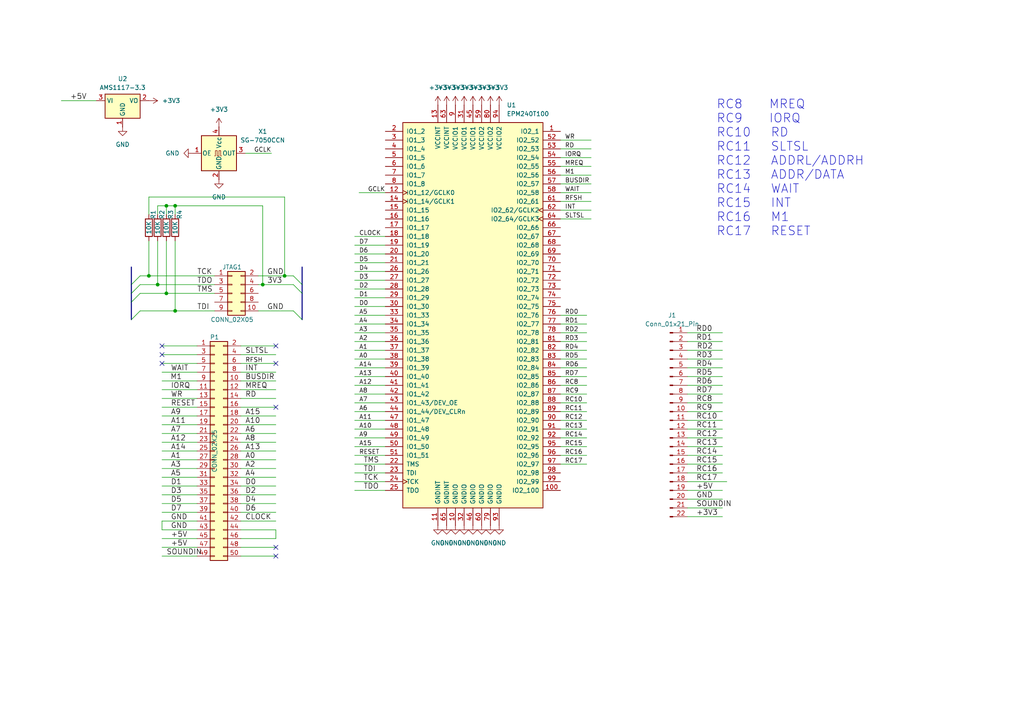
<source format=kicad_sch>
(kicad_sch
	(version 20231120)
	(generator "eeschema")
	(generator_version "8.0")
	(uuid "fdfbe04e-0f67-42f5-bc7c-9ea50b5ce9ad")
	(paper "A4")
	(lib_symbols
		(symbol "CPLD_Altera:EPM240T100"
			(pin_names
				(offset 1.016)
			)
			(exclude_from_sim no)
			(in_bom yes)
			(on_board yes)
			(property "Reference" "U"
				(at 10.16 57.15 0)
				(effects
					(font
						(size 1.27 1.27)
					)
					(justify left)
				)
			)
			(property "Value" "EPM240T100"
				(at 10.16 -57.15 0)
				(effects
					(font
						(size 1.27 1.27)
					)
					(justify left)
				)
			)
			(property "Footprint" "Package_QFP:LQFP-100_14x14mm_P0.5mm"
				(at 10.16 -59.69 0)
				(effects
					(font
						(size 1.27 1.27)
					)
					(justify left)
					(hide yes)
				)
			)
			(property "Datasheet" "https://www.altera.com/content/dam/altera-www/global/en_US/pdfs/literature/hb/max2/max2_mii5v1.pdf"
				(at 0 0 0)
				(effects
					(font
						(size 1.27 1.27)
					)
					(hide yes)
				)
			)
			(property "Description" "Altera MAX2 CPLD with 240 LE"
				(at 0 0 0)
				(effects
					(font
						(size 1.27 1.27)
					)
					(hide yes)
				)
			)
			(property "ki_locked" ""
				(at 0 0 0)
				(effects
					(font
						(size 1.27 1.27)
					)
				)
			)
			(property "ki_keywords" "MAX2 TQFP"
				(at 0 0 0)
				(effects
					(font
						(size 1.27 1.27)
					)
					(hide yes)
				)
			)
			(property "ki_fp_filters" "*QFP*P0.5mm*"
				(at 0 0 0)
				(effects
					(font
						(size 1.27 1.27)
					)
					(hide yes)
				)
			)
			(symbol "EPM240T100_1_1"
				(rectangle
					(start -20.32 55.88)
					(end 20.32 -55.88)
					(stroke
						(width 0.254)
						(type default)
					)
					(fill
						(type background)
					)
				)
				(pin bidirectional line
					(at 25.4 53.34 180)
					(length 5.08)
					(name "IO2_1"
						(effects
							(font
								(size 1.27 1.27)
							)
						)
					)
					(number "1"
						(effects
							(font
								(size 1.27 1.27)
							)
						)
					)
				)
				(pin power_in line
					(at -5.08 -60.96 90)
					(length 5.08)
					(name "GNDIO"
						(effects
							(font
								(size 1.27 1.27)
							)
						)
					)
					(number "10"
						(effects
							(font
								(size 1.27 1.27)
							)
						)
					)
				)
				(pin bidirectional line
					(at 25.4 -50.8 180)
					(length 5.08)
					(name "IO2_100"
						(effects
							(font
								(size 1.27 1.27)
							)
						)
					)
					(number "100"
						(effects
							(font
								(size 1.27 1.27)
							)
						)
					)
				)
				(pin power_in line
					(at -10.16 -60.96 90)
					(length 5.08)
					(name "GNDINT"
						(effects
							(font
								(size 1.27 1.27)
							)
						)
					)
					(number "11"
						(effects
							(font
								(size 1.27 1.27)
							)
						)
					)
				)
				(pin bidirectional clock
					(at -25.4 35.56 0)
					(length 5.08)
					(name "IO1_12/GCLK0"
						(effects
							(font
								(size 1.27 1.27)
							)
						)
					)
					(number "12"
						(effects
							(font
								(size 1.27 1.27)
							)
						)
					)
				)
				(pin power_in line
					(at -10.16 60.96 270)
					(length 5.08)
					(name "VCCINT"
						(effects
							(font
								(size 1.27 1.27)
							)
						)
					)
					(number "13"
						(effects
							(font
								(size 1.27 1.27)
							)
						)
					)
				)
				(pin bidirectional clock
					(at -25.4 33.02 0)
					(length 5.08)
					(name "IO1_14/GCLK1"
						(effects
							(font
								(size 1.27 1.27)
							)
						)
					)
					(number "14"
						(effects
							(font
								(size 1.27 1.27)
							)
						)
					)
				)
				(pin bidirectional line
					(at -25.4 30.48 0)
					(length 5.08)
					(name "IO1_15"
						(effects
							(font
								(size 1.27 1.27)
							)
						)
					)
					(number "15"
						(effects
							(font
								(size 1.27 1.27)
							)
						)
					)
				)
				(pin bidirectional line
					(at -25.4 27.94 0)
					(length 5.08)
					(name "IO1_16"
						(effects
							(font
								(size 1.27 1.27)
							)
						)
					)
					(number "16"
						(effects
							(font
								(size 1.27 1.27)
							)
						)
					)
				)
				(pin bidirectional line
					(at -25.4 25.4 0)
					(length 5.08)
					(name "IO1_17"
						(effects
							(font
								(size 1.27 1.27)
							)
						)
					)
					(number "17"
						(effects
							(font
								(size 1.27 1.27)
							)
						)
					)
				)
				(pin bidirectional line
					(at -25.4 22.86 0)
					(length 5.08)
					(name "IO1_18"
						(effects
							(font
								(size 1.27 1.27)
							)
						)
					)
					(number "18"
						(effects
							(font
								(size 1.27 1.27)
							)
						)
					)
				)
				(pin bidirectional line
					(at -25.4 20.32 0)
					(length 5.08)
					(name "IO1_19"
						(effects
							(font
								(size 1.27 1.27)
							)
						)
					)
					(number "19"
						(effects
							(font
								(size 1.27 1.27)
							)
						)
					)
				)
				(pin bidirectional line
					(at -25.4 53.34 0)
					(length 5.08)
					(name "IO1_2"
						(effects
							(font
								(size 1.27 1.27)
							)
						)
					)
					(number "2"
						(effects
							(font
								(size 1.27 1.27)
							)
						)
					)
				)
				(pin bidirectional line
					(at -25.4 17.78 0)
					(length 5.08)
					(name "IO1_20"
						(effects
							(font
								(size 1.27 1.27)
							)
						)
					)
					(number "20"
						(effects
							(font
								(size 1.27 1.27)
							)
						)
					)
				)
				(pin bidirectional line
					(at -25.4 15.24 0)
					(length 5.08)
					(name "IO1_21"
						(effects
							(font
								(size 1.27 1.27)
							)
						)
					)
					(number "21"
						(effects
							(font
								(size 1.27 1.27)
							)
						)
					)
				)
				(pin input line
					(at -25.4 -43.18 0)
					(length 5.08)
					(name "TMS"
						(effects
							(font
								(size 1.27 1.27)
							)
						)
					)
					(number "22"
						(effects
							(font
								(size 1.27 1.27)
							)
						)
					)
				)
				(pin input line
					(at -25.4 -45.72 0)
					(length 5.08)
					(name "TDI"
						(effects
							(font
								(size 1.27 1.27)
							)
						)
					)
					(number "23"
						(effects
							(font
								(size 1.27 1.27)
							)
						)
					)
				)
				(pin input clock
					(at -25.4 -48.26 0)
					(length 5.08)
					(name "TCK"
						(effects
							(font
								(size 1.27 1.27)
							)
						)
					)
					(number "24"
						(effects
							(font
								(size 1.27 1.27)
							)
						)
					)
				)
				(pin output line
					(at -25.4 -50.8 0)
					(length 5.08)
					(name "TDO"
						(effects
							(font
								(size 1.27 1.27)
							)
						)
					)
					(number "25"
						(effects
							(font
								(size 1.27 1.27)
							)
						)
					)
				)
				(pin bidirectional line
					(at -25.4 12.7 0)
					(length 5.08)
					(name "IO1_26"
						(effects
							(font
								(size 1.27 1.27)
							)
						)
					)
					(number "26"
						(effects
							(font
								(size 1.27 1.27)
							)
						)
					)
				)
				(pin bidirectional line
					(at -25.4 10.16 0)
					(length 5.08)
					(name "IO1_27"
						(effects
							(font
								(size 1.27 1.27)
							)
						)
					)
					(number "27"
						(effects
							(font
								(size 1.27 1.27)
							)
						)
					)
				)
				(pin bidirectional line
					(at -25.4 7.62 0)
					(length 5.08)
					(name "IO1_28"
						(effects
							(font
								(size 1.27 1.27)
							)
						)
					)
					(number "28"
						(effects
							(font
								(size 1.27 1.27)
							)
						)
					)
				)
				(pin bidirectional line
					(at -25.4 5.08 0)
					(length 5.08)
					(name "IO1_29"
						(effects
							(font
								(size 1.27 1.27)
							)
						)
					)
					(number "29"
						(effects
							(font
								(size 1.27 1.27)
							)
						)
					)
				)
				(pin bidirectional line
					(at -25.4 50.8 0)
					(length 5.08)
					(name "IO1_3"
						(effects
							(font
								(size 1.27 1.27)
							)
						)
					)
					(number "3"
						(effects
							(font
								(size 1.27 1.27)
							)
						)
					)
				)
				(pin bidirectional line
					(at -25.4 2.54 0)
					(length 5.08)
					(name "IO1_30"
						(effects
							(font
								(size 1.27 1.27)
							)
						)
					)
					(number "30"
						(effects
							(font
								(size 1.27 1.27)
							)
						)
					)
				)
				(pin power_in line
					(at -2.54 60.96 270)
					(length 5.08)
					(name "VCCIO1"
						(effects
							(font
								(size 1.27 1.27)
							)
						)
					)
					(number "31"
						(effects
							(font
								(size 1.27 1.27)
							)
						)
					)
				)
				(pin power_in line
					(at -2.54 -60.96 90)
					(length 5.08)
					(name "GNDIO"
						(effects
							(font
								(size 1.27 1.27)
							)
						)
					)
					(number "32"
						(effects
							(font
								(size 1.27 1.27)
							)
						)
					)
				)
				(pin bidirectional line
					(at -25.4 0 0)
					(length 5.08)
					(name "IO1_33"
						(effects
							(font
								(size 1.27 1.27)
							)
						)
					)
					(number "33"
						(effects
							(font
								(size 1.27 1.27)
							)
						)
					)
				)
				(pin bidirectional line
					(at -25.4 -2.54 0)
					(length 5.08)
					(name "IO1_34"
						(effects
							(font
								(size 1.27 1.27)
							)
						)
					)
					(number "34"
						(effects
							(font
								(size 1.27 1.27)
							)
						)
					)
				)
				(pin bidirectional line
					(at -25.4 -5.08 0)
					(length 5.08)
					(name "IO1_35"
						(effects
							(font
								(size 1.27 1.27)
							)
						)
					)
					(number "35"
						(effects
							(font
								(size 1.27 1.27)
							)
						)
					)
				)
				(pin bidirectional line
					(at -25.4 -7.62 0)
					(length 5.08)
					(name "IO1_36"
						(effects
							(font
								(size 1.27 1.27)
							)
						)
					)
					(number "36"
						(effects
							(font
								(size 1.27 1.27)
							)
						)
					)
				)
				(pin bidirectional line
					(at -25.4 -10.16 0)
					(length 5.08)
					(name "IO1_37"
						(effects
							(font
								(size 1.27 1.27)
							)
						)
					)
					(number "37"
						(effects
							(font
								(size 1.27 1.27)
							)
						)
					)
				)
				(pin bidirectional line
					(at -25.4 -12.7 0)
					(length 5.08)
					(name "IO1_38"
						(effects
							(font
								(size 1.27 1.27)
							)
						)
					)
					(number "38"
						(effects
							(font
								(size 1.27 1.27)
							)
						)
					)
				)
				(pin bidirectional line
					(at -25.4 -15.24 0)
					(length 5.08)
					(name "IO1_39"
						(effects
							(font
								(size 1.27 1.27)
							)
						)
					)
					(number "39"
						(effects
							(font
								(size 1.27 1.27)
							)
						)
					)
				)
				(pin bidirectional line
					(at -25.4 48.26 0)
					(length 5.08)
					(name "IO1_4"
						(effects
							(font
								(size 1.27 1.27)
							)
						)
					)
					(number "4"
						(effects
							(font
								(size 1.27 1.27)
							)
						)
					)
				)
				(pin bidirectional line
					(at -25.4 -17.78 0)
					(length 5.08)
					(name "IO1_40"
						(effects
							(font
								(size 1.27 1.27)
							)
						)
					)
					(number "40"
						(effects
							(font
								(size 1.27 1.27)
							)
						)
					)
				)
				(pin bidirectional line
					(at -25.4 -20.32 0)
					(length 5.08)
					(name "IO1_41"
						(effects
							(font
								(size 1.27 1.27)
							)
						)
					)
					(number "41"
						(effects
							(font
								(size 1.27 1.27)
							)
						)
					)
				)
				(pin bidirectional line
					(at -25.4 -22.86 0)
					(length 5.08)
					(name "IO1_42"
						(effects
							(font
								(size 1.27 1.27)
							)
						)
					)
					(number "42"
						(effects
							(font
								(size 1.27 1.27)
							)
						)
					)
				)
				(pin bidirectional line
					(at -25.4 -25.4 0)
					(length 5.08)
					(name "IO1_43/DEV_OE"
						(effects
							(font
								(size 1.27 1.27)
							)
						)
					)
					(number "43"
						(effects
							(font
								(size 1.27 1.27)
							)
						)
					)
				)
				(pin bidirectional line
					(at -25.4 -27.94 0)
					(length 5.08)
					(name "IO1_44/DEV_CLRn"
						(effects
							(font
								(size 1.27 1.27)
							)
						)
					)
					(number "44"
						(effects
							(font
								(size 1.27 1.27)
							)
						)
					)
				)
				(pin power_in line
					(at 0 60.96 270)
					(length 5.08)
					(name "VCCIO1"
						(effects
							(font
								(size 1.27 1.27)
							)
						)
					)
					(number "45"
						(effects
							(font
								(size 1.27 1.27)
							)
						)
					)
				)
				(pin power_in line
					(at 0 -60.96 90)
					(length 5.08)
					(name "GNDIO"
						(effects
							(font
								(size 1.27 1.27)
							)
						)
					)
					(number "46"
						(effects
							(font
								(size 1.27 1.27)
							)
						)
					)
				)
				(pin bidirectional line
					(at -25.4 -30.48 0)
					(length 5.08)
					(name "IO1_47"
						(effects
							(font
								(size 1.27 1.27)
							)
						)
					)
					(number "47"
						(effects
							(font
								(size 1.27 1.27)
							)
						)
					)
				)
				(pin bidirectional line
					(at -25.4 -33.02 0)
					(length 5.08)
					(name "IO1_48"
						(effects
							(font
								(size 1.27 1.27)
							)
						)
					)
					(number "48"
						(effects
							(font
								(size 1.27 1.27)
							)
						)
					)
				)
				(pin bidirectional line
					(at -25.4 -35.56 0)
					(length 5.08)
					(name "IO1_49"
						(effects
							(font
								(size 1.27 1.27)
							)
						)
					)
					(number "49"
						(effects
							(font
								(size 1.27 1.27)
							)
						)
					)
				)
				(pin bidirectional line
					(at -25.4 45.72 0)
					(length 5.08)
					(name "IO1_5"
						(effects
							(font
								(size 1.27 1.27)
							)
						)
					)
					(number "5"
						(effects
							(font
								(size 1.27 1.27)
							)
						)
					)
				)
				(pin bidirectional line
					(at -25.4 -38.1 0)
					(length 5.08)
					(name "IO1_50"
						(effects
							(font
								(size 1.27 1.27)
							)
						)
					)
					(number "50"
						(effects
							(font
								(size 1.27 1.27)
							)
						)
					)
				)
				(pin bidirectional line
					(at -25.4 -40.64 0)
					(length 5.08)
					(name "IO1_51"
						(effects
							(font
								(size 1.27 1.27)
							)
						)
					)
					(number "51"
						(effects
							(font
								(size 1.27 1.27)
							)
						)
					)
				)
				(pin bidirectional line
					(at 25.4 50.8 180)
					(length 5.08)
					(name "IO2_52"
						(effects
							(font
								(size 1.27 1.27)
							)
						)
					)
					(number "52"
						(effects
							(font
								(size 1.27 1.27)
							)
						)
					)
				)
				(pin bidirectional line
					(at 25.4 48.26 180)
					(length 5.08)
					(name "IO2_53"
						(effects
							(font
								(size 1.27 1.27)
							)
						)
					)
					(number "53"
						(effects
							(font
								(size 1.27 1.27)
							)
						)
					)
				)
				(pin bidirectional line
					(at 25.4 45.72 180)
					(length 5.08)
					(name "IO2_54"
						(effects
							(font
								(size 1.27 1.27)
							)
						)
					)
					(number "54"
						(effects
							(font
								(size 1.27 1.27)
							)
						)
					)
				)
				(pin bidirectional line
					(at 25.4 43.18 180)
					(length 5.08)
					(name "IO2_55"
						(effects
							(font
								(size 1.27 1.27)
							)
						)
					)
					(number "55"
						(effects
							(font
								(size 1.27 1.27)
							)
						)
					)
				)
				(pin bidirectional line
					(at 25.4 40.64 180)
					(length 5.08)
					(name "IO2_56"
						(effects
							(font
								(size 1.27 1.27)
							)
						)
					)
					(number "56"
						(effects
							(font
								(size 1.27 1.27)
							)
						)
					)
				)
				(pin bidirectional line
					(at 25.4 38.1 180)
					(length 5.08)
					(name "IO2_57"
						(effects
							(font
								(size 1.27 1.27)
							)
						)
					)
					(number "57"
						(effects
							(font
								(size 1.27 1.27)
							)
						)
					)
				)
				(pin bidirectional line
					(at 25.4 35.56 180)
					(length 5.08)
					(name "IO2_58"
						(effects
							(font
								(size 1.27 1.27)
							)
						)
					)
					(number "58"
						(effects
							(font
								(size 1.27 1.27)
							)
						)
					)
				)
				(pin power_in line
					(at 2.54 60.96 270)
					(length 5.08)
					(name "VCCIO2"
						(effects
							(font
								(size 1.27 1.27)
							)
						)
					)
					(number "59"
						(effects
							(font
								(size 1.27 1.27)
							)
						)
					)
				)
				(pin bidirectional line
					(at -25.4 43.18 0)
					(length 5.08)
					(name "IO1_6"
						(effects
							(font
								(size 1.27 1.27)
							)
						)
					)
					(number "6"
						(effects
							(font
								(size 1.27 1.27)
							)
						)
					)
				)
				(pin power_in line
					(at 2.54 -60.96 90)
					(length 5.08)
					(name "GNDIO"
						(effects
							(font
								(size 1.27 1.27)
							)
						)
					)
					(number "60"
						(effects
							(font
								(size 1.27 1.27)
							)
						)
					)
				)
				(pin bidirectional line
					(at 25.4 33.02 180)
					(length 5.08)
					(name "IO2_61"
						(effects
							(font
								(size 1.27 1.27)
							)
						)
					)
					(number "61"
						(effects
							(font
								(size 1.27 1.27)
							)
						)
					)
				)
				(pin bidirectional clock
					(at 25.4 30.48 180)
					(length 5.08)
					(name "IO2_62/GCLK2"
						(effects
							(font
								(size 1.27 1.27)
							)
						)
					)
					(number "62"
						(effects
							(font
								(size 1.27 1.27)
							)
						)
					)
				)
				(pin power_in line
					(at -7.62 60.96 270)
					(length 5.08)
					(name "VCCINT"
						(effects
							(font
								(size 1.27 1.27)
							)
						)
					)
					(number "63"
						(effects
							(font
								(size 1.27 1.27)
							)
						)
					)
				)
				(pin bidirectional clock
					(at 25.4 27.94 180)
					(length 5.08)
					(name "IO2_64/GCLK3"
						(effects
							(font
								(size 1.27 1.27)
							)
						)
					)
					(number "64"
						(effects
							(font
								(size 1.27 1.27)
							)
						)
					)
				)
				(pin power_in line
					(at -7.62 -60.96 90)
					(length 5.08)
					(name "GNDINT"
						(effects
							(font
								(size 1.27 1.27)
							)
						)
					)
					(number "65"
						(effects
							(font
								(size 1.27 1.27)
							)
						)
					)
				)
				(pin bidirectional line
					(at 25.4 25.4 180)
					(length 5.08)
					(name "IO2_66"
						(effects
							(font
								(size 1.27 1.27)
							)
						)
					)
					(number "66"
						(effects
							(font
								(size 1.27 1.27)
							)
						)
					)
				)
				(pin bidirectional line
					(at 25.4 22.86 180)
					(length 5.08)
					(name "IO2_67"
						(effects
							(font
								(size 1.27 1.27)
							)
						)
					)
					(number "67"
						(effects
							(font
								(size 1.27 1.27)
							)
						)
					)
				)
				(pin bidirectional line
					(at 25.4 20.32 180)
					(length 5.08)
					(name "IO2_68"
						(effects
							(font
								(size 1.27 1.27)
							)
						)
					)
					(number "68"
						(effects
							(font
								(size 1.27 1.27)
							)
						)
					)
				)
				(pin bidirectional line
					(at 25.4 17.78 180)
					(length 5.08)
					(name "IO2_69"
						(effects
							(font
								(size 1.27 1.27)
							)
						)
					)
					(number "69"
						(effects
							(font
								(size 1.27 1.27)
							)
						)
					)
				)
				(pin bidirectional line
					(at -25.4 40.64 0)
					(length 5.08)
					(name "IO1_7"
						(effects
							(font
								(size 1.27 1.27)
							)
						)
					)
					(number "7"
						(effects
							(font
								(size 1.27 1.27)
							)
						)
					)
				)
				(pin bidirectional line
					(at 25.4 15.24 180)
					(length 5.08)
					(name "IO2_70"
						(effects
							(font
								(size 1.27 1.27)
							)
						)
					)
					(number "70"
						(effects
							(font
								(size 1.27 1.27)
							)
						)
					)
				)
				(pin bidirectional line
					(at 25.4 12.7 180)
					(length 5.08)
					(name "IO2_71"
						(effects
							(font
								(size 1.27 1.27)
							)
						)
					)
					(number "71"
						(effects
							(font
								(size 1.27 1.27)
							)
						)
					)
				)
				(pin bidirectional line
					(at 25.4 10.16 180)
					(length 5.08)
					(name "IO2_72"
						(effects
							(font
								(size 1.27 1.27)
							)
						)
					)
					(number "72"
						(effects
							(font
								(size 1.27 1.27)
							)
						)
					)
				)
				(pin bidirectional line
					(at 25.4 7.62 180)
					(length 5.08)
					(name "IO2_73"
						(effects
							(font
								(size 1.27 1.27)
							)
						)
					)
					(number "73"
						(effects
							(font
								(size 1.27 1.27)
							)
						)
					)
				)
				(pin bidirectional line
					(at 25.4 5.08 180)
					(length 5.08)
					(name "IO2_74"
						(effects
							(font
								(size 1.27 1.27)
							)
						)
					)
					(number "74"
						(effects
							(font
								(size 1.27 1.27)
							)
						)
					)
				)
				(pin bidirectional line
					(at 25.4 2.54 180)
					(length 5.08)
					(name "IO2_75"
						(effects
							(font
								(size 1.27 1.27)
							)
						)
					)
					(number "75"
						(effects
							(font
								(size 1.27 1.27)
							)
						)
					)
				)
				(pin bidirectional line
					(at 25.4 0 180)
					(length 5.08)
					(name "IO2_76"
						(effects
							(font
								(size 1.27 1.27)
							)
						)
					)
					(number "76"
						(effects
							(font
								(size 1.27 1.27)
							)
						)
					)
				)
				(pin bidirectional line
					(at 25.4 -2.54 180)
					(length 5.08)
					(name "IO2_77"
						(effects
							(font
								(size 1.27 1.27)
							)
						)
					)
					(number "77"
						(effects
							(font
								(size 1.27 1.27)
							)
						)
					)
				)
				(pin bidirectional line
					(at 25.4 -5.08 180)
					(length 5.08)
					(name "IO2_78"
						(effects
							(font
								(size 1.27 1.27)
							)
						)
					)
					(number "78"
						(effects
							(font
								(size 1.27 1.27)
							)
						)
					)
				)
				(pin power_in line
					(at 5.08 -60.96 90)
					(length 5.08)
					(name "GNDIO"
						(effects
							(font
								(size 1.27 1.27)
							)
						)
					)
					(number "79"
						(effects
							(font
								(size 1.27 1.27)
							)
						)
					)
				)
				(pin bidirectional line
					(at -25.4 38.1 0)
					(length 5.08)
					(name "IO1_8"
						(effects
							(font
								(size 1.27 1.27)
							)
						)
					)
					(number "8"
						(effects
							(font
								(size 1.27 1.27)
							)
						)
					)
				)
				(pin power_in line
					(at 5.08 60.96 270)
					(length 5.08)
					(name "VCCIO2"
						(effects
							(font
								(size 1.27 1.27)
							)
						)
					)
					(number "80"
						(effects
							(font
								(size 1.27 1.27)
							)
						)
					)
				)
				(pin bidirectional line
					(at 25.4 -7.62 180)
					(length 5.08)
					(name "IO2_81"
						(effects
							(font
								(size 1.27 1.27)
							)
						)
					)
					(number "81"
						(effects
							(font
								(size 1.27 1.27)
							)
						)
					)
				)
				(pin bidirectional line
					(at 25.4 -10.16 180)
					(length 5.08)
					(name "IO2_82"
						(effects
							(font
								(size 1.27 1.27)
							)
						)
					)
					(number "82"
						(effects
							(font
								(size 1.27 1.27)
							)
						)
					)
				)
				(pin bidirectional line
					(at 25.4 -12.7 180)
					(length 5.08)
					(name "IO2_83"
						(effects
							(font
								(size 1.27 1.27)
							)
						)
					)
					(number "83"
						(effects
							(font
								(size 1.27 1.27)
							)
						)
					)
				)
				(pin bidirectional line
					(at 25.4 -15.24 180)
					(length 5.08)
					(name "IO2_84"
						(effects
							(font
								(size 1.27 1.27)
							)
						)
					)
					(number "84"
						(effects
							(font
								(size 1.27 1.27)
							)
						)
					)
				)
				(pin bidirectional line
					(at 25.4 -17.78 180)
					(length 5.08)
					(name "IO2_85"
						(effects
							(font
								(size 1.27 1.27)
							)
						)
					)
					(number "85"
						(effects
							(font
								(size 1.27 1.27)
							)
						)
					)
				)
				(pin bidirectional line
					(at 25.4 -20.32 180)
					(length 5.08)
					(name "IO2_86"
						(effects
							(font
								(size 1.27 1.27)
							)
						)
					)
					(number "86"
						(effects
							(font
								(size 1.27 1.27)
							)
						)
					)
				)
				(pin bidirectional line
					(at 25.4 -22.86 180)
					(length 5.08)
					(name "IO2_87"
						(effects
							(font
								(size 1.27 1.27)
							)
						)
					)
					(number "87"
						(effects
							(font
								(size 1.27 1.27)
							)
						)
					)
				)
				(pin bidirectional line
					(at 25.4 -25.4 180)
					(length 5.08)
					(name "IO2_88"
						(effects
							(font
								(size 1.27 1.27)
							)
						)
					)
					(number "88"
						(effects
							(font
								(size 1.27 1.27)
							)
						)
					)
				)
				(pin bidirectional line
					(at 25.4 -27.94 180)
					(length 5.08)
					(name "IO2_89"
						(effects
							(font
								(size 1.27 1.27)
							)
						)
					)
					(number "89"
						(effects
							(font
								(size 1.27 1.27)
							)
						)
					)
				)
				(pin power_in line
					(at -5.08 60.96 270)
					(length 5.08)
					(name "VCCIO1"
						(effects
							(font
								(size 1.27 1.27)
							)
						)
					)
					(number "9"
						(effects
							(font
								(size 1.27 1.27)
							)
						)
					)
				)
				(pin bidirectional line
					(at 25.4 -30.48 180)
					(length 5.08)
					(name "IO2_90"
						(effects
							(font
								(size 1.27 1.27)
							)
						)
					)
					(number "90"
						(effects
							(font
								(size 1.27 1.27)
							)
						)
					)
				)
				(pin bidirectional line
					(at 25.4 -33.02 180)
					(length 5.08)
					(name "IO2_91"
						(effects
							(font
								(size 1.27 1.27)
							)
						)
					)
					(number "91"
						(effects
							(font
								(size 1.27 1.27)
							)
						)
					)
				)
				(pin bidirectional line
					(at 25.4 -35.56 180)
					(length 5.08)
					(name "IO2_92"
						(effects
							(font
								(size 1.27 1.27)
							)
						)
					)
					(number "92"
						(effects
							(font
								(size 1.27 1.27)
							)
						)
					)
				)
				(pin power_in line
					(at 7.62 -60.96 90)
					(length 5.08)
					(name "GNDIO"
						(effects
							(font
								(size 1.27 1.27)
							)
						)
					)
					(number "93"
						(effects
							(font
								(size 1.27 1.27)
							)
						)
					)
				)
				(pin power_in line
					(at 7.62 60.96 270)
					(length 5.08)
					(name "VCCIO2"
						(effects
							(font
								(size 1.27 1.27)
							)
						)
					)
					(number "94"
						(effects
							(font
								(size 1.27 1.27)
							)
						)
					)
				)
				(pin bidirectional line
					(at 25.4 -38.1 180)
					(length 5.08)
					(name "IO2_95"
						(effects
							(font
								(size 1.27 1.27)
							)
						)
					)
					(number "95"
						(effects
							(font
								(size 1.27 1.27)
							)
						)
					)
				)
				(pin bidirectional line
					(at 25.4 -40.64 180)
					(length 5.08)
					(name "IO2_96"
						(effects
							(font
								(size 1.27 1.27)
							)
						)
					)
					(number "96"
						(effects
							(font
								(size 1.27 1.27)
							)
						)
					)
				)
				(pin bidirectional line
					(at 25.4 -43.18 180)
					(length 5.08)
					(name "IO2_97"
						(effects
							(font
								(size 1.27 1.27)
							)
						)
					)
					(number "97"
						(effects
							(font
								(size 1.27 1.27)
							)
						)
					)
				)
				(pin bidirectional line
					(at 25.4 -45.72 180)
					(length 5.08)
					(name "IO2_98"
						(effects
							(font
								(size 1.27 1.27)
							)
						)
					)
					(number "98"
						(effects
							(font
								(size 1.27 1.27)
							)
						)
					)
				)
				(pin bidirectional line
					(at 25.4 -48.26 180)
					(length 5.08)
					(name "IO2_99"
						(effects
							(font
								(size 1.27 1.27)
							)
						)
					)
					(number "99"
						(effects
							(font
								(size 1.27 1.27)
							)
						)
					)
				)
			)
		)
		(symbol "Connector:Conn_01x22_Pin"
			(pin_names
				(offset 1.016) hide)
			(exclude_from_sim no)
			(in_bom yes)
			(on_board yes)
			(property "Reference" "J"
				(at 0 27.94 0)
				(effects
					(font
						(size 1.27 1.27)
					)
				)
			)
			(property "Value" "Conn_01x22_Pin"
				(at 0 -30.48 0)
				(effects
					(font
						(size 1.27 1.27)
					)
				)
			)
			(property "Footprint" ""
				(at 0 0 0)
				(effects
					(font
						(size 1.27 1.27)
					)
					(hide yes)
				)
			)
			(property "Datasheet" "~"
				(at 0 0 0)
				(effects
					(font
						(size 1.27 1.27)
					)
					(hide yes)
				)
			)
			(property "Description" "Generic connector, single row, 01x22, script generated"
				(at 0 0 0)
				(effects
					(font
						(size 1.27 1.27)
					)
					(hide yes)
				)
			)
			(property "ki_locked" ""
				(at 0 0 0)
				(effects
					(font
						(size 1.27 1.27)
					)
				)
			)
			(property "ki_keywords" "connector"
				(at 0 0 0)
				(effects
					(font
						(size 1.27 1.27)
					)
					(hide yes)
				)
			)
			(property "ki_fp_filters" "Connector*:*_1x??_*"
				(at 0 0 0)
				(effects
					(font
						(size 1.27 1.27)
					)
					(hide yes)
				)
			)
			(symbol "Conn_01x22_Pin_1_1"
				(polyline
					(pts
						(xy 1.27 -27.94) (xy 0.8636 -27.94)
					)
					(stroke
						(width 0.1524)
						(type default)
					)
					(fill
						(type none)
					)
				)
				(polyline
					(pts
						(xy 1.27 -25.4) (xy 0.8636 -25.4)
					)
					(stroke
						(width 0.1524)
						(type default)
					)
					(fill
						(type none)
					)
				)
				(polyline
					(pts
						(xy 1.27 -22.86) (xy 0.8636 -22.86)
					)
					(stroke
						(width 0.1524)
						(type default)
					)
					(fill
						(type none)
					)
				)
				(polyline
					(pts
						(xy 1.27 -20.32) (xy 0.8636 -20.32)
					)
					(stroke
						(width 0.1524)
						(type default)
					)
					(fill
						(type none)
					)
				)
				(polyline
					(pts
						(xy 1.27 -17.78) (xy 0.8636 -17.78)
					)
					(stroke
						(width 0.1524)
						(type default)
					)
					(fill
						(type none)
					)
				)
				(polyline
					(pts
						(xy 1.27 -15.24) (xy 0.8636 -15.24)
					)
					(stroke
						(width 0.1524)
						(type default)
					)
					(fill
						(type none)
					)
				)
				(polyline
					(pts
						(xy 1.27 -12.7) (xy 0.8636 -12.7)
					)
					(stroke
						(width 0.1524)
						(type default)
					)
					(fill
						(type none)
					)
				)
				(polyline
					(pts
						(xy 1.27 -10.16) (xy 0.8636 -10.16)
					)
					(stroke
						(width 0.1524)
						(type default)
					)
					(fill
						(type none)
					)
				)
				(polyline
					(pts
						(xy 1.27 -7.62) (xy 0.8636 -7.62)
					)
					(stroke
						(width 0.1524)
						(type default)
					)
					(fill
						(type none)
					)
				)
				(polyline
					(pts
						(xy 1.27 -5.08) (xy 0.8636 -5.08)
					)
					(stroke
						(width 0.1524)
						(type default)
					)
					(fill
						(type none)
					)
				)
				(polyline
					(pts
						(xy 1.27 -2.54) (xy 0.8636 -2.54)
					)
					(stroke
						(width 0.1524)
						(type default)
					)
					(fill
						(type none)
					)
				)
				(polyline
					(pts
						(xy 1.27 0) (xy 0.8636 0)
					)
					(stroke
						(width 0.1524)
						(type default)
					)
					(fill
						(type none)
					)
				)
				(polyline
					(pts
						(xy 1.27 2.54) (xy 0.8636 2.54)
					)
					(stroke
						(width 0.1524)
						(type default)
					)
					(fill
						(type none)
					)
				)
				(polyline
					(pts
						(xy 1.27 5.08) (xy 0.8636 5.08)
					)
					(stroke
						(width 0.1524)
						(type default)
					)
					(fill
						(type none)
					)
				)
				(polyline
					(pts
						(xy 1.27 7.62) (xy 0.8636 7.62)
					)
					(stroke
						(width 0.1524)
						(type default)
					)
					(fill
						(type none)
					)
				)
				(polyline
					(pts
						(xy 1.27 10.16) (xy 0.8636 10.16)
					)
					(stroke
						(width 0.1524)
						(type default)
					)
					(fill
						(type none)
					)
				)
				(polyline
					(pts
						(xy 1.27 12.7) (xy 0.8636 12.7)
					)
					(stroke
						(width 0.1524)
						(type default)
					)
					(fill
						(type none)
					)
				)
				(polyline
					(pts
						(xy 1.27 15.24) (xy 0.8636 15.24)
					)
					(stroke
						(width 0.1524)
						(type default)
					)
					(fill
						(type none)
					)
				)
				(polyline
					(pts
						(xy 1.27 17.78) (xy 0.8636 17.78)
					)
					(stroke
						(width 0.1524)
						(type default)
					)
					(fill
						(type none)
					)
				)
				(polyline
					(pts
						(xy 1.27 20.32) (xy 0.8636 20.32)
					)
					(stroke
						(width 0.1524)
						(type default)
					)
					(fill
						(type none)
					)
				)
				(polyline
					(pts
						(xy 1.27 22.86) (xy 0.8636 22.86)
					)
					(stroke
						(width 0.1524)
						(type default)
					)
					(fill
						(type none)
					)
				)
				(polyline
					(pts
						(xy 1.27 25.4) (xy 0.8636 25.4)
					)
					(stroke
						(width 0.1524)
						(type default)
					)
					(fill
						(type none)
					)
				)
				(rectangle
					(start 0.8636 -27.813)
					(end 0 -28.067)
					(stroke
						(width 0.1524)
						(type default)
					)
					(fill
						(type outline)
					)
				)
				(rectangle
					(start 0.8636 -25.273)
					(end 0 -25.527)
					(stroke
						(width 0.1524)
						(type default)
					)
					(fill
						(type outline)
					)
				)
				(rectangle
					(start 0.8636 -22.733)
					(end 0 -22.987)
					(stroke
						(width 0.1524)
						(type default)
					)
					(fill
						(type outline)
					)
				)
				(rectangle
					(start 0.8636 -20.193)
					(end 0 -20.447)
					(stroke
						(width 0.1524)
						(type default)
					)
					(fill
						(type outline)
					)
				)
				(rectangle
					(start 0.8636 -17.653)
					(end 0 -17.907)
					(stroke
						(width 0.1524)
						(type default)
					)
					(fill
						(type outline)
					)
				)
				(rectangle
					(start 0.8636 -15.113)
					(end 0 -15.367)
					(stroke
						(width 0.1524)
						(type default)
					)
					(fill
						(type outline)
					)
				)
				(rectangle
					(start 0.8636 -12.573)
					(end 0 -12.827)
					(stroke
						(width 0.1524)
						(type default)
					)
					(fill
						(type outline)
					)
				)
				(rectangle
					(start 0.8636 -10.033)
					(end 0 -10.287)
					(stroke
						(width 0.1524)
						(type default)
					)
					(fill
						(type outline)
					)
				)
				(rectangle
					(start 0.8636 -7.493)
					(end 0 -7.747)
					(stroke
						(width 0.1524)
						(type default)
					)
					(fill
						(type outline)
					)
				)
				(rectangle
					(start 0.8636 -4.953)
					(end 0 -5.207)
					(stroke
						(width 0.1524)
						(type default)
					)
					(fill
						(type outline)
					)
				)
				(rectangle
					(start 0.8636 -2.413)
					(end 0 -2.667)
					(stroke
						(width 0.1524)
						(type default)
					)
					(fill
						(type outline)
					)
				)
				(rectangle
					(start 0.8636 0.127)
					(end 0 -0.127)
					(stroke
						(width 0.1524)
						(type default)
					)
					(fill
						(type outline)
					)
				)
				(rectangle
					(start 0.8636 2.667)
					(end 0 2.413)
					(stroke
						(width 0.1524)
						(type default)
					)
					(fill
						(type outline)
					)
				)
				(rectangle
					(start 0.8636 5.207)
					(end 0 4.953)
					(stroke
						(width 0.1524)
						(type default)
					)
					(fill
						(type outline)
					)
				)
				(rectangle
					(start 0.8636 7.747)
					(end 0 7.493)
					(stroke
						(width 0.1524)
						(type default)
					)
					(fill
						(type outline)
					)
				)
				(rectangle
					(start 0.8636 10.287)
					(end 0 10.033)
					(stroke
						(width 0.1524)
						(type default)
					)
					(fill
						(type outline)
					)
				)
				(rectangle
					(start 0.8636 12.827)
					(end 0 12.573)
					(stroke
						(width 0.1524)
						(type default)
					)
					(fill
						(type outline)
					)
				)
				(rectangle
					(start 0.8636 15.367)
					(end 0 15.113)
					(stroke
						(width 0.1524)
						(type default)
					)
					(fill
						(type outline)
					)
				)
				(rectangle
					(start 0.8636 17.907)
					(end 0 17.653)
					(stroke
						(width 0.1524)
						(type default)
					)
					(fill
						(type outline)
					)
				)
				(rectangle
					(start 0.8636 20.447)
					(end 0 20.193)
					(stroke
						(width 0.1524)
						(type default)
					)
					(fill
						(type outline)
					)
				)
				(rectangle
					(start 0.8636 22.987)
					(end 0 22.733)
					(stroke
						(width 0.1524)
						(type default)
					)
					(fill
						(type outline)
					)
				)
				(rectangle
					(start 0.8636 25.527)
					(end 0 25.273)
					(stroke
						(width 0.1524)
						(type default)
					)
					(fill
						(type outline)
					)
				)
				(pin passive line
					(at 5.08 25.4 180)
					(length 3.81)
					(name "Pin_1"
						(effects
							(font
								(size 1.27 1.27)
							)
						)
					)
					(number "1"
						(effects
							(font
								(size 1.27 1.27)
							)
						)
					)
				)
				(pin passive line
					(at 5.08 2.54 180)
					(length 3.81)
					(name "Pin_10"
						(effects
							(font
								(size 1.27 1.27)
							)
						)
					)
					(number "10"
						(effects
							(font
								(size 1.27 1.27)
							)
						)
					)
				)
				(pin passive line
					(at 5.08 0 180)
					(length 3.81)
					(name "Pin_11"
						(effects
							(font
								(size 1.27 1.27)
							)
						)
					)
					(number "11"
						(effects
							(font
								(size 1.27 1.27)
							)
						)
					)
				)
				(pin passive line
					(at 5.08 -2.54 180)
					(length 3.81)
					(name "Pin_12"
						(effects
							(font
								(size 1.27 1.27)
							)
						)
					)
					(number "12"
						(effects
							(font
								(size 1.27 1.27)
							)
						)
					)
				)
				(pin passive line
					(at 5.08 -5.08 180)
					(length 3.81)
					(name "Pin_13"
						(effects
							(font
								(size 1.27 1.27)
							)
						)
					)
					(number "13"
						(effects
							(font
								(size 1.27 1.27)
							)
						)
					)
				)
				(pin passive line
					(at 5.08 -7.62 180)
					(length 3.81)
					(name "Pin_14"
						(effects
							(font
								(size 1.27 1.27)
							)
						)
					)
					(number "14"
						(effects
							(font
								(size 1.27 1.27)
							)
						)
					)
				)
				(pin passive line
					(at 5.08 -10.16 180)
					(length 3.81)
					(name "Pin_15"
						(effects
							(font
								(size 1.27 1.27)
							)
						)
					)
					(number "15"
						(effects
							(font
								(size 1.27 1.27)
							)
						)
					)
				)
				(pin passive line
					(at 5.08 -12.7 180)
					(length 3.81)
					(name "Pin_16"
						(effects
							(font
								(size 1.27 1.27)
							)
						)
					)
					(number "16"
						(effects
							(font
								(size 1.27 1.27)
							)
						)
					)
				)
				(pin passive line
					(at 5.08 -15.24 180)
					(length 3.81)
					(name "Pin_17"
						(effects
							(font
								(size 1.27 1.27)
							)
						)
					)
					(number "17"
						(effects
							(font
								(size 1.27 1.27)
							)
						)
					)
				)
				(pin passive line
					(at 5.08 -17.78 180)
					(length 3.81)
					(name "Pin_18"
						(effects
							(font
								(size 1.27 1.27)
							)
						)
					)
					(number "18"
						(effects
							(font
								(size 1.27 1.27)
							)
						)
					)
				)
				(pin passive line
					(at 5.08 -20.32 180)
					(length 3.81)
					(name "Pin_19"
						(effects
							(font
								(size 1.27 1.27)
							)
						)
					)
					(number "19"
						(effects
							(font
								(size 1.27 1.27)
							)
						)
					)
				)
				(pin passive line
					(at 5.08 22.86 180)
					(length 3.81)
					(name "Pin_2"
						(effects
							(font
								(size 1.27 1.27)
							)
						)
					)
					(number "2"
						(effects
							(font
								(size 1.27 1.27)
							)
						)
					)
				)
				(pin passive line
					(at 5.08 -22.86 180)
					(length 3.81)
					(name "Pin_20"
						(effects
							(font
								(size 1.27 1.27)
							)
						)
					)
					(number "20"
						(effects
							(font
								(size 1.27 1.27)
							)
						)
					)
				)
				(pin passive line
					(at 5.08 -25.4 180)
					(length 3.81)
					(name "Pin_21"
						(effects
							(font
								(size 1.27 1.27)
							)
						)
					)
					(number "21"
						(effects
							(font
								(size 1.27 1.27)
							)
						)
					)
				)
				(pin passive line
					(at 5.08 -27.94 180)
					(length 3.81)
					(name "Pin_22"
						(effects
							(font
								(size 1.27 1.27)
							)
						)
					)
					(number "22"
						(effects
							(font
								(size 1.27 1.27)
							)
						)
					)
				)
				(pin passive line
					(at 5.08 20.32 180)
					(length 3.81)
					(name "Pin_3"
						(effects
							(font
								(size 1.27 1.27)
							)
						)
					)
					(number "3"
						(effects
							(font
								(size 1.27 1.27)
							)
						)
					)
				)
				(pin passive line
					(at 5.08 17.78 180)
					(length 3.81)
					(name "Pin_4"
						(effects
							(font
								(size 1.27 1.27)
							)
						)
					)
					(number "4"
						(effects
							(font
								(size 1.27 1.27)
							)
						)
					)
				)
				(pin passive line
					(at 5.08 15.24 180)
					(length 3.81)
					(name "Pin_5"
						(effects
							(font
								(size 1.27 1.27)
							)
						)
					)
					(number "5"
						(effects
							(font
								(size 1.27 1.27)
							)
						)
					)
				)
				(pin passive line
					(at 5.08 12.7 180)
					(length 3.81)
					(name "Pin_6"
						(effects
							(font
								(size 1.27 1.27)
							)
						)
					)
					(number "6"
						(effects
							(font
								(size 1.27 1.27)
							)
						)
					)
				)
				(pin passive line
					(at 5.08 10.16 180)
					(length 3.81)
					(name "Pin_7"
						(effects
							(font
								(size 1.27 1.27)
							)
						)
					)
					(number "7"
						(effects
							(font
								(size 1.27 1.27)
							)
						)
					)
				)
				(pin passive line
					(at 5.08 7.62 180)
					(length 3.81)
					(name "Pin_8"
						(effects
							(font
								(size 1.27 1.27)
							)
						)
					)
					(number "8"
						(effects
							(font
								(size 1.27 1.27)
							)
						)
					)
				)
				(pin passive line
					(at 5.08 5.08 180)
					(length 3.81)
					(name "Pin_9"
						(effects
							(font
								(size 1.27 1.27)
							)
						)
					)
					(number "9"
						(effects
							(font
								(size 1.27 1.27)
							)
						)
					)
				)
			)
		)
		(symbol "Connector_Generic:Conn_02x05_Odd_Even"
			(pin_names
				(offset 1.016) hide)
			(exclude_from_sim no)
			(in_bom yes)
			(on_board yes)
			(property "Reference" "J"
				(at 1.27 7.62 0)
				(effects
					(font
						(size 1.27 1.27)
					)
				)
			)
			(property "Value" "Conn_02x05_Odd_Even"
				(at 1.27 -7.62 0)
				(effects
					(font
						(size 1.27 1.27)
					)
				)
			)
			(property "Footprint" ""
				(at 0 0 0)
				(effects
					(font
						(size 1.27 1.27)
					)
					(hide yes)
				)
			)
			(property "Datasheet" "~"
				(at 0 0 0)
				(effects
					(font
						(size 1.27 1.27)
					)
					(hide yes)
				)
			)
			(property "Description" "Generic connector, double row, 02x05, odd/even pin numbering scheme (row 1 odd numbers, row 2 even numbers), script generated (kicad-library-utils/schlib/autogen/connector/)"
				(at 0 0 0)
				(effects
					(font
						(size 1.27 1.27)
					)
					(hide yes)
				)
			)
			(property "ki_keywords" "connector"
				(at 0 0 0)
				(effects
					(font
						(size 1.27 1.27)
					)
					(hide yes)
				)
			)
			(property "ki_fp_filters" "Connector*:*_2x??_*"
				(at 0 0 0)
				(effects
					(font
						(size 1.27 1.27)
					)
					(hide yes)
				)
			)
			(symbol "Conn_02x05_Odd_Even_1_1"
				(rectangle
					(start -1.27 -4.953)
					(end 0 -5.207)
					(stroke
						(width 0.1524)
						(type default)
					)
					(fill
						(type none)
					)
				)
				(rectangle
					(start -1.27 -2.413)
					(end 0 -2.667)
					(stroke
						(width 0.1524)
						(type default)
					)
					(fill
						(type none)
					)
				)
				(rectangle
					(start -1.27 0.127)
					(end 0 -0.127)
					(stroke
						(width 0.1524)
						(type default)
					)
					(fill
						(type none)
					)
				)
				(rectangle
					(start -1.27 2.667)
					(end 0 2.413)
					(stroke
						(width 0.1524)
						(type default)
					)
					(fill
						(type none)
					)
				)
				(rectangle
					(start -1.27 5.207)
					(end 0 4.953)
					(stroke
						(width 0.1524)
						(type default)
					)
					(fill
						(type none)
					)
				)
				(rectangle
					(start -1.27 6.35)
					(end 3.81 -6.35)
					(stroke
						(width 0.254)
						(type default)
					)
					(fill
						(type background)
					)
				)
				(rectangle
					(start 3.81 -4.953)
					(end 2.54 -5.207)
					(stroke
						(width 0.1524)
						(type default)
					)
					(fill
						(type none)
					)
				)
				(rectangle
					(start 3.81 -2.413)
					(end 2.54 -2.667)
					(stroke
						(width 0.1524)
						(type default)
					)
					(fill
						(type none)
					)
				)
				(rectangle
					(start 3.81 0.127)
					(end 2.54 -0.127)
					(stroke
						(width 0.1524)
						(type default)
					)
					(fill
						(type none)
					)
				)
				(rectangle
					(start 3.81 2.667)
					(end 2.54 2.413)
					(stroke
						(width 0.1524)
						(type default)
					)
					(fill
						(type none)
					)
				)
				(rectangle
					(start 3.81 5.207)
					(end 2.54 4.953)
					(stroke
						(width 0.1524)
						(type default)
					)
					(fill
						(type none)
					)
				)
				(pin passive line
					(at -5.08 5.08 0)
					(length 3.81)
					(name "Pin_1"
						(effects
							(font
								(size 1.27 1.27)
							)
						)
					)
					(number "1"
						(effects
							(font
								(size 1.27 1.27)
							)
						)
					)
				)
				(pin passive line
					(at 7.62 -5.08 180)
					(length 3.81)
					(name "Pin_10"
						(effects
							(font
								(size 1.27 1.27)
							)
						)
					)
					(number "10"
						(effects
							(font
								(size 1.27 1.27)
							)
						)
					)
				)
				(pin passive line
					(at 7.62 5.08 180)
					(length 3.81)
					(name "Pin_2"
						(effects
							(font
								(size 1.27 1.27)
							)
						)
					)
					(number "2"
						(effects
							(font
								(size 1.27 1.27)
							)
						)
					)
				)
				(pin passive line
					(at -5.08 2.54 0)
					(length 3.81)
					(name "Pin_3"
						(effects
							(font
								(size 1.27 1.27)
							)
						)
					)
					(number "3"
						(effects
							(font
								(size 1.27 1.27)
							)
						)
					)
				)
				(pin passive line
					(at 7.62 2.54 180)
					(length 3.81)
					(name "Pin_4"
						(effects
							(font
								(size 1.27 1.27)
							)
						)
					)
					(number "4"
						(effects
							(font
								(size 1.27 1.27)
							)
						)
					)
				)
				(pin passive line
					(at -5.08 0 0)
					(length 3.81)
					(name "Pin_5"
						(effects
							(font
								(size 1.27 1.27)
							)
						)
					)
					(number "5"
						(effects
							(font
								(size 1.27 1.27)
							)
						)
					)
				)
				(pin passive line
					(at 7.62 0 180)
					(length 3.81)
					(name "Pin_6"
						(effects
							(font
								(size 1.27 1.27)
							)
						)
					)
					(number "6"
						(effects
							(font
								(size 1.27 1.27)
							)
						)
					)
				)
				(pin passive line
					(at -5.08 -2.54 0)
					(length 3.81)
					(name "Pin_7"
						(effects
							(font
								(size 1.27 1.27)
							)
						)
					)
					(number "7"
						(effects
							(font
								(size 1.27 1.27)
							)
						)
					)
				)
				(pin passive line
					(at 7.62 -2.54 180)
					(length 3.81)
					(name "Pin_8"
						(effects
							(font
								(size 1.27 1.27)
							)
						)
					)
					(number "8"
						(effects
							(font
								(size 1.27 1.27)
							)
						)
					)
				)
				(pin passive line
					(at -5.08 -5.08 0)
					(length 3.81)
					(name "Pin_9"
						(effects
							(font
								(size 1.27 1.27)
							)
						)
					)
					(number "9"
						(effects
							(font
								(size 1.27 1.27)
							)
						)
					)
				)
			)
		)
		(symbol "Connector_Generic:Conn_02x25_Odd_Even"
			(pin_names
				(offset 1.016) hide)
			(exclude_from_sim no)
			(in_bom yes)
			(on_board yes)
			(property "Reference" "J"
				(at 1.27 33.02 0)
				(effects
					(font
						(size 1.27 1.27)
					)
				)
			)
			(property "Value" "Conn_02x25_Odd_Even"
				(at 1.27 -33.02 0)
				(effects
					(font
						(size 1.27 1.27)
					)
				)
			)
			(property "Footprint" ""
				(at 0 0 0)
				(effects
					(font
						(size 1.27 1.27)
					)
					(hide yes)
				)
			)
			(property "Datasheet" "~"
				(at 0 0 0)
				(effects
					(font
						(size 1.27 1.27)
					)
					(hide yes)
				)
			)
			(property "Description" "Generic connector, double row, 02x25, odd/even pin numbering scheme (row 1 odd numbers, row 2 even numbers), script generated (kicad-library-utils/schlib/autogen/connector/)"
				(at 0 0 0)
				(effects
					(font
						(size 1.27 1.27)
					)
					(hide yes)
				)
			)
			(property "ki_keywords" "connector"
				(at 0 0 0)
				(effects
					(font
						(size 1.27 1.27)
					)
					(hide yes)
				)
			)
			(property "ki_fp_filters" "Connector*:*_2x??_*"
				(at 0 0 0)
				(effects
					(font
						(size 1.27 1.27)
					)
					(hide yes)
				)
			)
			(symbol "Conn_02x25_Odd_Even_1_1"
				(rectangle
					(start -1.27 -30.353)
					(end 0 -30.607)
					(stroke
						(width 0.1524)
						(type default)
					)
					(fill
						(type none)
					)
				)
				(rectangle
					(start -1.27 -27.813)
					(end 0 -28.067)
					(stroke
						(width 0.1524)
						(type default)
					)
					(fill
						(type none)
					)
				)
				(rectangle
					(start -1.27 -25.273)
					(end 0 -25.527)
					(stroke
						(width 0.1524)
						(type default)
					)
					(fill
						(type none)
					)
				)
				(rectangle
					(start -1.27 -22.733)
					(end 0 -22.987)
					(stroke
						(width 0.1524)
						(type default)
					)
					(fill
						(type none)
					)
				)
				(rectangle
					(start -1.27 -20.193)
					(end 0 -20.447)
					(stroke
						(width 0.1524)
						(type default)
					)
					(fill
						(type none)
					)
				)
				(rectangle
					(start -1.27 -17.653)
					(end 0 -17.907)
					(stroke
						(width 0.1524)
						(type default)
					)
					(fill
						(type none)
					)
				)
				(rectangle
					(start -1.27 -15.113)
					(end 0 -15.367)
					(stroke
						(width 0.1524)
						(type default)
					)
					(fill
						(type none)
					)
				)
				(rectangle
					(start -1.27 -12.573)
					(end 0 -12.827)
					(stroke
						(width 0.1524)
						(type default)
					)
					(fill
						(type none)
					)
				)
				(rectangle
					(start -1.27 -10.033)
					(end 0 -10.287)
					(stroke
						(width 0.1524)
						(type default)
					)
					(fill
						(type none)
					)
				)
				(rectangle
					(start -1.27 -7.493)
					(end 0 -7.747)
					(stroke
						(width 0.1524)
						(type default)
					)
					(fill
						(type none)
					)
				)
				(rectangle
					(start -1.27 -4.953)
					(end 0 -5.207)
					(stroke
						(width 0.1524)
						(type default)
					)
					(fill
						(type none)
					)
				)
				(rectangle
					(start -1.27 -2.413)
					(end 0 -2.667)
					(stroke
						(width 0.1524)
						(type default)
					)
					(fill
						(type none)
					)
				)
				(rectangle
					(start -1.27 0.127)
					(end 0 -0.127)
					(stroke
						(width 0.1524)
						(type default)
					)
					(fill
						(type none)
					)
				)
				(rectangle
					(start -1.27 2.667)
					(end 0 2.413)
					(stroke
						(width 0.1524)
						(type default)
					)
					(fill
						(type none)
					)
				)
				(rectangle
					(start -1.27 5.207)
					(end 0 4.953)
					(stroke
						(width 0.1524)
						(type default)
					)
					(fill
						(type none)
					)
				)
				(rectangle
					(start -1.27 7.747)
					(end 0 7.493)
					(stroke
						(width 0.1524)
						(type default)
					)
					(fill
						(type none)
					)
				)
				(rectangle
					(start -1.27 10.287)
					(end 0 10.033)
					(stroke
						(width 0.1524)
						(type default)
					)
					(fill
						(type none)
					)
				)
				(rectangle
					(start -1.27 12.827)
					(end 0 12.573)
					(stroke
						(width 0.1524)
						(type default)
					)
					(fill
						(type none)
					)
				)
				(rectangle
					(start -1.27 15.367)
					(end 0 15.113)
					(stroke
						(width 0.1524)
						(type default)
					)
					(fill
						(type none)
					)
				)
				(rectangle
					(start -1.27 17.907)
					(end 0 17.653)
					(stroke
						(width 0.1524)
						(type default)
					)
					(fill
						(type none)
					)
				)
				(rectangle
					(start -1.27 20.447)
					(end 0 20.193)
					(stroke
						(width 0.1524)
						(type default)
					)
					(fill
						(type none)
					)
				)
				(rectangle
					(start -1.27 22.987)
					(end 0 22.733)
					(stroke
						(width 0.1524)
						(type default)
					)
					(fill
						(type none)
					)
				)
				(rectangle
					(start -1.27 25.527)
					(end 0 25.273)
					(stroke
						(width 0.1524)
						(type default)
					)
					(fill
						(type none)
					)
				)
				(rectangle
					(start -1.27 28.067)
					(end 0 27.813)
					(stroke
						(width 0.1524)
						(type default)
					)
					(fill
						(type none)
					)
				)
				(rectangle
					(start -1.27 30.607)
					(end 0 30.353)
					(stroke
						(width 0.1524)
						(type default)
					)
					(fill
						(type none)
					)
				)
				(rectangle
					(start -1.27 31.75)
					(end 3.81 -31.75)
					(stroke
						(width 0.254)
						(type default)
					)
					(fill
						(type background)
					)
				)
				(rectangle
					(start 3.81 -30.353)
					(end 2.54 -30.607)
					(stroke
						(width 0.1524)
						(type default)
					)
					(fill
						(type none)
					)
				)
				(rectangle
					(start 3.81 -27.813)
					(end 2.54 -28.067)
					(stroke
						(width 0.1524)
						(type default)
					)
					(fill
						(type none)
					)
				)
				(rectangle
					(start 3.81 -25.273)
					(end 2.54 -25.527)
					(stroke
						(width 0.1524)
						(type default)
					)
					(fill
						(type none)
					)
				)
				(rectangle
					(start 3.81 -22.733)
					(end 2.54 -22.987)
					(stroke
						(width 0.1524)
						(type default)
					)
					(fill
						(type none)
					)
				)
				(rectangle
					(start 3.81 -20.193)
					(end 2.54 -20.447)
					(stroke
						(width 0.1524)
						(type default)
					)
					(fill
						(type none)
					)
				)
				(rectangle
					(start 3.81 -17.653)
					(end 2.54 -17.907)
					(stroke
						(width 0.1524)
						(type default)
					)
					(fill
						(type none)
					)
				)
				(rectangle
					(start 3.81 -15.113)
					(end 2.54 -15.367)
					(stroke
						(width 0.1524)
						(type default)
					)
					(fill
						(type none)
					)
				)
				(rectangle
					(start 3.81 -12.573)
					(end 2.54 -12.827)
					(stroke
						(width 0.1524)
						(type default)
					)
					(fill
						(type none)
					)
				)
				(rectangle
					(start 3.81 -10.033)
					(end 2.54 -10.287)
					(stroke
						(width 0.1524)
						(type default)
					)
					(fill
						(type none)
					)
				)
				(rectangle
					(start 3.81 -7.493)
					(end 2.54 -7.747)
					(stroke
						(width 0.1524)
						(type default)
					)
					(fill
						(type none)
					)
				)
				(rectangle
					(start 3.81 -4.953)
					(end 2.54 -5.207)
					(stroke
						(width 0.1524)
						(type default)
					)
					(fill
						(type none)
					)
				)
				(rectangle
					(start 3.81 -2.413)
					(end 2.54 -2.667)
					(stroke
						(width 0.1524)
						(type default)
					)
					(fill
						(type none)
					)
				)
				(rectangle
					(start 3.81 0.127)
					(end 2.54 -0.127)
					(stroke
						(width 0.1524)
						(type default)
					)
					(fill
						(type none)
					)
				)
				(rectangle
					(start 3.81 2.667)
					(end 2.54 2.413)
					(stroke
						(width 0.1524)
						(type default)
					)
					(fill
						(type none)
					)
				)
				(rectangle
					(start 3.81 5.207)
					(end 2.54 4.953)
					(stroke
						(width 0.1524)
						(type default)
					)
					(fill
						(type none)
					)
				)
				(rectangle
					(start 3.81 7.747)
					(end 2.54 7.493)
					(stroke
						(width 0.1524)
						(type default)
					)
					(fill
						(type none)
					)
				)
				(rectangle
					(start 3.81 10.287)
					(end 2.54 10.033)
					(stroke
						(width 0.1524)
						(type default)
					)
					(fill
						(type none)
					)
				)
				(rectangle
					(start 3.81 12.827)
					(end 2.54 12.573)
					(stroke
						(width 0.1524)
						(type default)
					)
					(fill
						(type none)
					)
				)
				(rectangle
					(start 3.81 15.367)
					(end 2.54 15.113)
					(stroke
						(width 0.1524)
						(type default)
					)
					(fill
						(type none)
					)
				)
				(rectangle
					(start 3.81 17.907)
					(end 2.54 17.653)
					(stroke
						(width 0.1524)
						(type default)
					)
					(fill
						(type none)
					)
				)
				(rectangle
					(start 3.81 20.447)
					(end 2.54 20.193)
					(stroke
						(width 0.1524)
						(type default)
					)
					(fill
						(type none)
					)
				)
				(rectangle
					(start 3.81 22.987)
					(end 2.54 22.733)
					(stroke
						(width 0.1524)
						(type default)
					)
					(fill
						(type none)
					)
				)
				(rectangle
					(start 3.81 25.527)
					(end 2.54 25.273)
					(stroke
						(width 0.1524)
						(type default)
					)
					(fill
						(type none)
					)
				)
				(rectangle
					(start 3.81 28.067)
					(end 2.54 27.813)
					(stroke
						(width 0.1524)
						(type default)
					)
					(fill
						(type none)
					)
				)
				(rectangle
					(start 3.81 30.607)
					(end 2.54 30.353)
					(stroke
						(width 0.1524)
						(type default)
					)
					(fill
						(type none)
					)
				)
				(pin passive line
					(at -5.08 30.48 0)
					(length 3.81)
					(name "Pin_1"
						(effects
							(font
								(size 1.27 1.27)
							)
						)
					)
					(number "1"
						(effects
							(font
								(size 1.27 1.27)
							)
						)
					)
				)
				(pin passive line
					(at 7.62 20.32 180)
					(length 3.81)
					(name "Pin_10"
						(effects
							(font
								(size 1.27 1.27)
							)
						)
					)
					(number "10"
						(effects
							(font
								(size 1.27 1.27)
							)
						)
					)
				)
				(pin passive line
					(at -5.08 17.78 0)
					(length 3.81)
					(name "Pin_11"
						(effects
							(font
								(size 1.27 1.27)
							)
						)
					)
					(number "11"
						(effects
							(font
								(size 1.27 1.27)
							)
						)
					)
				)
				(pin passive line
					(at 7.62 17.78 180)
					(length 3.81)
					(name "Pin_12"
						(effects
							(font
								(size 1.27 1.27)
							)
						)
					)
					(number "12"
						(effects
							(font
								(size 1.27 1.27)
							)
						)
					)
				)
				(pin passive line
					(at -5.08 15.24 0)
					(length 3.81)
					(name "Pin_13"
						(effects
							(font
								(size 1.27 1.27)
							)
						)
					)
					(number "13"
						(effects
							(font
								(size 1.27 1.27)
							)
						)
					)
				)
				(pin passive line
					(at 7.62 15.24 180)
					(length 3.81)
					(name "Pin_14"
						(effects
							(font
								(size 1.27 1.27)
							)
						)
					)
					(number "14"
						(effects
							(font
								(size 1.27 1.27)
							)
						)
					)
				)
				(pin passive line
					(at -5.08 12.7 0)
					(length 3.81)
					(name "Pin_15"
						(effects
							(font
								(size 1.27 1.27)
							)
						)
					)
					(number "15"
						(effects
							(font
								(size 1.27 1.27)
							)
						)
					)
				)
				(pin passive line
					(at 7.62 12.7 180)
					(length 3.81)
					(name "Pin_16"
						(effects
							(font
								(size 1.27 1.27)
							)
						)
					)
					(number "16"
						(effects
							(font
								(size 1.27 1.27)
							)
						)
					)
				)
				(pin passive line
					(at -5.08 10.16 0)
					(length 3.81)
					(name "Pin_17"
						(effects
							(font
								(size 1.27 1.27)
							)
						)
					)
					(number "17"
						(effects
							(font
								(size 1.27 1.27)
							)
						)
					)
				)
				(pin passive line
					(at 7.62 10.16 180)
					(length 3.81)
					(name "Pin_18"
						(effects
							(font
								(size 1.27 1.27)
							)
						)
					)
					(number "18"
						(effects
							(font
								(size 1.27 1.27)
							)
						)
					)
				)
				(pin passive line
					(at -5.08 7.62 0)
					(length 3.81)
					(name "Pin_19"
						(effects
							(font
								(size 1.27 1.27)
							)
						)
					)
					(number "19"
						(effects
							(font
								(size 1.27 1.27)
							)
						)
					)
				)
				(pin passive line
					(at 7.62 30.48 180)
					(length 3.81)
					(name "Pin_2"
						(effects
							(font
								(size 1.27 1.27)
							)
						)
					)
					(number "2"
						(effects
							(font
								(size 1.27 1.27)
							)
						)
					)
				)
				(pin passive line
					(at 7.62 7.62 180)
					(length 3.81)
					(name "Pin_20"
						(effects
							(font
								(size 1.27 1.27)
							)
						)
					)
					(number "20"
						(effects
							(font
								(size 1.27 1.27)
							)
						)
					)
				)
				(pin passive line
					(at -5.08 5.08 0)
					(length 3.81)
					(name "Pin_21"
						(effects
							(font
								(size 1.27 1.27)
							)
						)
					)
					(number "21"
						(effects
							(font
								(size 1.27 1.27)
							)
						)
					)
				)
				(pin passive line
					(at 7.62 5.08 180)
					(length 3.81)
					(name "Pin_22"
						(effects
							(font
								(size 1.27 1.27)
							)
						)
					)
					(number "22"
						(effects
							(font
								(size 1.27 1.27)
							)
						)
					)
				)
				(pin passive line
					(at -5.08 2.54 0)
					(length 3.81)
					(name "Pin_23"
						(effects
							(font
								(size 1.27 1.27)
							)
						)
					)
					(number "23"
						(effects
							(font
								(size 1.27 1.27)
							)
						)
					)
				)
				(pin passive line
					(at 7.62 2.54 180)
					(length 3.81)
					(name "Pin_24"
						(effects
							(font
								(size 1.27 1.27)
							)
						)
					)
					(number "24"
						(effects
							(font
								(size 1.27 1.27)
							)
						)
					)
				)
				(pin passive line
					(at -5.08 0 0)
					(length 3.81)
					(name "Pin_25"
						(effects
							(font
								(size 1.27 1.27)
							)
						)
					)
					(number "25"
						(effects
							(font
								(size 1.27 1.27)
							)
						)
					)
				)
				(pin passive line
					(at 7.62 0 180)
					(length 3.81)
					(name "Pin_26"
						(effects
							(font
								(size 1.27 1.27)
							)
						)
					)
					(number "26"
						(effects
							(font
								(size 1.27 1.27)
							)
						)
					)
				)
				(pin passive line
					(at -5.08 -2.54 0)
					(length 3.81)
					(name "Pin_27"
						(effects
							(font
								(size 1.27 1.27)
							)
						)
					)
					(number "27"
						(effects
							(font
								(size 1.27 1.27)
							)
						)
					)
				)
				(pin passive line
					(at 7.62 -2.54 180)
					(length 3.81)
					(name "Pin_28"
						(effects
							(font
								(size 1.27 1.27)
							)
						)
					)
					(number "28"
						(effects
							(font
								(size 1.27 1.27)
							)
						)
					)
				)
				(pin passive line
					(at -5.08 -5.08 0)
					(length 3.81)
					(name "Pin_29"
						(effects
							(font
								(size 1.27 1.27)
							)
						)
					)
					(number "29"
						(effects
							(font
								(size 1.27 1.27)
							)
						)
					)
				)
				(pin passive line
					(at -5.08 27.94 0)
					(length 3.81)
					(name "Pin_3"
						(effects
							(font
								(size 1.27 1.27)
							)
						)
					)
					(number "3"
						(effects
							(font
								(size 1.27 1.27)
							)
						)
					)
				)
				(pin passive line
					(at 7.62 -5.08 180)
					(length 3.81)
					(name "Pin_30"
						(effects
							(font
								(size 1.27 1.27)
							)
						)
					)
					(number "30"
						(effects
							(font
								(size 1.27 1.27)
							)
						)
					)
				)
				(pin passive line
					(at -5.08 -7.62 0)
					(length 3.81)
					(name "Pin_31"
						(effects
							(font
								(size 1.27 1.27)
							)
						)
					)
					(number "31"
						(effects
							(font
								(size 1.27 1.27)
							)
						)
					)
				)
				(pin passive line
					(at 7.62 -7.62 180)
					(length 3.81)
					(name "Pin_32"
						(effects
							(font
								(size 1.27 1.27)
							)
						)
					)
					(number "32"
						(effects
							(font
								(size 1.27 1.27)
							)
						)
					)
				)
				(pin passive line
					(at -5.08 -10.16 0)
					(length 3.81)
					(name "Pin_33"
						(effects
							(font
								(size 1.27 1.27)
							)
						)
					)
					(number "33"
						(effects
							(font
								(size 1.27 1.27)
							)
						)
					)
				)
				(pin passive line
					(at 7.62 -10.16 180)
					(length 3.81)
					(name "Pin_34"
						(effects
							(font
								(size 1.27 1.27)
							)
						)
					)
					(number "34"
						(effects
							(font
								(size 1.27 1.27)
							)
						)
					)
				)
				(pin passive line
					(at -5.08 -12.7 0)
					(length 3.81)
					(name "Pin_35"
						(effects
							(font
								(size 1.27 1.27)
							)
						)
					)
					(number "35"
						(effects
							(font
								(size 1.27 1.27)
							)
						)
					)
				)
				(pin passive line
					(at 7.62 -12.7 180)
					(length 3.81)
					(name "Pin_36"
						(effects
							(font
								(size 1.27 1.27)
							)
						)
					)
					(number "36"
						(effects
							(font
								(size 1.27 1.27)
							)
						)
					)
				)
				(pin passive line
					(at -5.08 -15.24 0)
					(length 3.81)
					(name "Pin_37"
						(effects
							(font
								(size 1.27 1.27)
							)
						)
					)
					(number "37"
						(effects
							(font
								(size 1.27 1.27)
							)
						)
					)
				)
				(pin passive line
					(at 7.62 -15.24 180)
					(length 3.81)
					(name "Pin_38"
						(effects
							(font
								(size 1.27 1.27)
							)
						)
					)
					(number "38"
						(effects
							(font
								(size 1.27 1.27)
							)
						)
					)
				)
				(pin passive line
					(at -5.08 -17.78 0)
					(length 3.81)
					(name "Pin_39"
						(effects
							(font
								(size 1.27 1.27)
							)
						)
					)
					(number "39"
						(effects
							(font
								(size 1.27 1.27)
							)
						)
					)
				)
				(pin passive line
					(at 7.62 27.94 180)
					(length 3.81)
					(name "Pin_4"
						(effects
							(font
								(size 1.27 1.27)
							)
						)
					)
					(number "4"
						(effects
							(font
								(size 1.27 1.27)
							)
						)
					)
				)
				(pin passive line
					(at 7.62 -17.78 180)
					(length 3.81)
					(name "Pin_40"
						(effects
							(font
								(size 1.27 1.27)
							)
						)
					)
					(number "40"
						(effects
							(font
								(size 1.27 1.27)
							)
						)
					)
				)
				(pin passive line
					(at -5.08 -20.32 0)
					(length 3.81)
					(name "Pin_41"
						(effects
							(font
								(size 1.27 1.27)
							)
						)
					)
					(number "41"
						(effects
							(font
								(size 1.27 1.27)
							)
						)
					)
				)
				(pin passive line
					(at 7.62 -20.32 180)
					(length 3.81)
					(name "Pin_42"
						(effects
							(font
								(size 1.27 1.27)
							)
						)
					)
					(number "42"
						(effects
							(font
								(size 1.27 1.27)
							)
						)
					)
				)
				(pin passive line
					(at -5.08 -22.86 0)
					(length 3.81)
					(name "Pin_43"
						(effects
							(font
								(size 1.27 1.27)
							)
						)
					)
					(number "43"
						(effects
							(font
								(size 1.27 1.27)
							)
						)
					)
				)
				(pin passive line
					(at 7.62 -22.86 180)
					(length 3.81)
					(name "Pin_44"
						(effects
							(font
								(size 1.27 1.27)
							)
						)
					)
					(number "44"
						(effects
							(font
								(size 1.27 1.27)
							)
						)
					)
				)
				(pin passive line
					(at -5.08 -25.4 0)
					(length 3.81)
					(name "Pin_45"
						(effects
							(font
								(size 1.27 1.27)
							)
						)
					)
					(number "45"
						(effects
							(font
								(size 1.27 1.27)
							)
						)
					)
				)
				(pin passive line
					(at 7.62 -25.4 180)
					(length 3.81)
					(name "Pin_46"
						(effects
							(font
								(size 1.27 1.27)
							)
						)
					)
					(number "46"
						(effects
							(font
								(size 1.27 1.27)
							)
						)
					)
				)
				(pin passive line
					(at -5.08 -27.94 0)
					(length 3.81)
					(name "Pin_47"
						(effects
							(font
								(size 1.27 1.27)
							)
						)
					)
					(number "47"
						(effects
							(font
								(size 1.27 1.27)
							)
						)
					)
				)
				(pin passive line
					(at 7.62 -27.94 180)
					(length 3.81)
					(name "Pin_48"
						(effects
							(font
								(size 1.27 1.27)
							)
						)
					)
					(number "48"
						(effects
							(font
								(size 1.27 1.27)
							)
						)
					)
				)
				(pin passive line
					(at -5.08 -30.48 0)
					(length 3.81)
					(name "Pin_49"
						(effects
							(font
								(size 1.27 1.27)
							)
						)
					)
					(number "49"
						(effects
							(font
								(size 1.27 1.27)
							)
						)
					)
				)
				(pin passive line
					(at -5.08 25.4 0)
					(length 3.81)
					(name "Pin_5"
						(effects
							(font
								(size 1.27 1.27)
							)
						)
					)
					(number "5"
						(effects
							(font
								(size 1.27 1.27)
							)
						)
					)
				)
				(pin passive line
					(at 7.62 -30.48 180)
					(length 3.81)
					(name "Pin_50"
						(effects
							(font
								(size 1.27 1.27)
							)
						)
					)
					(number "50"
						(effects
							(font
								(size 1.27 1.27)
							)
						)
					)
				)
				(pin passive line
					(at 7.62 25.4 180)
					(length 3.81)
					(name "Pin_6"
						(effects
							(font
								(size 1.27 1.27)
							)
						)
					)
					(number "6"
						(effects
							(font
								(size 1.27 1.27)
							)
						)
					)
				)
				(pin passive line
					(at -5.08 22.86 0)
					(length 3.81)
					(name "Pin_7"
						(effects
							(font
								(size 1.27 1.27)
							)
						)
					)
					(number "7"
						(effects
							(font
								(size 1.27 1.27)
							)
						)
					)
				)
				(pin passive line
					(at 7.62 22.86 180)
					(length 3.81)
					(name "Pin_8"
						(effects
							(font
								(size 1.27 1.27)
							)
						)
					)
					(number "8"
						(effects
							(font
								(size 1.27 1.27)
							)
						)
					)
				)
				(pin passive line
					(at -5.08 20.32 0)
					(length 3.81)
					(name "Pin_9"
						(effects
							(font
								(size 1.27 1.27)
							)
						)
					)
					(number "9"
						(effects
							(font
								(size 1.27 1.27)
							)
						)
					)
				)
			)
		)
		(symbol "Device:R"
			(pin_numbers hide)
			(pin_names
				(offset 0)
			)
			(exclude_from_sim no)
			(in_bom yes)
			(on_board yes)
			(property "Reference" "R"
				(at 2.032 0 90)
				(effects
					(font
						(size 1.27 1.27)
					)
				)
			)
			(property "Value" "R"
				(at 0 0 90)
				(effects
					(font
						(size 1.27 1.27)
					)
				)
			)
			(property "Footprint" ""
				(at -1.778 0 90)
				(effects
					(font
						(size 1.27 1.27)
					)
					(hide yes)
				)
			)
			(property "Datasheet" "~"
				(at 0 0 0)
				(effects
					(font
						(size 1.27 1.27)
					)
					(hide yes)
				)
			)
			(property "Description" "Resistor"
				(at 0 0 0)
				(effects
					(font
						(size 1.27 1.27)
					)
					(hide yes)
				)
			)
			(property "ki_keywords" "R res resistor"
				(at 0 0 0)
				(effects
					(font
						(size 1.27 1.27)
					)
					(hide yes)
				)
			)
			(property "ki_fp_filters" "R_*"
				(at 0 0 0)
				(effects
					(font
						(size 1.27 1.27)
					)
					(hide yes)
				)
			)
			(symbol "R_0_1"
				(rectangle
					(start -1.016 -2.54)
					(end 1.016 2.54)
					(stroke
						(width 0.254)
						(type default)
					)
					(fill
						(type none)
					)
				)
			)
			(symbol "R_1_1"
				(pin passive line
					(at 0 3.81 270)
					(length 1.27)
					(name "~"
						(effects
							(font
								(size 1.27 1.27)
							)
						)
					)
					(number "1"
						(effects
							(font
								(size 1.27 1.27)
							)
						)
					)
				)
				(pin passive line
					(at 0 -3.81 90)
					(length 1.27)
					(name "~"
						(effects
							(font
								(size 1.27 1.27)
							)
						)
					)
					(number "2"
						(effects
							(font
								(size 1.27 1.27)
							)
						)
					)
				)
			)
		)
		(symbol "Oscillator:SG-7050CCN"
			(pin_names
				(offset 0.254)
			)
			(exclude_from_sim no)
			(in_bom yes)
			(on_board yes)
			(property "Reference" "X"
				(at -5.08 6.35 0)
				(effects
					(font
						(size 1.27 1.27)
					)
					(justify left)
				)
			)
			(property "Value" "SG-7050CCN"
				(at 1.27 -6.35 0)
				(effects
					(font
						(size 1.27 1.27)
					)
					(justify left)
				)
			)
			(property "Footprint" "Oscillator:Oscillator_SMD_SeikoEpson_SG8002CA-4Pin_7.0x5.0mm"
				(at 17.78 -8.89 0)
				(effects
					(font
						(size 1.27 1.27)
					)
					(hide yes)
				)
			)
			(property "Datasheet" "https://support.epson.biz/td/api/doc_check.php?dl=brief_SG7050CAN&lang=en"
				(at -2.54 0 0)
				(effects
					(font
						(size 1.27 1.27)
					)
					(hide yes)
				)
			)
			(property "Description" "CMOS Clock Oscillator 2.5 to 50 MHz"
				(at 0 0 0)
				(effects
					(font
						(size 1.27 1.27)
					)
					(hide yes)
				)
			)
			(property "ki_keywords" "Crystal Clock Oscillator"
				(at 0 0 0)
				(effects
					(font
						(size 1.27 1.27)
					)
					(hide yes)
				)
			)
			(property "ki_fp_filters" "Oscillator*SMD*SeikoEpson*SG8002CA*7.0x5.0mm*"
				(at 0 0 0)
				(effects
					(font
						(size 1.27 1.27)
					)
					(hide yes)
				)
			)
			(symbol "SG-7050CCN_0_1"
				(rectangle
					(start -5.08 5.08)
					(end 5.08 -5.08)
					(stroke
						(width 0.254)
						(type default)
					)
					(fill
						(type background)
					)
				)
				(polyline
					(pts
						(xy -1.27 -0.762) (xy -1.016 -0.762) (xy -1.016 0.762) (xy -0.508 0.762) (xy -0.508 -0.762) (xy 0 -0.762)
						(xy 0 0.762) (xy 0.508 0.762) (xy 0.508 -0.762) (xy 0.762 -0.762)
					)
					(stroke
						(width 0)
						(type default)
					)
					(fill
						(type none)
					)
				)
			)
			(symbol "SG-7050CCN_1_1"
				(pin input line
					(at -7.62 0 0)
					(length 2.54)
					(name "OE"
						(effects
							(font
								(size 1.27 1.27)
							)
						)
					)
					(number "1"
						(effects
							(font
								(size 1.27 1.27)
							)
						)
					)
				)
				(pin power_in line
					(at 0 -7.62 90)
					(length 2.54)
					(name "GND"
						(effects
							(font
								(size 1.27 1.27)
							)
						)
					)
					(number "2"
						(effects
							(font
								(size 1.27 1.27)
							)
						)
					)
				)
				(pin output line
					(at 7.62 0 180)
					(length 2.54)
					(name "OUT"
						(effects
							(font
								(size 1.27 1.27)
							)
						)
					)
					(number "3"
						(effects
							(font
								(size 1.27 1.27)
							)
						)
					)
				)
				(pin power_in line
					(at 0 7.62 270)
					(length 2.54)
					(name "Vcc"
						(effects
							(font
								(size 1.27 1.27)
							)
						)
					)
					(number "4"
						(effects
							(font
								(size 1.27 1.27)
							)
						)
					)
				)
			)
		)
		(symbol "Regulator_Linear:AMS1117-3.3"
			(exclude_from_sim no)
			(in_bom yes)
			(on_board yes)
			(property "Reference" "U"
				(at -3.81 3.175 0)
				(effects
					(font
						(size 1.27 1.27)
					)
				)
			)
			(property "Value" "AMS1117-3.3"
				(at 0 3.175 0)
				(effects
					(font
						(size 1.27 1.27)
					)
					(justify left)
				)
			)
			(property "Footprint" "Package_TO_SOT_SMD:SOT-223-3_TabPin2"
				(at 0 5.08 0)
				(effects
					(font
						(size 1.27 1.27)
					)
					(hide yes)
				)
			)
			(property "Datasheet" "http://www.advanced-monolithic.com/pdf/ds1117.pdf"
				(at 2.54 -6.35 0)
				(effects
					(font
						(size 1.27 1.27)
					)
					(hide yes)
				)
			)
			(property "Description" "1A Low Dropout regulator, positive, 3.3V fixed output, SOT-223"
				(at 0 0 0)
				(effects
					(font
						(size 1.27 1.27)
					)
					(hide yes)
				)
			)
			(property "ki_keywords" "linear regulator ldo fixed positive"
				(at 0 0 0)
				(effects
					(font
						(size 1.27 1.27)
					)
					(hide yes)
				)
			)
			(property "ki_fp_filters" "SOT?223*TabPin2*"
				(at 0 0 0)
				(effects
					(font
						(size 1.27 1.27)
					)
					(hide yes)
				)
			)
			(symbol "AMS1117-3.3_0_1"
				(rectangle
					(start -5.08 -5.08)
					(end 5.08 1.905)
					(stroke
						(width 0.254)
						(type default)
					)
					(fill
						(type background)
					)
				)
			)
			(symbol "AMS1117-3.3_1_1"
				(pin power_in line
					(at 0 -7.62 90)
					(length 2.54)
					(name "GND"
						(effects
							(font
								(size 1.27 1.27)
							)
						)
					)
					(number "1"
						(effects
							(font
								(size 1.27 1.27)
							)
						)
					)
				)
				(pin power_out line
					(at 7.62 0 180)
					(length 2.54)
					(name "VO"
						(effects
							(font
								(size 1.27 1.27)
							)
						)
					)
					(number "2"
						(effects
							(font
								(size 1.27 1.27)
							)
						)
					)
				)
				(pin power_in line
					(at -7.62 0 0)
					(length 2.54)
					(name "VI"
						(effects
							(font
								(size 1.27 1.27)
							)
						)
					)
					(number "3"
						(effects
							(font
								(size 1.27 1.27)
							)
						)
					)
				)
			)
		)
		(symbol "power:+3V3"
			(power)
			(pin_numbers hide)
			(pin_names
				(offset 0) hide)
			(exclude_from_sim no)
			(in_bom yes)
			(on_board yes)
			(property "Reference" "#PWR"
				(at 0 -3.81 0)
				(effects
					(font
						(size 1.27 1.27)
					)
					(hide yes)
				)
			)
			(property "Value" "+3V3"
				(at 0 3.556 0)
				(effects
					(font
						(size 1.27 1.27)
					)
				)
			)
			(property "Footprint" ""
				(at 0 0 0)
				(effects
					(font
						(size 1.27 1.27)
					)
					(hide yes)
				)
			)
			(property "Datasheet" ""
				(at 0 0 0)
				(effects
					(font
						(size 1.27 1.27)
					)
					(hide yes)
				)
			)
			(property "Description" "Power symbol creates a global label with name \"+3V3\""
				(at 0 0 0)
				(effects
					(font
						(size 1.27 1.27)
					)
					(hide yes)
				)
			)
			(property "ki_keywords" "global power"
				(at 0 0 0)
				(effects
					(font
						(size 1.27 1.27)
					)
					(hide yes)
				)
			)
			(symbol "+3V3_0_1"
				(polyline
					(pts
						(xy -0.762 1.27) (xy 0 2.54)
					)
					(stroke
						(width 0)
						(type default)
					)
					(fill
						(type none)
					)
				)
				(polyline
					(pts
						(xy 0 0) (xy 0 2.54)
					)
					(stroke
						(width 0)
						(type default)
					)
					(fill
						(type none)
					)
				)
				(polyline
					(pts
						(xy 0 2.54) (xy 0.762 1.27)
					)
					(stroke
						(width 0)
						(type default)
					)
					(fill
						(type none)
					)
				)
			)
			(symbol "+3V3_1_1"
				(pin power_in line
					(at 0 0 90)
					(length 0)
					(name "~"
						(effects
							(font
								(size 1.27 1.27)
							)
						)
					)
					(number "1"
						(effects
							(font
								(size 1.27 1.27)
							)
						)
					)
				)
			)
		)
		(symbol "power:GND"
			(power)
			(pin_numbers hide)
			(pin_names
				(offset 0) hide)
			(exclude_from_sim no)
			(in_bom yes)
			(on_board yes)
			(property "Reference" "#PWR"
				(at 0 -6.35 0)
				(effects
					(font
						(size 1.27 1.27)
					)
					(hide yes)
				)
			)
			(property "Value" "GND"
				(at 0 -3.81 0)
				(effects
					(font
						(size 1.27 1.27)
					)
				)
			)
			(property "Footprint" ""
				(at 0 0 0)
				(effects
					(font
						(size 1.27 1.27)
					)
					(hide yes)
				)
			)
			(property "Datasheet" ""
				(at 0 0 0)
				(effects
					(font
						(size 1.27 1.27)
					)
					(hide yes)
				)
			)
			(property "Description" "Power symbol creates a global label with name \"GND\" , ground"
				(at 0 0 0)
				(effects
					(font
						(size 1.27 1.27)
					)
					(hide yes)
				)
			)
			(property "ki_keywords" "global power"
				(at 0 0 0)
				(effects
					(font
						(size 1.27 1.27)
					)
					(hide yes)
				)
			)
			(symbol "GND_0_1"
				(polyline
					(pts
						(xy 0 0) (xy 0 -1.27) (xy 1.27 -1.27) (xy 0 -2.54) (xy -1.27 -1.27) (xy 0 -1.27)
					)
					(stroke
						(width 0)
						(type default)
					)
					(fill
						(type none)
					)
				)
			)
			(symbol "GND_1_1"
				(pin power_in line
					(at 0 0 270)
					(length 0)
					(name "~"
						(effects
							(font
								(size 1.27 1.27)
							)
						)
					)
					(number "1"
						(effects
							(font
								(size 1.27 1.27)
							)
						)
					)
				)
			)
		)
	)
	(junction
		(at 48.26 59.69)
		(diameter 0)
		(color 0 0 0 0)
		(uuid "329f1722-c40f-4eb1-a86f-64e7b5b3a77e")
	)
	(junction
		(at 43.18 80.01)
		(diameter 0)
		(color 0 0 0 0)
		(uuid "3bec337a-e0ae-4c2c-b4e8-7c8a3f1d67fd")
	)
	(junction
		(at 50.8 90.17)
		(diameter 0)
		(color 0 0 0 0)
		(uuid "3fde37e2-a99a-4655-bcc8-5e478c585f36")
	)
	(junction
		(at 45.72 82.55)
		(diameter 0)
		(color 0 0 0 0)
		(uuid "77e77149-1686-4a49-940f-f1503ba8ced9")
	)
	(junction
		(at 50.8 59.69)
		(diameter 0)
		(color 0 0 0 0)
		(uuid "9e1fcf30-dbc9-4a58-935b-f5b8b97f2d58")
	)
	(junction
		(at 76.2 82.55)
		(diameter 0)
		(color 0 0 0 0)
		(uuid "ce4dbacb-3f9a-47d8-a334-5a5f503a2afd")
	)
	(junction
		(at 82.55 80.01)
		(diameter 0)
		(color 0 0 0 0)
		(uuid "d9c52d9e-6370-439f-b97e-58e862b132fe")
	)
	(junction
		(at 48.26 85.09)
		(diameter 0)
		(color 0 0 0 0)
		(uuid "dc140606-518d-4679-bfa5-5feb095d0206")
	)
	(no_connect
		(at 46.99 100.33)
		(uuid "05b98e91-d0b6-4402-8123-74a7b6c4efb8")
	)
	(no_connect
		(at 46.99 105.41)
		(uuid "0f0bc0ac-522f-4c0b-bf47-9f6d397bedd3")
	)
	(no_connect
		(at 80.01 118.11)
		(uuid "25609d2f-1dbe-4f30-9bd0-fecb44ede1b8")
	)
	(no_connect
		(at 80.01 158.75)
		(uuid "3b5c004d-2c63-44ac-94d7-4d7c4544a602")
	)
	(no_connect
		(at 46.99 102.87)
		(uuid "54d81a19-6744-43be-be95-72c530dad285")
	)
	(no_connect
		(at 80.01 105.41)
		(uuid "75052f04-e946-41d4-b109-f4e59cc02fa5")
	)
	(no_connect
		(at 80.01 161.29)
		(uuid "dd28ede9-e0aa-4761-ba32-af146b280893")
	)
	(no_connect
		(at 80.01 100.33)
		(uuid "fcc87629-9669-4428-8a00-4975b4321870")
	)
	(bus_entry
		(at 38.1 92.71)
		(size 2.54 -2.54)
		(stroke
			(width 0)
			(type default)
		)
		(uuid "134fafba-a0df-4d46-b86c-880a25479fee")
	)
	(bus_entry
		(at 85.09 82.55)
		(size 2.54 2.54)
		(stroke
			(width 0)
			(type default)
		)
		(uuid "15662874-03da-4423-902a-9fa1b8f88856")
	)
	(bus_entry
		(at 38.1 85.09)
		(size 2.54 -2.54)
		(stroke
			(width 0)
			(type default)
		)
		(uuid "22e73614-65c7-45e5-8171-d3360654fc76")
	)
	(bus_entry
		(at 38.1 82.55)
		(size 2.54 -2.54)
		(stroke
			(width 0)
			(type default)
		)
		(uuid "5f598287-1d11-494b-8989-f67feebf1f09")
	)
	(bus_entry
		(at 85.09 90.17)
		(size 2.54 2.54)
		(stroke
			(width 0)
			(type default)
		)
		(uuid "898d8861-5c4e-4c93-96e8-4e41d30c31b6")
	)
	(bus_entry
		(at 85.09 80.01)
		(size 2.54 2.54)
		(stroke
			(width 0)
			(type default)
		)
		(uuid "d26efedd-ac19-4946-bfdb-f7a07af9a144")
	)
	(bus_entry
		(at 38.1 87.63)
		(size 2.54 -2.54)
		(stroke
			(width 0)
			(type default)
		)
		(uuid "e72de610-cc74-4ff5-a9c7-98babc852b99")
	)
	(wire
		(pts
			(xy 199.39 99.06) (xy 209.55 99.06)
		)
		(stroke
			(width 0)
			(type default)
		)
		(uuid "012e35a7-3d29-41a4-9647-3775bbbb8c11")
	)
	(wire
		(pts
			(xy 162.56 99.06) (xy 170.18 99.06)
		)
		(stroke
			(width 0)
			(type default)
		)
		(uuid "02826d1a-333a-4a5b-afd7-72e589fea718")
	)
	(wire
		(pts
			(xy 69.85 156.21) (xy 80.01 156.21)
		)
		(stroke
			(width 0)
			(type default)
		)
		(uuid "03734c38-88db-4637-85d1-5865f23026a3")
	)
	(wire
		(pts
			(xy 45.72 82.55) (xy 45.72 69.85)
		)
		(stroke
			(width 0)
			(type default)
		)
		(uuid "03e780f2-5f66-45b3-8c42-ffe7a326f18d")
	)
	(wire
		(pts
			(xy 102.87 96.52) (xy 111.76 96.52)
		)
		(stroke
			(width 0)
			(type default)
		)
		(uuid "044ed27c-4fac-4671-8096-d6624a0a3a19")
	)
	(wire
		(pts
			(xy 162.56 96.52) (xy 170.18 96.52)
		)
		(stroke
			(width 0)
			(type default)
		)
		(uuid "064b428a-db96-47fa-95d7-4d2ae075b27c")
	)
	(wire
		(pts
			(xy 162.56 43.18) (xy 171.45 43.18)
		)
		(stroke
			(width 0)
			(type default)
		)
		(uuid "06dad27a-17c7-4ae3-a489-182ad6e753f0")
	)
	(wire
		(pts
			(xy 162.56 106.68) (xy 170.18 106.68)
		)
		(stroke
			(width 0)
			(type default)
		)
		(uuid "0796c9e2-e04e-48e1-b5ff-8d3289ee073f")
	)
	(wire
		(pts
			(xy 69.85 148.59) (xy 80.01 148.59)
		)
		(stroke
			(width 0)
			(type default)
		)
		(uuid "09e41605-88c2-49ce-b7b8-f1c5f37a863e")
	)
	(wire
		(pts
			(xy 102.87 139.7) (xy 111.76 139.7)
		)
		(stroke
			(width 0)
			(type default)
		)
		(uuid "0b3f21ba-d0cf-4261-b648-0ab0f86e684c")
	)
	(wire
		(pts
			(xy 102.87 83.82) (xy 111.76 83.82)
		)
		(stroke
			(width 0)
			(type default)
		)
		(uuid "0f50e51e-34c5-42b5-bacd-2530466e278a")
	)
	(wire
		(pts
			(xy 199.39 111.76) (xy 209.55 111.76)
		)
		(stroke
			(width 0)
			(type default)
		)
		(uuid "12b13afe-dc6e-4a7f-8767-67c5daa24155")
	)
	(wire
		(pts
			(xy 46.99 143.51) (xy 57.15 143.51)
		)
		(stroke
			(width 0)
			(type default)
		)
		(uuid "14c1dca4-e8cf-42f2-9c04-e91e808daf27")
	)
	(bus
		(pts
			(xy 87.63 82.55) (xy 87.63 85.09)
		)
		(stroke
			(width 0)
			(type default)
		)
		(uuid "1548fa1f-7f6e-4244-b994-90377ebefed7")
	)
	(wire
		(pts
			(xy 199.39 144.78) (xy 209.55 144.78)
		)
		(stroke
			(width 0)
			(type default)
		)
		(uuid "16454fc6-fc0d-439d-a7ba-29d9c4e93908")
	)
	(wire
		(pts
			(xy 45.72 62.23) (xy 45.72 59.69)
		)
		(stroke
			(width 0)
			(type default)
		)
		(uuid "174ee59f-32d4-4174-b8a4-6e85b7012ce0")
	)
	(wire
		(pts
			(xy 102.87 81.28) (xy 111.76 81.28)
		)
		(stroke
			(width 0)
			(type default)
		)
		(uuid "19334ec0-546c-4270-be79-c44ad9e98ec8")
	)
	(wire
		(pts
			(xy 162.56 109.22) (xy 170.18 109.22)
		)
		(stroke
			(width 0)
			(type default)
		)
		(uuid "1ffc06a4-05ca-45a6-8adb-502d750b0b61")
	)
	(wire
		(pts
			(xy 199.39 139.7) (xy 210.82 139.7)
		)
		(stroke
			(width 0)
			(type default)
		)
		(uuid "218a9687-c617-472c-8dd0-54694afa465a")
	)
	(wire
		(pts
			(xy 162.56 127) (xy 170.18 127)
		)
		(stroke
			(width 0)
			(type default)
		)
		(uuid "23317fef-0643-4b37-a277-dc15d7600c0c")
	)
	(wire
		(pts
			(xy 48.26 59.69) (xy 50.8 59.69)
		)
		(stroke
			(width 0)
			(type default)
		)
		(uuid "23ec4563-dbdc-418e-b0ca-831c8aea3e96")
	)
	(wire
		(pts
			(xy 76.2 82.55) (xy 85.09 82.55)
		)
		(stroke
			(width 0)
			(type default)
		)
		(uuid "25cd744b-b4b7-4c1f-806d-4f092fe2f416")
	)
	(wire
		(pts
			(xy 162.56 121.92) (xy 170.18 121.92)
		)
		(stroke
			(width 0)
			(type default)
		)
		(uuid "26cc65b5-cf5a-4479-96ad-564c03e7ff0e")
	)
	(wire
		(pts
			(xy 162.56 129.54) (xy 170.18 129.54)
		)
		(stroke
			(width 0)
			(type default)
		)
		(uuid "2aed7775-68df-40ee-bc27-5146e62b1e17")
	)
	(wire
		(pts
			(xy 69.85 118.11) (xy 80.01 118.11)
		)
		(stroke
			(width 0)
			(type default)
		)
		(uuid "2b6f0152-6bbc-4162-b1d3-84eac0755240")
	)
	(wire
		(pts
			(xy 199.39 137.16) (xy 209.55 137.16)
		)
		(stroke
			(width 0)
			(type default)
		)
		(uuid "2f4d2b17-619d-4592-850c-b47d0e547f77")
	)
	(wire
		(pts
			(xy 162.56 132.08) (xy 170.18 132.08)
		)
		(stroke
			(width 0)
			(type default)
		)
		(uuid "35176c4b-a1af-4153-bd47-ad20fd613f1b")
	)
	(wire
		(pts
			(xy 199.39 134.62) (xy 209.55 134.62)
		)
		(stroke
			(width 0)
			(type default)
		)
		(uuid "35730beb-e8ea-4133-b014-c4ea9fd9880f")
	)
	(wire
		(pts
			(xy 46.99 151.13) (xy 57.15 151.13)
		)
		(stroke
			(width 0)
			(type default)
		)
		(uuid "364f139e-84da-4199-b703-700344c3a3ac")
	)
	(wire
		(pts
			(xy 162.56 53.34) (xy 171.45 53.34)
		)
		(stroke
			(width 0)
			(type default)
		)
		(uuid "367c83c6-361c-4f8e-9be5-b125cc8f00e9")
	)
	(wire
		(pts
			(xy 199.39 119.38) (xy 209.55 119.38)
		)
		(stroke
			(width 0)
			(type default)
		)
		(uuid "36be5fa3-fb8d-46fb-b00e-29c8c4d01029")
	)
	(wire
		(pts
			(xy 46.99 148.59) (xy 57.15 148.59)
		)
		(stroke
			(width 0)
			(type default)
		)
		(uuid "3883d871-194e-471d-b74c-94cce0267cdd")
	)
	(wire
		(pts
			(xy 46.99 120.65) (xy 57.15 120.65)
		)
		(stroke
			(width 0)
			(type default)
		)
		(uuid "396e419b-3d71-40a0-9252-d1937201b8eb")
	)
	(wire
		(pts
			(xy 162.56 104.14) (xy 170.18 104.14)
		)
		(stroke
			(width 0)
			(type default)
		)
		(uuid "3b867b5b-8d13-4476-8c0a-b075c58c625f")
	)
	(wire
		(pts
			(xy 46.99 113.03) (xy 57.15 113.03)
		)
		(stroke
			(width 0)
			(type default)
		)
		(uuid "3bfccebf-1fd5-44c6-a0d2-71e2561efc01")
	)
	(wire
		(pts
			(xy 69.85 133.35) (xy 80.01 133.35)
		)
		(stroke
			(width 0)
			(type default)
		)
		(uuid "3de694a4-f299-40d0-810f-e50274eec9e2")
	)
	(wire
		(pts
			(xy 82.55 80.01) (xy 82.55 57.15)
		)
		(stroke
			(width 0)
			(type default)
		)
		(uuid "4085c56e-a39d-4193-82c0-7bad74d9a774")
	)
	(wire
		(pts
			(xy 50.8 90.17) (xy 50.8 69.85)
		)
		(stroke
			(width 0)
			(type default)
		)
		(uuid "431b1067-8d49-4a0b-9f8b-2983e80c0aab")
	)
	(wire
		(pts
			(xy 46.99 133.35) (xy 57.15 133.35)
		)
		(stroke
			(width 0)
			(type default)
		)
		(uuid "44b3fcc8-80d0-4fbb-a492-16dc3490d139")
	)
	(wire
		(pts
			(xy 40.64 80.01) (xy 43.18 80.01)
		)
		(stroke
			(width 0)
			(type default)
		)
		(uuid "457a59fd-eeaf-4e81-83b6-d4e70a37d1ea")
	)
	(wire
		(pts
			(xy 74.93 80.01) (xy 82.55 80.01)
		)
		(stroke
			(width 0)
			(type default)
		)
		(uuid "46a0015f-7ef4-4691-aa8b-839462a460de")
	)
	(wire
		(pts
			(xy 162.56 58.42) (xy 171.45 58.42)
		)
		(stroke
			(width 0)
			(type default)
		)
		(uuid "4c3f5d26-4095-4c78-90e7-73224ea77058")
	)
	(wire
		(pts
			(xy 46.99 153.67) (xy 57.15 153.67)
		)
		(stroke
			(width 0)
			(type default)
		)
		(uuid "54a083a2-f616-4f1f-989f-8af4e5bc16b6")
	)
	(wire
		(pts
			(xy 69.85 120.65) (xy 80.01 120.65)
		)
		(stroke
			(width 0)
			(type default)
		)
		(uuid "55b0bad6-55e0-4764-9b8b-a2ab1ba6fa44")
	)
	(wire
		(pts
			(xy 46.99 107.95) (xy 57.15 107.95)
		)
		(stroke
			(width 0)
			(type default)
		)
		(uuid "5a7c839e-d7ed-4eff-ba44-622d3437624e")
	)
	(wire
		(pts
			(xy 69.85 151.13) (xy 80.01 151.13)
		)
		(stroke
			(width 0)
			(type default)
		)
		(uuid "5ad69af2-b6ef-4204-aa6d-e13b0e70f7eb")
	)
	(wire
		(pts
			(xy 69.85 140.97) (xy 80.01 140.97)
		)
		(stroke
			(width 0)
			(type default)
		)
		(uuid "5bb737ef-1574-4160-98e1-97ed625845e6")
	)
	(wire
		(pts
			(xy 69.85 100.33) (xy 80.01 100.33)
		)
		(stroke
			(width 0)
			(type default)
		)
		(uuid "5e8e555b-b953-4a5f-8aca-3a98290a919f")
	)
	(wire
		(pts
			(xy 102.87 78.74) (xy 111.76 78.74)
		)
		(stroke
			(width 0)
			(type default)
		)
		(uuid "5e927dda-4e1c-495a-af7d-cac978e2d232")
	)
	(wire
		(pts
			(xy 46.99 158.75) (xy 57.15 158.75)
		)
		(stroke
			(width 0)
			(type default)
		)
		(uuid "5fba3ec2-468c-4ed2-acd1-88c4ad1810f8")
	)
	(wire
		(pts
			(xy 199.39 109.22) (xy 209.55 109.22)
		)
		(stroke
			(width 0)
			(type default)
		)
		(uuid "631f5757-e94f-44a8-8de5-7057d781667d")
	)
	(wire
		(pts
			(xy 102.87 116.84) (xy 111.76 116.84)
		)
		(stroke
			(width 0)
			(type default)
		)
		(uuid "63918684-551a-478e-a487-e7cdd4053836")
	)
	(wire
		(pts
			(xy 162.56 111.76) (xy 170.18 111.76)
		)
		(stroke
			(width 0)
			(type default)
		)
		(uuid "640fea53-7898-4ff4-bcd4-d85f9dc05be0")
	)
	(wire
		(pts
			(xy 46.99 105.41) (xy 57.15 105.41)
		)
		(stroke
			(width 0)
			(type default)
		)
		(uuid "65bd7948-3ea8-4647-8b5e-e7858d8762e5")
	)
	(wire
		(pts
			(xy 102.87 76.2) (xy 111.76 76.2)
		)
		(stroke
			(width 0)
			(type default)
		)
		(uuid "667c518c-ad9d-4138-b6c1-032307ea275a")
	)
	(wire
		(pts
			(xy 50.8 59.69) (xy 50.8 62.23)
		)
		(stroke
			(width 0)
			(type default)
		)
		(uuid "6932421b-b738-4c28-91e1-7e47347360fc")
	)
	(wire
		(pts
			(xy 46.99 123.19) (xy 57.15 123.19)
		)
		(stroke
			(width 0)
			(type default)
		)
		(uuid "69e08d71-9c0d-4ce1-8035-d21b121cdf46")
	)
	(wire
		(pts
			(xy 162.56 60.96) (xy 171.45 60.96)
		)
		(stroke
			(width 0)
			(type default)
		)
		(uuid "6b9a92b9-938d-47fa-a931-be5c512350c6")
	)
	(wire
		(pts
			(xy 102.87 119.38) (xy 111.76 119.38)
		)
		(stroke
			(width 0)
			(type default)
		)
		(uuid "6bf0e74e-ab95-4df5-98b1-54b4a673ba83")
	)
	(wire
		(pts
			(xy 46.99 110.49) (xy 57.15 110.49)
		)
		(stroke
			(width 0)
			(type default)
		)
		(uuid "6c054bcc-4607-4f69-b0d4-49e9df5a2245")
	)
	(wire
		(pts
			(xy 102.87 104.14) (xy 111.76 104.14)
		)
		(stroke
			(width 0)
			(type default)
		)
		(uuid "6c5ddef0-852d-4a9b-bccc-fd48637ed477")
	)
	(wire
		(pts
			(xy 162.56 93.98) (xy 170.18 93.98)
		)
		(stroke
			(width 0)
			(type default)
		)
		(uuid "6cade2b1-2590-4456-9dfb-25267688fa21")
	)
	(wire
		(pts
			(xy 46.99 128.27) (xy 57.15 128.27)
		)
		(stroke
			(width 0)
			(type default)
		)
		(uuid "6d77d2a4-1c89-4c86-b98d-62b5b00c302c")
	)
	(wire
		(pts
			(xy 199.39 101.6) (xy 209.55 101.6)
		)
		(stroke
			(width 0)
			(type default)
		)
		(uuid "6fed0501-7dab-44a7-8339-f3c78faeeb52")
	)
	(wire
		(pts
			(xy 102.87 109.22) (xy 111.76 109.22)
		)
		(stroke
			(width 0)
			(type default)
		)
		(uuid "71a28e51-4460-40ac-ae75-16fdc2f5c45e")
	)
	(wire
		(pts
			(xy 102.87 137.16) (xy 111.76 137.16)
		)
		(stroke
			(width 0)
			(type default)
		)
		(uuid "7201ba0c-42a8-4c16-afb8-38f147cb0941")
	)
	(wire
		(pts
			(xy 69.85 110.49) (xy 80.01 110.49)
		)
		(stroke
			(width 0)
			(type default)
		)
		(uuid "72732ca9-f4ba-43cf-ad1a-3caf2c10b3b7")
	)
	(bus
		(pts
			(xy 87.63 77.47) (xy 87.63 82.55)
		)
		(stroke
			(width 0)
			(type default)
		)
		(uuid "72f5f620-e2ce-4cf9-81ce-cc5bf9daf749")
	)
	(wire
		(pts
			(xy 162.56 116.84) (xy 170.18 116.84)
		)
		(stroke
			(width 0)
			(type default)
		)
		(uuid "744b42fd-6282-4ac4-8e76-a64c19346c82")
	)
	(wire
		(pts
			(xy 199.39 132.08) (xy 209.55 132.08)
		)
		(stroke
			(width 0)
			(type default)
		)
		(uuid "74973362-69a3-4911-bdeb-b8590177f285")
	)
	(wire
		(pts
			(xy 102.87 114.3) (xy 111.76 114.3)
		)
		(stroke
			(width 0)
			(type default)
		)
		(uuid "74ddc285-dc80-4319-a5e8-7974bb8ea605")
	)
	(wire
		(pts
			(xy 46.99 146.05) (xy 57.15 146.05)
		)
		(stroke
			(width 0)
			(type default)
		)
		(uuid "76bc45a1-4c1e-4832-a9fa-797170751529")
	)
	(wire
		(pts
			(xy 46.99 130.81) (xy 57.15 130.81)
		)
		(stroke
			(width 0)
			(type default)
		)
		(uuid "79a2a2a3-4897-4e5b-b1ea-5079f7e0f80a")
	)
	(wire
		(pts
			(xy 102.87 142.24) (xy 111.76 142.24)
		)
		(stroke
			(width 0)
			(type default)
		)
		(uuid "7b6a2361-470a-4505-b8ff-158142441d28")
	)
	(wire
		(pts
			(xy 46.99 100.33) (xy 57.15 100.33)
		)
		(stroke
			(width 0)
			(type default)
		)
		(uuid "7d7923b6-1786-412c-b99f-3fefd05a48e5")
	)
	(wire
		(pts
			(xy 102.87 91.44) (xy 111.76 91.44)
		)
		(stroke
			(width 0)
			(type default)
		)
		(uuid "819f465b-35dd-4eba-953a-ec07720bc637")
	)
	(wire
		(pts
			(xy 46.99 118.11) (xy 57.15 118.11)
		)
		(stroke
			(width 0)
			(type default)
		)
		(uuid "82d0ab26-f1a2-49ac-8a8b-87500b1aaa16")
	)
	(wire
		(pts
			(xy 43.18 80.01) (xy 62.23 80.01)
		)
		(stroke
			(width 0)
			(type default)
		)
		(uuid "831285df-daba-46ad-b296-4c40efe0337d")
	)
	(wire
		(pts
			(xy 102.87 71.12) (xy 111.76 71.12)
		)
		(stroke
			(width 0)
			(type default)
		)
		(uuid "83226e5c-97dd-404f-83c8-71e612160b05")
	)
	(wire
		(pts
			(xy 102.87 86.36) (xy 111.76 86.36)
		)
		(stroke
			(width 0)
			(type default)
		)
		(uuid "858223f3-838f-4563-aa79-5444831d1f9c")
	)
	(wire
		(pts
			(xy 46.99 151.13) (xy 46.99 153.67)
		)
		(stroke
			(width 0)
			(type default)
		)
		(uuid "8671b255-cb7a-45d6-bc51-343a2024f1f2")
	)
	(wire
		(pts
			(xy 162.56 55.88) (xy 171.45 55.88)
		)
		(stroke
			(width 0)
			(type default)
		)
		(uuid "87e3d8a7-d300-42b1-9948-6b608a07143c")
	)
	(wire
		(pts
			(xy 69.85 105.41) (xy 80.01 105.41)
		)
		(stroke
			(width 0)
			(type default)
		)
		(uuid "884b42bb-bacd-4b4d-bfca-9ec892ca8eb7")
	)
	(wire
		(pts
			(xy 46.99 125.73) (xy 57.15 125.73)
		)
		(stroke
			(width 0)
			(type default)
		)
		(uuid "894dadcc-5aae-4185-b67f-379eb72d74f3")
	)
	(wire
		(pts
			(xy 69.85 161.29) (xy 80.01 161.29)
		)
		(stroke
			(width 0)
			(type default)
		)
		(uuid "8c201115-4a28-423d-a5a0-f7703b3c4114")
	)
	(wire
		(pts
			(xy 102.87 127) (xy 111.76 127)
		)
		(stroke
			(width 0)
			(type default)
		)
		(uuid "8c3ee493-545f-49e6-bda8-9e4a88cc62db")
	)
	(wire
		(pts
			(xy 46.99 140.97) (xy 57.15 140.97)
		)
		(stroke
			(width 0)
			(type default)
		)
		(uuid "8d230bda-53b0-4d5e-b21c-bb49de7f2df2")
	)
	(wire
		(pts
			(xy 46.99 115.57) (xy 57.15 115.57)
		)
		(stroke
			(width 0)
			(type default)
		)
		(uuid "8edadd18-96c1-4d43-8f2a-21b5d4d622f1")
	)
	(wire
		(pts
			(xy 69.85 102.87) (xy 80.01 102.87)
		)
		(stroke
			(width 0)
			(type default)
		)
		(uuid "8fb42f98-1555-4fb6-9dbf-f5c621917663")
	)
	(wire
		(pts
			(xy 162.56 101.6) (xy 170.18 101.6)
		)
		(stroke
			(width 0)
			(type default)
		)
		(uuid "9003b621-86b7-4179-9d53-0fd00784af3d")
	)
	(wire
		(pts
			(xy 69.85 153.67) (xy 80.01 153.67)
		)
		(stroke
			(width 0)
			(type default)
		)
		(uuid "9054d201-1fb1-4f7c-97fd-1bbe22e51ac7")
	)
	(wire
		(pts
			(xy 162.56 134.62) (xy 170.18 134.62)
		)
		(stroke
			(width 0)
			(type default)
		)
		(uuid "9127ccbd-df17-4df7-8415-f0ebcd16d731")
	)
	(wire
		(pts
			(xy 162.56 119.38) (xy 170.18 119.38)
		)
		(stroke
			(width 0)
			(type default)
		)
		(uuid "92564f70-b995-4981-81b0-be9d6f002bba")
	)
	(wire
		(pts
			(xy 69.85 130.81) (xy 80.01 130.81)
		)
		(stroke
			(width 0)
			(type default)
		)
		(uuid "97276966-ef2e-4785-af99-e125c5354c40")
	)
	(wire
		(pts
			(xy 48.26 62.23) (xy 48.26 59.69)
		)
		(stroke
			(width 0)
			(type default)
		)
		(uuid "9f78992d-f9aa-4974-9ba5-c4e85527586b")
	)
	(bus
		(pts
			(xy 38.1 77.47) (xy 38.1 82.55)
		)
		(stroke
			(width 0)
			(type default)
		)
		(uuid "9fab6d92-4325-4a85-ba47-578192c67127")
	)
	(wire
		(pts
			(xy 82.55 80.01) (xy 85.09 80.01)
		)
		(stroke
			(width 0)
			(type default)
		)
		(uuid "a03e2031-f6fd-4758-9cf3-18389236f242")
	)
	(wire
		(pts
			(xy 102.87 101.6) (xy 111.76 101.6)
		)
		(stroke
			(width 0)
			(type default)
		)
		(uuid "a116561a-30df-42f4-bc70-cd86af894774")
	)
	(wire
		(pts
			(xy 199.39 104.14) (xy 209.55 104.14)
		)
		(stroke
			(width 0)
			(type default)
		)
		(uuid "a1995dc7-9baf-4076-a198-1f3e1e68a94d")
	)
	(wire
		(pts
			(xy 199.39 147.32) (xy 209.55 147.32)
		)
		(stroke
			(width 0)
			(type default)
		)
		(uuid "a37f0bc2-8cb3-4a94-9497-4f7543367115")
	)
	(wire
		(pts
			(xy 104.14 55.88) (xy 111.76 55.88)
		)
		(stroke
			(width 0)
			(type default)
		)
		(uuid "a4379fe9-1319-42cb-b231-7691da962b28")
	)
	(wire
		(pts
			(xy 48.26 85.09) (xy 48.26 69.85)
		)
		(stroke
			(width 0)
			(type default)
		)
		(uuid "a465ecc4-69a6-42b7-b17a-3d8088843660")
	)
	(wire
		(pts
			(xy 162.56 124.46) (xy 170.18 124.46)
		)
		(stroke
			(width 0)
			(type default)
		)
		(uuid "a4f3e18a-d4d9-4478-8582-17febf3d49d8")
	)
	(wire
		(pts
			(xy 102.87 106.68) (xy 111.76 106.68)
		)
		(stroke
			(width 0)
			(type default)
		)
		(uuid "a4fbf671-5bf7-4465-b27d-f5221ffb55ec")
	)
	(wire
		(pts
			(xy 102.87 132.08) (xy 111.76 132.08)
		)
		(stroke
			(width 0)
			(type default)
		)
		(uuid "a516cd39-292e-4537-b026-0ac8b0026ab4")
	)
	(wire
		(pts
			(xy 102.87 124.46) (xy 111.76 124.46)
		)
		(stroke
			(width 0)
			(type default)
		)
		(uuid "a680acd6-ab0d-49f5-9086-5c38d66bc9b5")
	)
	(wire
		(pts
			(xy 74.93 82.55) (xy 76.2 82.55)
		)
		(stroke
			(width 0)
			(type default)
		)
		(uuid "a8f571ae-0ce6-4e1d-bbd4-8d2118036e7c")
	)
	(bus
		(pts
			(xy 38.1 85.09) (xy 38.1 87.63)
		)
		(stroke
			(width 0)
			(type default)
		)
		(uuid "a93288f5-7b4f-4d03-9610-5988873c80a5")
	)
	(wire
		(pts
			(xy 199.39 121.92) (xy 209.55 121.92)
		)
		(stroke
			(width 0)
			(type default)
		)
		(uuid "aa63f683-bab2-4e74-a555-c891ea167c39")
	)
	(wire
		(pts
			(xy 69.85 125.73) (xy 80.01 125.73)
		)
		(stroke
			(width 0)
			(type default)
		)
		(uuid "aa6d53fc-b753-4820-92af-934f79e64cfb")
	)
	(wire
		(pts
			(xy 17.78 29.21) (xy 27.94 29.21)
		)
		(stroke
			(width 0)
			(type default)
		)
		(uuid "aafec960-5f3e-4fc8-957c-36ef3b62a825")
	)
	(wire
		(pts
			(xy 102.87 93.98) (xy 111.76 93.98)
		)
		(stroke
			(width 0)
			(type default)
		)
		(uuid "ae613b2b-3b7e-4d7b-b042-d6f8cd6a78b1")
	)
	(wire
		(pts
			(xy 162.56 50.8) (xy 171.45 50.8)
		)
		(stroke
			(width 0)
			(type default)
		)
		(uuid "b01f0223-0f5e-4979-8a67-d0add4b6f93d")
	)
	(wire
		(pts
			(xy 69.85 146.05) (xy 80.01 146.05)
		)
		(stroke
			(width 0)
			(type default)
		)
		(uuid "b24db530-8928-48eb-b349-12ad78f42413")
	)
	(wire
		(pts
			(xy 69.85 138.43) (xy 80.01 138.43)
		)
		(stroke
			(width 0)
			(type default)
		)
		(uuid "b4a8e7a4-3560-496b-b7b1-ac5c6fbf1c9e")
	)
	(wire
		(pts
			(xy 199.39 127) (xy 209.55 127)
		)
		(stroke
			(width 0)
			(type default)
		)
		(uuid "b4d6b48f-899b-4334-8367-ceab93ec2d3e")
	)
	(wire
		(pts
			(xy 69.85 113.03) (xy 80.01 113.03)
		)
		(stroke
			(width 0)
			(type default)
		)
		(uuid "b64599eb-4d05-4877-9c57-cbd3f9defbd9")
	)
	(wire
		(pts
			(xy 69.85 128.27) (xy 80.01 128.27)
		)
		(stroke
			(width 0)
			(type default)
		)
		(uuid "ba0dae21-6616-452d-b801-1b085801c0d0")
	)
	(wire
		(pts
			(xy 102.87 68.58) (xy 111.76 68.58)
		)
		(stroke
			(width 0)
			(type default)
		)
		(uuid "baccc3f4-2769-4d4d-9447-b88f0d811d75")
	)
	(wire
		(pts
			(xy 46.99 102.87) (xy 57.15 102.87)
		)
		(stroke
			(width 0)
			(type default)
		)
		(uuid "bb6aa4d6-4aad-4144-8ddc-5466808d0815")
	)
	(bus
		(pts
			(xy 38.1 87.63) (xy 38.1 92.71)
		)
		(stroke
			(width 0)
			(type default)
		)
		(uuid "bcf6e720-835d-4695-a65e-98a2bc1d3b95")
	)
	(bus
		(pts
			(xy 87.63 85.09) (xy 87.63 92.71)
		)
		(stroke
			(width 0)
			(type default)
		)
		(uuid "bcff8217-be5f-439a-aad1-2679c0d4d07d")
	)
	(wire
		(pts
			(xy 102.87 111.76) (xy 111.76 111.76)
		)
		(stroke
			(width 0)
			(type default)
		)
		(uuid "bd5e08df-fc8c-4aec-b55b-426ba4484dc8")
	)
	(wire
		(pts
			(xy 69.85 158.75) (xy 80.01 158.75)
		)
		(stroke
			(width 0)
			(type default)
		)
		(uuid "be7b8165-944e-42dd-958d-0d23af050898")
	)
	(wire
		(pts
			(xy 80.01 156.21) (xy 80.01 153.67)
		)
		(stroke
			(width 0)
			(type default)
		)
		(uuid "c076e599-0019-416c-b4c2-68377c9a7c09")
	)
	(wire
		(pts
			(xy 162.56 40.64) (xy 171.45 40.64)
		)
		(stroke
			(width 0)
			(type default)
		)
		(uuid "c0b234bc-f80b-4f47-9aa9-f2c7f3a0df00")
	)
	(wire
		(pts
			(xy 162.56 63.5) (xy 171.45 63.5)
		)
		(stroke
			(width 0)
			(type default)
		)
		(uuid "c0e54839-8801-413e-857e-c3934c1dae0a")
	)
	(wire
		(pts
			(xy 102.87 73.66) (xy 111.76 73.66)
		)
		(stroke
			(width 0)
			(type default)
		)
		(uuid "c1a62d9c-adf5-4311-bb9a-e7ff40f63b19")
	)
	(wire
		(pts
			(xy 43.18 57.15) (xy 43.18 62.23)
		)
		(stroke
			(width 0)
			(type default)
		)
		(uuid "c241c0a6-c3e7-4e7c-862a-2d43126b8cd0")
	)
	(wire
		(pts
			(xy 69.85 123.19) (xy 80.01 123.19)
		)
		(stroke
			(width 0)
			(type default)
		)
		(uuid "c2689bec-4697-4521-8a61-29588713d6d5")
	)
	(wire
		(pts
			(xy 199.39 142.24) (xy 209.55 142.24)
		)
		(stroke
			(width 0)
			(type default)
		)
		(uuid "c427cbe1-fe5e-4a23-a8c3-9a1accae8099")
	)
	(wire
		(pts
			(xy 40.64 82.55) (xy 45.72 82.55)
		)
		(stroke
			(width 0)
			(type default)
		)
		(uuid "c4336879-1374-456f-852c-e51c6a69fa0f")
	)
	(wire
		(pts
			(xy 50.8 90.17) (xy 62.23 90.17)
		)
		(stroke
			(width 0)
			(type default)
		)
		(uuid "c4c5e05c-1824-4dff-b8b0-302c1f310405")
	)
	(wire
		(pts
			(xy 199.39 114.3) (xy 209.55 114.3)
		)
		(stroke
			(width 0)
			(type default)
		)
		(uuid "c6588c2d-fe71-4db8-be72-2d81e5f63bae")
	)
	(wire
		(pts
			(xy 199.39 149.86) (xy 209.55 149.86)
		)
		(stroke
			(width 0)
			(type default)
		)
		(uuid "c7845172-e0f7-48ca-824f-5363f10298d8")
	)
	(wire
		(pts
			(xy 71.12 44.45) (xy 78.74 44.45)
		)
		(stroke
			(width 0)
			(type default)
		)
		(uuid "c880a959-4c60-44ae-a060-f4fdc10144c8")
	)
	(wire
		(pts
			(xy 46.99 138.43) (xy 57.15 138.43)
		)
		(stroke
			(width 0)
			(type default)
		)
		(uuid "ca0b7809-366c-45b9-84d3-290e437d63be")
	)
	(wire
		(pts
			(xy 102.87 121.92) (xy 111.76 121.92)
		)
		(stroke
			(width 0)
			(type default)
		)
		(uuid "ca65647a-9e1b-457f-8eb9-4838bd86a53b")
	)
	(wire
		(pts
			(xy 162.56 48.26) (xy 171.45 48.26)
		)
		(stroke
			(width 0)
			(type default)
		)
		(uuid "cb975391-7a3a-487f-acd6-c5c53d76f6ff")
	)
	(wire
		(pts
			(xy 199.39 96.52) (xy 209.55 96.52)
		)
		(stroke
			(width 0)
			(type default)
		)
		(uuid "ccb5165e-74b0-47f4-8ffa-ff049d543f8c")
	)
	(wire
		(pts
			(xy 74.93 90.17) (xy 85.09 90.17)
		)
		(stroke
			(width 0)
			(type default)
		)
		(uuid "cdf5faac-568b-4be5-b192-bd305917b294")
	)
	(wire
		(pts
			(xy 199.39 106.68) (xy 209.55 106.68)
		)
		(stroke
			(width 0)
			(type default)
		)
		(uuid "ce5ab415-3f56-4d04-baa0-54c7af586e42")
	)
	(wire
		(pts
			(xy 43.18 80.01) (xy 43.18 69.85)
		)
		(stroke
			(width 0)
			(type default)
		)
		(uuid "cf771cd9-cb84-42be-bd74-fc39172ef630")
	)
	(wire
		(pts
			(xy 45.72 82.55) (xy 62.23 82.55)
		)
		(stroke
			(width 0)
			(type default)
		)
		(uuid "d0de04c4-65c6-49c0-9989-600260c3496b")
	)
	(wire
		(pts
			(xy 40.64 85.09) (xy 48.26 85.09)
		)
		(stroke
			(width 0)
			(type default)
		)
		(uuid "d1278508-122a-4f23-8f4a-b0b146a3a1ac")
	)
	(wire
		(pts
			(xy 69.85 135.89) (xy 80.01 135.89)
		)
		(stroke
			(width 0)
			(type default)
		)
		(uuid "d171d4ed-1e91-4b19-a417-d79db96e9e69")
	)
	(wire
		(pts
			(xy 40.64 90.17) (xy 50.8 90.17)
		)
		(stroke
			(width 0)
			(type default)
		)
		(uuid "d364caf3-9836-4c38-b717-83c5270df8de")
	)
	(wire
		(pts
			(xy 102.87 129.54) (xy 111.76 129.54)
		)
		(stroke
			(width 0)
			(type default)
		)
		(uuid "d889dad0-708a-4d31-a16c-227fc3b1a17f")
	)
	(wire
		(pts
			(xy 162.56 45.72) (xy 171.45 45.72)
		)
		(stroke
			(width 0)
			(type default)
		)
		(uuid "d9c5c929-5240-4c24-aac6-7cecc620456c")
	)
	(wire
		(pts
			(xy 102.87 99.06) (xy 111.76 99.06)
		)
		(stroke
			(width 0)
			(type default)
		)
		(uuid "da0bedc9-d67e-4d0c-918c-4ffad90e78c7")
	)
	(wire
		(pts
			(xy 46.99 161.29) (xy 57.15 161.29)
		)
		(stroke
			(width 0)
			(type default)
		)
		(uuid "db0baba2-a44e-410d-bcdf-2dc564716043")
	)
	(bus
		(pts
			(xy 38.1 82.55) (xy 38.1 85.09)
		)
		(stroke
			(width 0)
			(type default)
		)
		(uuid "db7f5913-c35c-4e4c-a62b-e8cc21125d02")
	)
	(wire
		(pts
			(xy 69.85 143.51) (xy 80.01 143.51)
		)
		(stroke
			(width 0)
			(type default)
		)
		(uuid "e074e8f6-5135-4460-8c1f-3cb27ef16c22")
	)
	(wire
		(pts
			(xy 46.99 135.89) (xy 57.15 135.89)
		)
		(stroke
			(width 0)
			(type default)
		)
		(uuid "e28c9476-3f33-4552-a607-abcbee52a7bb")
	)
	(wire
		(pts
			(xy 199.39 129.54) (xy 209.55 129.54)
		)
		(stroke
			(width 0)
			(type default)
		)
		(uuid "e2eb0564-6b4a-4776-881a-c6be4907d62e")
	)
	(wire
		(pts
			(xy 46.99 156.21) (xy 57.15 156.21)
		)
		(stroke
			(width 0)
			(type default)
		)
		(uuid "e3755224-eaaa-4939-ac89-3c53eb182dc6")
	)
	(wire
		(pts
			(xy 102.87 134.62) (xy 111.76 134.62)
		)
		(stroke
			(width 0)
			(type default)
		)
		(uuid "e3e584d2-a950-46ad-b407-ff8c0c3774e2")
	)
	(wire
		(pts
			(xy 50.8 59.69) (xy 76.2 59.69)
		)
		(stroke
			(width 0)
			(type default)
		)
		(uuid "e44bf9f5-b40d-4b9c-b03d-b198368c7f1e")
	)
	(wire
		(pts
			(xy 162.56 114.3) (xy 170.18 114.3)
		)
		(stroke
			(width 0)
			(type default)
		)
		(uuid "e50145c5-9d87-4fbc-a028-73d63e4d58f9")
	)
	(wire
		(pts
			(xy 48.26 85.09) (xy 62.23 85.09)
		)
		(stroke
			(width 0)
			(type default)
		)
		(uuid "e662282d-a7b7-40b9-91e1-65c14b281b7f")
	)
	(wire
		(pts
			(xy 69.85 107.95) (xy 80.01 107.95)
		)
		(stroke
			(width 0)
			(type default)
		)
		(uuid "e8c7b7ce-7414-433e-b1cb-0917cb4efa71")
	)
	(wire
		(pts
			(xy 199.39 124.46) (xy 209.55 124.46)
		)
		(stroke
			(width 0)
			(type default)
		)
		(uuid "e92c400d-c1a7-412a-bcb5-4b6820d587c0")
	)
	(wire
		(pts
			(xy 45.72 59.69) (xy 48.26 59.69)
		)
		(stroke
			(width 0)
			(type default)
		)
		(uuid "ebdc3da2-fafe-4890-b776-0370fb9efd8d")
	)
	(wire
		(pts
			(xy 162.56 91.44) (xy 170.18 91.44)
		)
		(stroke
			(width 0)
			(type default)
		)
		(uuid "ecda5e2f-1fe1-4996-a126-2c46c844c7d6")
	)
	(wire
		(pts
			(xy 82.55 57.15) (xy 43.18 57.15)
		)
		(stroke
			(width 0)
			(type default)
		)
		(uuid "ed8fa6fd-6cc8-4205-b555-9e0dc30240e1")
	)
	(wire
		(pts
			(xy 199.39 116.84) (xy 209.55 116.84)
		)
		(stroke
			(width 0)
			(type default)
		)
		(uuid "edc0e1c9-bebe-4701-b3a5-73bd05094c8d")
	)
	(wire
		(pts
			(xy 102.87 88.9) (xy 111.76 88.9)
		)
		(stroke
			(width 0)
			(type default)
		)
		(uuid "ee8fa113-007f-49ae-9714-8a39547ded51")
	)
	(wire
		(pts
			(xy 69.85 115.57) (xy 80.01 115.57)
		)
		(stroke
			(width 0)
			(type default)
		)
		(uuid "fc34e5d0-52eb-4098-9bb5-44c704fa85f8")
	)
	(wire
		(pts
			(xy 76.2 59.69) (xy 76.2 82.55)
		)
		(stroke
			(width 0)
			(type default)
		)
		(uuid "fe688a7b-c82f-423c-89c2-dea7117f120f")
	)
	(text "RC8    MREQ\nRC9    IORQ\nRC10   RD\nRC11   SLTSL\nRC12   ADDRL/ADDRH\nRC13   ADDR/DATA\nRC14   WAIT\nRC15   INT\nRC16   M1\nRC17   RESET"
		(exclude_from_sim no)
		(at 207.772 48.768 0)
		(effects
			(font
				(size 2.54 2.54)
			)
			(justify left)
		)
		(uuid "ed15d499-82fa-4af0-8856-17e30c6e842a")
	)
	(label "A6"
		(at 71.12 125.73 0)
		(fields_autoplaced yes)
		(effects
			(font
				(size 1.524 1.524)
			)
			(justify left bottom)
		)
		(uuid "07e3c101-ab01-49d3-a53e-fb73b52bced9")
	)
	(label "RD7"
		(at 163.83 109.22 0)
		(fields_autoplaced yes)
		(effects
			(font
				(size 1.27 1.27)
			)
			(justify left bottom)
		)
		(uuid "08a42323-d5da-4b0f-99c6-55f42b8fb7a9")
	)
	(label "TCK"
		(at 105.41 139.7 0)
		(fields_autoplaced yes)
		(effects
			(font
				(size 1.524 1.524)
			)
			(justify left bottom)
		)
		(uuid "08da1679-fd59-4d5a-aa26-0e37a5bdd18f")
	)
	(label "A15"
		(at 104.14 129.54 0)
		(fields_autoplaced yes)
		(effects
			(font
				(size 1.27 1.27)
			)
			(justify left bottom)
		)
		(uuid "0ad7176f-0bcb-4769-a407-946fa1c291da")
	)
	(label "RD7"
		(at 201.93 114.3 0)
		(fields_autoplaced yes)
		(effects
			(font
				(size 1.524 1.524)
			)
			(justify left bottom)
		)
		(uuid "0bea7137-250b-4db7-8a06-2661c87757aa")
	)
	(label "RD4"
		(at 201.93 106.68 0)
		(fields_autoplaced yes)
		(effects
			(font
				(size 1.524 1.524)
			)
			(justify left bottom)
		)
		(uuid "0c6f7457-3b9d-47d3-b098-4d424d1707e9")
	)
	(label "GND"
		(at 49.53 153.67 0)
		(fields_autoplaced yes)
		(effects
			(font
				(size 1.524 1.524)
			)
			(justify left bottom)
		)
		(uuid "0f673ec3-4f93-44bc-9be5-5fc27a81a0b8")
	)
	(label "+5V"
		(at 49.53 156.21 0)
		(fields_autoplaced yes)
		(effects
			(font
				(size 1.524 1.524)
			)
			(justify left bottom)
		)
		(uuid "133cf2bc-a65c-4b07-9141-3991130806d8")
	)
	(label "WAIT"
		(at 163.83 55.88 0)
		(fields_autoplaced yes)
		(effects
			(font
				(size 1.27 1.27)
			)
			(justify left bottom)
		)
		(uuid "18859260-60b6-45cc-a72f-a9db649dd594")
	)
	(label "+5V"
		(at 49.53 158.75 0)
		(fields_autoplaced yes)
		(effects
			(font
				(size 1.524 1.524)
			)
			(justify left bottom)
		)
		(uuid "18b6d880-ac5d-4b20-ada8-dce159519bb2")
	)
	(label "RD4"
		(at 163.83 101.6 0)
		(fields_autoplaced yes)
		(effects
			(font
				(size 1.27 1.27)
			)
			(justify left bottom)
		)
		(uuid "1b8949d0-c008-441b-895c-4d3965e27194")
	)
	(label "RC10"
		(at 163.83 116.84 0)
		(fields_autoplaced yes)
		(effects
			(font
				(size 1.27 1.27)
			)
			(justify left bottom)
		)
		(uuid "1bfcb74f-a17c-404a-a797-d3eae4f10b06")
	)
	(label "A11"
		(at 104.14 121.92 0)
		(fields_autoplaced yes)
		(effects
			(font
				(size 1.27 1.27)
			)
			(justify left bottom)
		)
		(uuid "1c5bb49d-dde4-42dd-8227-d001635d60f6")
	)
	(label "RESET"
		(at 49.53 118.11 0)
		(fields_autoplaced yes)
		(effects
			(font
				(size 1.524 1.524)
			)
			(justify left bottom)
		)
		(uuid "1c964e80-b015-46d7-ba40-dbed0e60c9d8")
	)
	(label "INT"
		(at 71.12 107.95 0)
		(fields_autoplaced yes)
		(effects
			(font
				(size 1.524 1.524)
			)
			(justify left bottom)
		)
		(uuid "1d463ac4-009b-46d2-a5f9-5864e566a241")
	)
	(label "A6"
		(at 104.14 119.38 0)
		(fields_autoplaced yes)
		(effects
			(font
				(size 1.27 1.27)
			)
			(justify left bottom)
		)
		(uuid "1f284884-f5ee-4c37-a2f5-cd46d7f8b54c")
	)
	(label "MREQ"
		(at 71.12 113.03 0)
		(fields_autoplaced yes)
		(effects
			(font
				(size 1.524 1.524)
			)
			(justify left bottom)
		)
		(uuid "22741131-d9c3-449d-9c74-e155d51e8f99")
	)
	(label "A12"
		(at 49.53 128.27 0)
		(fields_autoplaced yes)
		(effects
			(font
				(size 1.524 1.524)
			)
			(justify left bottom)
		)
		(uuid "25e82ab4-06ad-48c9-b6a8-bf4c61b1c41b")
	)
	(label "D7"
		(at 104.14 71.12 0)
		(fields_autoplaced yes)
		(effects
			(font
				(size 1.27 1.27)
			)
			(justify left bottom)
		)
		(uuid "26afd82f-7ab5-4244-b8cc-8f1bace15607")
	)
	(label "A7"
		(at 49.53 125.73 0)
		(fields_autoplaced yes)
		(effects
			(font
				(size 1.524 1.524)
			)
			(justify left bottom)
		)
		(uuid "26b1099c-63a6-450f-acb2-b8f43cd2de81")
	)
	(label "+5V"
		(at 20.32 29.21 0)
		(fields_autoplaced yes)
		(effects
			(font
				(size 1.524 1.524)
			)
			(justify left bottom)
		)
		(uuid "28a4c2ba-e80b-42b0-9dbb-02e0478f8cda")
	)
	(label "CLOCK"
		(at 104.14 68.58 0)
		(fields_autoplaced yes)
		(effects
			(font
				(size 1.27 1.27)
			)
			(justify left bottom)
		)
		(uuid "2ca33242-5828-4143-a542-eb92a44986df")
	)
	(label "RD5"
		(at 201.93 109.22 0)
		(fields_autoplaced yes)
		(effects
			(font
				(size 1.524 1.524)
			)
			(justify left bottom)
		)
		(uuid "2f073d0f-1c2a-4862-9dd5-75bf03aac64d")
	)
	(label "RD"
		(at 163.83 43.18 0)
		(fields_autoplaced yes)
		(effects
			(font
				(size 1.27 1.27)
			)
			(justify left bottom)
		)
		(uuid "2f61fd62-9638-4cdb-8110-1ca7fb8a712c")
	)
	(label "A4"
		(at 104.14 93.98 0)
		(fields_autoplaced yes)
		(effects
			(font
				(size 1.27 1.27)
			)
			(justify left bottom)
		)
		(uuid "2fda98e2-cd79-44c6-b5fb-65f1d265a766")
	)
	(label "TDI"
		(at 57.15 90.17 0)
		(fields_autoplaced yes)
		(effects
			(font
				(size 1.524 1.524)
			)
			(justify left bottom)
		)
		(uuid "33a3b40c-921b-4398-b3ac-3a44dcce2381")
	)
	(label "RC17"
		(at 163.83 134.62 0)
		(fields_autoplaced yes)
		(effects
			(font
				(size 1.27 1.27)
			)
			(justify left bottom)
		)
		(uuid "33dfbe7c-d58d-42c6-9ae4-f7fad6079fcf")
	)
	(label "A13"
		(at 104.14 109.22 0)
		(fields_autoplaced yes)
		(effects
			(font
				(size 1.27 1.27)
			)
			(justify left bottom)
		)
		(uuid "348e11f0-8b53-4ac6-9b50-68c9d8abd531")
	)
	(label "A0"
		(at 71.12 133.35 0)
		(fields_autoplaced yes)
		(effects
			(font
				(size 1.524 1.524)
			)
			(justify left bottom)
		)
		(uuid "3a61790b-70e5-4426-a2b4-c2d49057f707")
	)
	(label "A15"
		(at 71.12 120.65 0)
		(fields_autoplaced yes)
		(effects
			(font
				(size 1.524 1.524)
			)
			(justify left bottom)
		)
		(uuid "3e0e20f9-f34a-4310-8ab2-cbc67b42be60")
	)
	(label "D3"
		(at 49.53 143.51 0)
		(fields_autoplaced yes)
		(effects
			(font
				(size 1.524 1.524)
			)
			(justify left bottom)
		)
		(uuid "408cb299-88e9-428f-99c5-0f0dfa429be4")
	)
	(label "WR"
		(at 49.53 115.57 0)
		(fields_autoplaced yes)
		(effects
			(font
				(size 1.524 1.524)
			)
			(justify left bottom)
		)
		(uuid "426aea43-db62-4142-946d-b2492890db9b")
	)
	(label "D0"
		(at 104.14 88.9 0)
		(fields_autoplaced yes)
		(effects
			(font
				(size 1.27 1.27)
			)
			(justify left bottom)
		)
		(uuid "441ee1b8-88ac-4b0c-8eac-8e7707a4413d")
	)
	(label "RC16"
		(at 201.93 137.16 0)
		(fields_autoplaced yes)
		(effects
			(font
				(size 1.524 1.524)
			)
			(justify left bottom)
		)
		(uuid "4614c252-09d4-4518-890a-12e8f535745d")
	)
	(label "RC13"
		(at 163.83 124.46 0)
		(fields_autoplaced yes)
		(effects
			(font
				(size 1.27 1.27)
			)
			(justify left bottom)
		)
		(uuid "469d01cf-6942-4457-a4a8-1460a2522a1e")
	)
	(label "A11"
		(at 49.53 123.19 0)
		(fields_autoplaced yes)
		(effects
			(font
				(size 1.524 1.524)
			)
			(justify left bottom)
		)
		(uuid "4d3e3dd1-4ca8-4c57-8c10-02a9cea15687")
	)
	(label "SOUNDIN"
		(at 201.93 147.32 0)
		(fields_autoplaced yes)
		(effects
			(font
				(size 1.524 1.524)
			)
			(justify left bottom)
		)
		(uuid "4f544b45-d9d4-4151-8b17-00f39262a988")
	)
	(label "SOUNDIN"
		(at 48.26 161.29 0)
		(fields_autoplaced yes)
		(effects
			(font
				(size 1.524 1.524)
			)
			(justify left bottom)
		)
		(uuid "516ced79-7d78-4d11-842e-45f45874a2b0")
	)
	(label "GCLK"
		(at 73.66 44.45 0)
		(fields_autoplaced yes)
		(effects
			(font
				(size 1.27 1.27)
			)
			(justify left bottom)
		)
		(uuid "540fc05c-64ad-4856-81d0-e9c6176eb039")
	)
	(label "WAIT"
		(at 49.53 107.95 0)
		(fields_autoplaced yes)
		(effects
			(font
				(size 1.524 1.524)
			)
			(justify left bottom)
		)
		(uuid "548b29ee-b7b6-42bc-89c4-45b3f4c7f8a3")
	)
	(label "A1"
		(at 104.14 101.6 0)
		(fields_autoplaced yes)
		(effects
			(font
				(size 1.27 1.27)
			)
			(justify left bottom)
		)
		(uuid "5725bbec-42e5-40e5-b76d-c5db3af72efa")
	)
	(label "SLTSL"
		(at 163.83 63.5 0)
		(fields_autoplaced yes)
		(effects
			(font
				(size 1.27 1.27)
			)
			(justify left bottom)
		)
		(uuid "57e4efff-5d10-4d35-b077-725974a57ca3")
	)
	(label "WR"
		(at 163.83 40.64 0)
		(fields_autoplaced yes)
		(effects
			(font
				(size 1.27 1.27)
			)
			(justify left bottom)
		)
		(uuid "592ddf99-2a78-4e7b-aa51-c37250f94af3")
	)
	(label "RC17"
		(at 201.93 139.7 0)
		(fields_autoplaced yes)
		(effects
			(font
				(size 1.524 1.524)
			)
			(justify left bottom)
		)
		(uuid "5c72dee8-acff-4ef7-8849-13955fc42f42")
	)
	(label "TDI"
		(at 105.41 137.16 0)
		(fields_autoplaced yes)
		(effects
			(font
				(size 1.524 1.524)
			)
			(justify left bottom)
		)
		(uuid "5d69623f-fecd-4b1f-b6d3-9b503557d665")
	)
	(label "RC15"
		(at 163.83 129.54 0)
		(fields_autoplaced yes)
		(effects
			(font
				(size 1.27 1.27)
			)
			(justify left bottom)
		)
		(uuid "5e40d493-f979-4f1d-95ec-e44f95d837a7")
	)
	(label "RC11"
		(at 201.93 124.46 0)
		(fields_autoplaced yes)
		(effects
			(font
				(size 1.524 1.524)
			)
			(justify left bottom)
		)
		(uuid "629b61b2-bfb5-40d1-894b-0c3ff11d2250")
	)
	(label "RD0"
		(at 201.93 96.52 0)
		(fields_autoplaced yes)
		(effects
			(font
				(size 1.524 1.524)
			)
			(justify left bottom)
		)
		(uuid "662f6933-3682-4a38-90df-958ac55f05c0")
	)
	(label "D5"
		(at 49.53 146.05 0)
		(fields_autoplaced yes)
		(effects
			(font
				(size 1.524 1.524)
			)
			(justify left bottom)
		)
		(uuid "68b01eb0-7ebc-4cfa-872f-6155af19f226")
	)
	(label "CLOCK"
		(at 71.12 151.13 0)
		(fields_autoplaced yes)
		(effects
			(font
				(size 1.524 1.524)
			)
			(justify left bottom)
		)
		(uuid "6a8367d0-254e-43b2-ad18-855becc154f4")
	)
	(label "IORQ"
		(at 49.53 113.03 0)
		(fields_autoplaced yes)
		(effects
			(font
				(size 1.524 1.524)
			)
			(justify left bottom)
		)
		(uuid "75b734c4-1762-4778-9dc6-dfeede65e89b")
	)
	(label "RD1"
		(at 201.93 99.06 0)
		(fields_autoplaced yes)
		(effects
			(font
				(size 1.524 1.524)
			)
			(justify left bottom)
		)
		(uuid "7990d81f-1b82-4943-8a0d-2f6b58c67ea5")
	)
	(label "GND"
		(at 77.47 90.17 0)
		(fields_autoplaced yes)
		(effects
			(font
				(size 1.524 1.524)
			)
			(justify left bottom)
		)
		(uuid "7a2ad34a-4135-40d2-9154-79a826087241")
	)
	(label "A9"
		(at 49.53 120.65 0)
		(fields_autoplaced yes)
		(effects
			(font
				(size 1.524 1.524)
			)
			(justify left bottom)
		)
		(uuid "7b1d84ab-f3c8-4d86-a7a4-3a3f9410acc7")
	)
	(label "D3"
		(at 104.14 81.28 0)
		(fields_autoplaced yes)
		(effects
			(font
				(size 1.27 1.27)
			)
			(justify left bottom)
		)
		(uuid "7e6edf44-0b21-4930-b194-ea84a58c9926")
	)
	(label "A5"
		(at 104.14 91.44 0)
		(fields_autoplaced yes)
		(effects
			(font
				(size 1.27 1.27)
			)
			(justify left bottom)
		)
		(uuid "82bfd3bf-9c3c-4b51-b25e-a31476155575")
	)
	(label "D4"
		(at 104.14 78.74 0)
		(fields_autoplaced yes)
		(effects
			(font
				(size 1.27 1.27)
			)
			(justify left bottom)
		)
		(uuid "8676e52e-1ded-4b17-83c8-0a6ab7d1b046")
	)
	(label "RD"
		(at 71.12 115.57 0)
		(fields_autoplaced yes)
		(effects
			(font
				(size 1.524 1.524)
			)
			(justify left bottom)
		)
		(uuid "882ea078-2b87-4808-a700-8e177995b58b")
	)
	(label "INT"
		(at 163.83 60.96 0)
		(fields_autoplaced yes)
		(effects
			(font
				(size 1.27 1.27)
			)
			(justify left bottom)
		)
		(uuid "8a80f7ca-571b-4cfe-98e2-e1d173df2bc1")
	)
	(label "TDO"
		(at 57.15 82.55 0)
		(fields_autoplaced yes)
		(effects
			(font
				(size 1.524 1.524)
			)
			(justify left bottom)
		)
		(uuid "8b6e48ed-ba55-4f51-99a0-cf733396351d")
	)
	(label "RC8"
		(at 201.93 116.84 0)
		(fields_autoplaced yes)
		(effects
			(font
				(size 1.524 1.524)
			)
			(justify left bottom)
		)
		(uuid "8b87fb1d-33e6-444a-9e22-02f3357a0a4d")
	)
	(label "RC9"
		(at 201.93 119.38 0)
		(fields_autoplaced yes)
		(effects
			(font
				(size 1.524 1.524)
			)
			(justify left bottom)
		)
		(uuid "908e9615-728d-4798-ad7e-de213214ede3")
	)
	(label "GND"
		(at 77.47 80.01 0)
		(fields_autoplaced yes)
		(effects
			(font
				(size 1.524 1.524)
			)
			(justify left bottom)
		)
		(uuid "944cd07e-c257-4b6b-8435-60b4dff6081d")
	)
	(label "TMS"
		(at 57.15 85.09 0)
		(fields_autoplaced yes)
		(effects
			(font
				(size 1.524 1.524)
			)
			(justify left bottom)
		)
		(uuid "954df224-fc54-4bf4-b015-1c4dbddd125f")
	)
	(label "SLTSL"
		(at 71.12 102.87 0)
		(fields_autoplaced yes)
		(effects
			(font
				(size 1.524 1.524)
			)
			(justify left bottom)
		)
		(uuid "95d6132c-914d-4e13-a54a-6a05ff1b129c")
	)
	(label "GCLK"
		(at 106.68 55.88 0)
		(fields_autoplaced yes)
		(effects
			(font
				(size 1.27 1.27)
			)
			(justify left bottom)
		)
		(uuid "96dd6023-5b1e-4c72-be21-2016a5dcb3a6")
	)
	(label "D5"
		(at 104.14 76.2 0)
		(fields_autoplaced yes)
		(effects
			(font
				(size 1.27 1.27)
			)
			(justify left bottom)
		)
		(uuid "98ed2490-8f4b-41e6-8e6f-b008d54eb201")
	)
	(label "RD2"
		(at 202.057 101.6 0)
		(fields_autoplaced yes)
		(effects
			(font
				(size 1.524 1.524)
			)
			(justify left bottom)
		)
		(uuid "9930fbe3-fe05-4bf3-97d3-98c62b3e235c")
	)
	(label "A13"
		(at 71.12 130.81 0)
		(fields_autoplaced yes)
		(effects
			(font
				(size 1.524 1.524)
			)
			(justify left bottom)
		)
		(uuid "9af10850-35b2-4312-8557-9e87fa3b4858")
	)
	(label "D4"
		(at 71.12 146.05 0)
		(fields_autoplaced yes)
		(effects
			(font
				(size 1.524 1.524)
			)
			(justify left bottom)
		)
		(uuid "9b1473f6-8333-460b-893f-44935241ed59")
	)
	(label "RD5"
		(at 163.83 104.14 0)
		(fields_autoplaced yes)
		(effects
			(font
				(size 1.27 1.27)
			)
			(justify left bottom)
		)
		(uuid "9b52b1d9-d7dd-41e0-a16a-c2d7b21aa811")
	)
	(label "D0"
		(at 71.12 140.97 0)
		(fields_autoplaced yes)
		(effects
			(font
				(size 1.524 1.524)
			)
			(justify left bottom)
		)
		(uuid "9ced77fb-ef8b-4f50-91cc-a5ce1e3e9009")
	)
	(label "A3"
		(at 104.14 96.52 0)
		(fields_autoplaced yes)
		(effects
			(font
				(size 1.27 1.27)
			)
			(justify left bottom)
		)
		(uuid "a2fc0153-995e-4acd-ac0f-c0fa61d2fb8a")
	)
	(label "RC14"
		(at 201.93 132.08 0)
		(fields_autoplaced yes)
		(effects
			(font
				(size 1.524 1.524)
			)
			(justify left bottom)
		)
		(uuid "a410c085-daea-4ad9-bdf0-5483ec8704ce")
	)
	(label "RC9"
		(at 163.9027 114.3 0)
		(fields_autoplaced yes)
		(effects
			(font
				(size 1.27 1.27)
			)
			(justify left bottom)
		)
		(uuid "a759bae0-55a6-4d6a-83b1-27722e358c3a")
	)
	(label "A2"
		(at 104.14 99.06 0)
		(fields_autoplaced yes)
		(effects
			(font
				(size 1.27 1.27)
			)
			(justify left bottom)
		)
		(uuid "a7d7512e-c412-4024-b49c-780fefe4e58f")
	)
	(label "RFSH"
		(at 71.12 105.41 0)
		(fields_autoplaced yes)
		(effects
			(font
				(size 1.27 1.27)
			)
			(justify left bottom)
		)
		(uuid "acd75079-6995-4683-8567-e24479eb40b9")
	)
	(label "A14"
		(at 49.53 130.81 0)
		(fields_autoplaced yes)
		(effects
			(font
				(size 1.524 1.524)
			)
			(justify left bottom)
		)
		(uuid "ad7f3646-cdad-4be3-b914-0c99fb8acf87")
	)
	(label "RFSH"
		(at 163.83 58.42 0)
		(fields_autoplaced yes)
		(effects
			(font
				(size 1.27 1.27)
			)
			(justify left bottom)
		)
		(uuid "ae4df714-8005-4346-a967-05413eaf0ae0")
	)
	(label "A0"
		(at 104.14 104.14 0)
		(fields_autoplaced yes)
		(effects
			(font
				(size 1.27 1.27)
			)
			(justify left bottom)
		)
		(uuid "b16ca14d-d7ca-41fa-b96d-5e64e713b077")
	)
	(label "RC16"
		(at 163.83 132.08 0)
		(fields_autoplaced yes)
		(effects
			(font
				(size 1.27 1.27)
			)
			(justify left bottom)
		)
		(uuid "b30d8f6f-c2a6-48fc-8af7-545c631fb81a")
	)
	(label "A3"
		(at 49.53 135.89 0)
		(fields_autoplaced yes)
		(effects
			(font
				(size 1.524 1.524)
			)
			(justify left bottom)
		)
		(uuid "b430136c-4f3f-4f15-9d71-ba106a5edd3d")
	)
	(label "RC11"
		(at 163.83 119.38 0)
		(fields_autoplaced yes)
		(effects
			(font
				(size 1.27 1.27)
			)
			(justify left bottom)
		)
		(uuid "b4c45813-7b25-4e6e-953d-bf87eeb4be7e")
	)
	(label "RD2"
		(at 163.83 96.52 0)
		(fields_autoplaced yes)
		(effects
			(font
				(size 1.27 1.27)
			)
			(justify left bottom)
		)
		(uuid "b52a6f87-17d7-481c-83af-86185d6b7515")
	)
	(label "A1"
		(at 49.53 133.35 0)
		(fields_autoplaced yes)
		(effects
			(font
				(size 1.524 1.524)
			)
			(justify left bottom)
		)
		(uuid "b54fbd0f-14a5-43e9-83f4-58b8a2601827")
	)
	(label "M1"
		(at 49.403 110.49 0)
		(fields_autoplaced yes)
		(effects
			(font
				(size 1.524 1.524)
			)
			(justify left bottom)
		)
		(uuid "b5610c7c-2543-4f37-944a-8e905281667a")
	)
	(label "RC12"
		(at 163.83 121.92 0)
		(fields_autoplaced yes)
		(effects
			(font
				(size 1.27 1.27)
			)
			(justify left bottom)
		)
		(uuid "b83e1b82-4890-4ff1-9025-ad55c3e6ff03")
	)
	(label "BUSDIR"
		(at 163.83 53.34 0)
		(fields_autoplaced yes)
		(effects
			(font
				(size 1.27 1.27)
			)
			(justify left bottom)
		)
		(uuid "b9a56ab2-80e3-4b1c-a26a-b01369fa121b")
	)
	(label "RD1"
		(at 163.83 93.98 0)
		(fields_autoplaced yes)
		(effects
			(font
				(size 1.27 1.27)
			)
			(justify left bottom)
		)
		(uuid "be40c15c-8513-4365-8399-9dc2bf430390")
	)
	(label "TCK"
		(at 57.15 80.01 0)
		(fields_autoplaced yes)
		(effects
			(font
				(size 1.524 1.524)
			)
			(justify left bottom)
		)
		(uuid "c0da4d07-9cbc-40b7-adbf-9dcde3a8e629")
	)
	(label "BUSDIR"
		(at 71.12 110.49 0)
		(fields_autoplaced yes)
		(effects
			(font
				(size 1.524 1.524)
			)
			(justify left bottom)
		)
		(uuid "c1bb36c5-9982-4b03-a229-dc1a4401f854")
	)
	(label "A8"
		(at 104.14 114.3 0)
		(fields_autoplaced yes)
		(effects
			(font
				(size 1.27 1.27)
			)
			(justify left bottom)
		)
		(uuid "c205cb51-971b-46af-83b4-1124e94b6eaf")
	)
	(label "RC8"
		(at 163.83 111.76 0)
		(fields_autoplaced yes)
		(effects
			(font
				(size 1.27 1.27)
			)
			(justify left bottom)
		)
		(uuid "c5a70951-7d9e-4617-b71b-7a19a2d6dea6")
	)
	(label "GND"
		(at 201.93 144.78 0)
		(fields_autoplaced yes)
		(effects
			(font
				(size 1.524 1.524)
			)
			(justify left bottom)
		)
		(uuid "c628fc36-84c2-4459-9f39-36573a2f87b8")
	)
	(label "RD0"
		(at 163.83 91.44 0)
		(fields_autoplaced yes)
		(effects
			(font
				(size 1.27 1.27)
			)
			(justify left bottom)
		)
		(uuid "c9d21416-b53c-4838-a799-95b194faaaa0")
	)
	(label "RC14"
		(at 163.83 127 0)
		(fields_autoplaced yes)
		(effects
			(font
				(size 1.27 1.27)
			)
			(justify left bottom)
		)
		(uuid "ca777bd4-d7e7-4fa2-85e9-c4504aedff38")
	)
	(label "RD6"
		(at 201.93 111.76 0)
		(fields_autoplaced yes)
		(effects
			(font
				(size 1.524 1.524)
			)
			(justify left bottom)
		)
		(uuid "d1eb547e-bde7-4724-a53a-3a579ce223d0")
	)
	(label "RC12"
		(at 201.93 127 0)
		(fields_autoplaced yes)
		(effects
			(font
				(size 1.524 1.524)
			)
			(justify left bottom)
		)
		(uuid "d31bfd86-2614-42bd-b5cc-0c1ec8719256")
	)
	(label "A5"
		(at 49.53 138.43 0)
		(fields_autoplaced yes)
		(effects
			(font
				(size 1.524 1.524)
			)
			(justify left bottom)
		)
		(uuid "d4a618fb-1de7-4056-9dc5-47c544fb4f04")
	)
	(label "+3V3"
		(at 201.93 149.86 0)
		(fields_autoplaced yes)
		(effects
			(font
				(size 1.524 1.524)
			)
			(justify left bottom)
		)
		(uuid "d64f32fe-8338-45c7-9682-fec94064e94b")
	)
	(label "A2"
		(at 71.12 135.89 0)
		(fields_autoplaced yes)
		(effects
			(font
				(size 1.524 1.524)
			)
			(justify left bottom)
		)
		(uuid "d68ba62d-d224-4c96-8222-703771ef3a10")
	)
	(label "RC15"
		(at 201.93 134.62 0)
		(fields_autoplaced yes)
		(effects
			(font
				(size 1.524 1.524)
			)
			(justify left bottom)
		)
		(uuid "d90cbfeb-4050-4deb-94ba-005bc5c49fa1")
	)
	(label "MREQ"
		(at 163.83 48.26 0)
		(fields_autoplaced yes)
		(effects
			(font
				(size 1.27 1.27)
			)
			(justify left bottom)
		)
		(uuid "d98dfa0f-1aef-47ba-97c9-9bfb1cb512a1")
	)
	(label "GND"
		(at 49.53 151.13 0)
		(fields_autoplaced yes)
		(effects
			(font
				(size 1.524 1.524)
			)
			(justify left bottom)
		)
		(uuid "dcbc8dc4-dc37-41c0-a76f-adb51846d3ed")
	)
	(label "A4"
		(at 71.12 138.43 0)
		(fields_autoplaced yes)
		(effects
			(font
				(size 1.524 1.524)
			)
			(justify left bottom)
		)
		(uuid "deb7f1e5-29bd-4b92-8f76-21829f0dee1a")
	)
	(label "RD3"
		(at 163.83 99.06 0)
		(fields_autoplaced yes)
		(effects
			(font
				(size 1.27 1.27)
			)
			(justify left bottom)
		)
		(uuid "e2d4aa3e-300f-42f8-9c3c-653d9ca02992")
	)
	(label "RD6"
		(at 163.9027 106.68 0)
		(fields_autoplaced yes)
		(effects
			(font
				(size 1.27 1.27)
			)
			(justify left bottom)
		)
		(uuid "e6517d87-ed68-46db-80f4-eb874797ae9a")
	)
	(label "A9"
		(at 104.14 127 0)
		(fields_autoplaced yes)
		(effects
			(font
				(size 1.27 1.27)
			)
			(justify left bottom)
		)
		(uuid "e96d20c7-c170-4cd1-b382-cbc76f0b8f8b")
	)
	(label "TDO"
		(at 105.41 142.24 0)
		(fields_autoplaced yes)
		(effects
			(font
				(size 1.524 1.524)
			)
			(justify left bottom)
		)
		(uuid "e9df90eb-dea6-40b3-ba48-f85043cc7060")
	)
	(label "D6"
		(at 71.12 148.59 0)
		(fields_autoplaced yes)
		(effects
			(font
				(size 1.524 1.524)
			)
			(justify left bottom)
		)
		(uuid "ea19c279-4f7f-4dae-a830-52c1281cb54d")
	)
	(label "A10"
		(at 71.12 123.19 0)
		(fields_autoplaced yes)
		(effects
			(font
				(size 1.524 1.524)
			)
			(justify left bottom)
		)
		(uuid "eac6334a-f603-4cf7-b996-98cb56f90353")
	)
	(label "RESET"
		(at 104.14 132.08 0)
		(fields_autoplaced yes)
		(effects
			(font
				(size 1.27 1.27)
			)
			(justify left bottom)
		)
		(uuid "eac88b94-1892-41c3-b03b-e996fce85fc2")
	)
	(label "A8"
		(at 71.12 128.27 0)
		(fields_autoplaced yes)
		(effects
			(font
				(size 1.524 1.524)
			)
			(justify left bottom)
		)
		(uuid "ec84a660-a34d-47e6-8d49-4ea917741bdf")
	)
	(label "RC13"
		(at 201.93 129.54 0)
		(fields_autoplaced yes)
		(effects
			(font
				(size 1.524 1.524)
			)
			(justify left bottom)
		)
		(uuid "ec87c82b-f79c-4445-a482-7996be08c934")
	)
	(label "RD3"
		(at 201.93 104.14 0)
		(fields_autoplaced yes)
		(effects
			(font
				(size 1.524 1.524)
			)
			(justify left bottom)
		)
		(uuid "ee5f0285-21da-404e-a0ba-6d187e67159d")
	)
	(label "+5V"
		(at 201.93 142.24 0)
		(fields_autoplaced yes)
		(effects
			(font
				(size 1.524 1.524)
			)
			(justify left bottom)
		)
		(uuid "efbf7d74-a55f-4d99-892e-1fc8d01b9aa9")
	)
	(label "A7"
		(at 104.14 116.84 0)
		(fields_autoplaced yes)
		(effects
			(font
				(size 1.27 1.27)
			)
			(justify left bottom)
		)
		(uuid "f13c4c35-c677-4970-acea-b4fcad4800e7")
	)
	(label "A10"
		(at 104.14 124.46 0)
		(fields_autoplaced yes)
		(effects
			(font
				(size 1.27 1.27)
			)
			(justify left bottom)
		)
		(uuid "f1a10851-88d7-4e06-b6e2-ecd8bdef7096")
	)
	(label "3V3"
		(at 77.47 82.55 0)
		(fields_autoplaced yes)
		(effects
			(font
				(size 1.524 1.524)
			)
			(justify left bottom)
		)
		(uuid "f1d2a611-6797-4f89-a2ac-a02f59443990")
	)
	(label "D6"
		(at 104.14 73.66 0)
		(fields_autoplaced yes)
		(effects
			(font
				(size 1.27 1.27)
			)
			(justify left bottom)
		)
		(uuid "f2b23dda-61a6-4003-bef3-3dc839cc3882")
	)
	(label "D1"
		(at 104.14 86.36 0)
		(fields_autoplaced yes)
		(effects
			(font
				(size 1.27 1.27)
			)
			(justify left bottom)
		)
		(uuid "f30a6cfa-dca1-4401-bc86-ac5d6a228aab")
	)
	(label "M1"
		(at 163.83 50.8 0)
		(fields_autoplaced yes)
		(effects
			(font
				(size 1.27 1.27)
			)
			(justify left bottom)
		)
		(uuid "f3ae6d99-807c-441e-9022-1d01994607f5")
	)
	(label "RC10"
		(at 201.93 121.92 0)
		(fields_autoplaced yes)
		(effects
			(font
				(size 1.524 1.524)
			)
			(justify left bottom)
		)
		(uuid "f3f8e3e0-5739-4bce-b7b7-96531a071c42")
	)
	(label "IORQ"
		(at 163.83 45.72 0)
		(fields_autoplaced yes)
		(effects
			(font
				(size 1.27 1.27)
			)
			(justify left bottom)
		)
		(uuid "f53293c2-8f6b-4cb5-b2e0-9ccc8fae4e83")
	)
	(label "D2"
		(at 71.12 143.51 0)
		(fields_autoplaced yes)
		(effects
			(font
				(size 1.524 1.524)
			)
			(justify left bottom)
		)
		(uuid "f627a420-4294-4368-a0bd-8349eab11270")
	)
	(label "A12"
		(at 104.14 111.76 0)
		(fields_autoplaced yes)
		(effects
			(font
				(size 1.27 1.27)
			)
			(justify left bottom)
		)
		(uuid "f6381876-92df-4e4f-80ee-c4125989f8c9")
	)
	(label "TMS"
		(at 105.41 134.62 0)
		(fields_autoplaced yes)
		(effects
			(font
				(size 1.524 1.524)
			)
			(justify left bottom)
		)
		(uuid "faf388ef-617a-4b33-ad04-5d993347e207")
	)
	(label "A14"
		(at 104.14 106.68 0)
		(fields_autoplaced yes)
		(effects
			(font
				(size 1.27 1.27)
			)
			(justify left bottom)
		)
		(uuid "fcfc2bf9-6f4a-465e-8d07-a84b4c5a0289")
	)
	(label "D7"
		(at 49.53 148.59 0)
		(fields_autoplaced yes)
		(effects
			(font
				(size 1.524 1.524)
			)
			(justify left bottom)
		)
		(uuid "fd1262f0-ca31-4741-883d-02904eb273c9")
	)
	(label "D1"
		(at 49.53 140.97 0)
		(fields_autoplaced yes)
		(effects
			(font
				(size 1.524 1.524)
			)
			(justify left bottom)
		)
		(uuid "fe765410-93b4-4995-92cc-e69ee0131e93")
	)
	(label "D2"
		(at 104.14 83.82 0)
		(fields_autoplaced yes)
		(effects
			(font
				(size 1.27 1.27)
			)
			(justify left bottom)
		)
		(uuid "fedbe872-86bb-4e61-8b97-bd5348986f92")
	)
	(symbol
		(lib_id "Connector_Generic:Conn_02x05_Odd_Even")
		(at 67.31 85.09 0)
		(unit 1)
		(exclude_from_sim no)
		(in_bom yes)
		(on_board yes)
		(dnp no)
		(uuid "0b401dd3-0462-4581-9fe8-96081e11f922")
		(property "Reference" "JTAG1"
			(at 67.31 77.47 0)
			(effects
				(font
					(size 1.27 1.27)
				)
			)
		)
		(property "Value" "CONN_02X05"
			(at 67.31 92.71 0)
			(effects
				(font
					(size 1.27 1.27)
				)
			)
		)
		(property "Footprint" "Connector_PinHeader_2.54mm:PinHeader_2x05_P2.54mm_Vertical"
			(at 67.31 85.09 0)
			(effects
				(font
					(size 1.27 1.27)
				)
				(hide yes)
			)
		)
		(property "Datasheet" "~"
			(at 67.31 85.09 0)
			(effects
				(font
					(size 1.27 1.27)
				)
				(hide yes)
			)
		)
		(property "Description" "Generic connector, double row, 02x05, odd/even pin numbering scheme (row 1 odd numbers, row 2 even numbers), script generated (kicad-library-utils/schlib/autogen/connector/)"
			(at 67.31 85.09 0)
			(effects
				(font
					(size 1.27 1.27)
				)
				(hide yes)
			)
		)
		(pin "7"
			(uuid "44137b17-9700-4829-9198-7275936fb7a0")
		)
		(pin "1"
			(uuid "50583032-a8e4-4323-80f6-ea1d09b90885")
		)
		(pin "2"
			(uuid "df33e14a-0e2e-4907-8b2c-84ccaa4f9da0")
		)
		(pin "4"
			(uuid "e6f35ce5-10d8-4dd6-9204-f6f63fac85ae")
		)
		(pin "6"
			(uuid "a5e41a56-2f49-4e3a-82a6-791765b67b79")
		)
		(pin "9"
			(uuid "ada057ce-08b8-4e64-b092-357035644815")
		)
		(pin "8"
			(uuid "0d97841f-362c-4dd5-8a25-8c02ca3a6915")
		)
		(pin "10"
			(uuid "3f24fd9a-536e-4810-ae03-47126c464ec1")
		)
		(pin "5"
			(uuid "7f3c1b91-5110-4e07-b44b-65abba3bb727")
		)
		(pin "3"
			(uuid "4c43d470-162c-4135-8993-98876317e800")
		)
		(instances
			(project "rpmp_epm240"
				(path "/fdfbe04e-0f67-42f5-bc7c-9ea50b5ce9ad"
					(reference "JTAG1")
					(unit 1)
				)
			)
		)
	)
	(symbol
		(lib_id "Regulator_Linear:AMS1117-3.3")
		(at 35.56 29.21 0)
		(unit 1)
		(exclude_from_sim no)
		(in_bom yes)
		(on_board yes)
		(dnp no)
		(fields_autoplaced yes)
		(uuid "18fe35ed-b53e-44c0-8769-2dfbb0cab193")
		(property "Reference" "U2"
			(at 35.56 22.86 0)
			(effects
				(font
					(size 1.27 1.27)
				)
			)
		)
		(property "Value" "AMS1117-3.3"
			(at 35.56 25.4 0)
			(effects
				(font
					(size 1.27 1.27)
				)
			)
		)
		(property "Footprint" "Package_TO_SOT_SMD:SOT-223-3_TabPin2"
			(at 35.56 24.13 0)
			(effects
				(font
					(size 1.27 1.27)
				)
				(hide yes)
			)
		)
		(property "Datasheet" "http://www.advanced-monolithic.com/pdf/ds1117.pdf"
			(at 38.1 35.56 0)
			(effects
				(font
					(size 1.27 1.27)
				)
				(hide yes)
			)
		)
		(property "Description" "1A Low Dropout regulator, positive, 3.3V fixed output, SOT-223"
			(at 35.56 29.21 0)
			(effects
				(font
					(size 1.27 1.27)
				)
				(hide yes)
			)
		)
		(pin "1"
			(uuid "848e690e-acb9-42d8-9ee8-bc80cd13cf6f")
		)
		(pin "2"
			(uuid "0bc76fdd-af09-4e71-91fc-33dd19c2f201")
		)
		(pin "3"
			(uuid "3f67ba67-cfb5-4688-a859-bca1e358709e")
		)
		(instances
			(project ""
				(path "/fdfbe04e-0f67-42f5-bc7c-9ea50b5ce9ad"
					(reference "U2")
					(unit 1)
				)
			)
		)
	)
	(symbol
		(lib_id "power:GND")
		(at 63.5 52.07 0)
		(unit 1)
		(exclude_from_sim no)
		(in_bom yes)
		(on_board yes)
		(dnp no)
		(fields_autoplaced yes)
		(uuid "1bcaa140-a555-40a0-befc-78722d275680")
		(property "Reference" "#PWR018"
			(at 63.5 58.42 0)
			(effects
				(font
					(size 1.27 1.27)
				)
				(hide yes)
			)
		)
		(property "Value" "GND"
			(at 63.5 57.15 0)
			(effects
				(font
					(size 1.27 1.27)
				)
			)
		)
		(property "Footprint" ""
			(at 63.5 52.07 0)
			(effects
				(font
					(size 1.27 1.27)
				)
				(hide yes)
			)
		)
		(property "Datasheet" ""
			(at 63.5 52.07 0)
			(effects
				(font
					(size 1.27 1.27)
				)
				(hide yes)
			)
		)
		(property "Description" "Power symbol creates a global label with name \"GND\" , ground"
			(at 63.5 52.07 0)
			(effects
				(font
					(size 1.27 1.27)
				)
				(hide yes)
			)
		)
		(pin "1"
			(uuid "22de11a8-97e3-4856-9c35-2295a97b5ff2")
		)
		(instances
			(project "rpmp_epm240"
				(path "/fdfbe04e-0f67-42f5-bc7c-9ea50b5ce9ad"
					(reference "#PWR018")
					(unit 1)
				)
			)
		)
	)
	(symbol
		(lib_id "Device:R")
		(at 43.18 66.04 0)
		(unit 1)
		(exclude_from_sim no)
		(in_bom yes)
		(on_board yes)
		(dnp no)
		(uuid "244e6f4e-46b8-4cc5-803f-c473d230d213")
		(property "Reference" "R1"
			(at 44.45 62.23 90)
			(effects
				(font
					(size 1.27 1.27)
				)
			)
		)
		(property "Value" "10K"
			(at 43.18 66.04 90)
			(effects
				(font
					(size 1.27 1.27)
				)
			)
		)
		(property "Footprint" "Resistor_SMD:R_0201_0603Metric_Pad0.64x0.40mm_HandSolder"
			(at 41.402 66.04 90)
			(effects
				(font
					(size 1.27 1.27)
				)
				(hide yes)
			)
		)
		(property "Datasheet" "~"
			(at 43.18 66.04 0)
			(effects
				(font
					(size 1.27 1.27)
				)
				(hide yes)
			)
		)
		(property "Description" "Resistor"
			(at 43.18 66.04 0)
			(effects
				(font
					(size 1.27 1.27)
				)
				(hide yes)
			)
		)
		(pin "1"
			(uuid "1ef3ebfb-9324-4e6e-8231-699961f00271")
		)
		(pin "2"
			(uuid "26010d59-5b7b-4a12-bd0d-16c54421a53a")
		)
		(instances
			(project "rpmp_epm240"
				(path "/fdfbe04e-0f67-42f5-bc7c-9ea50b5ce9ad"
					(reference "R1")
					(unit 1)
				)
			)
		)
	)
	(symbol
		(lib_id "CPLD_Altera:EPM240T100")
		(at 137.16 91.44 0)
		(unit 1)
		(exclude_from_sim no)
		(in_bom yes)
		(on_board yes)
		(dnp no)
		(fields_autoplaced yes)
		(uuid "2ec7213d-7a18-40cb-ac6b-b2c3faeb05c2")
		(property "Reference" "U1"
			(at 146.9741 30.48 0)
			(effects
				(font
					(size 1.27 1.27)
				)
				(justify left)
			)
		)
		(property "Value" "EPM240T100"
			(at 146.9741 33.02 0)
			(effects
				(font
					(size 1.27 1.27)
				)
				(justify left)
			)
		)
		(property "Footprint" "Package_QFP:LQFP-100_14x14mm_P0.5mm"
			(at 147.32 151.13 0)
			(effects
				(font
					(size 1.27 1.27)
				)
				(justify left)
				(hide yes)
			)
		)
		(property "Datasheet" "https://www.altera.com/content/dam/altera-www/global/en_US/pdfs/literature/hb/max2/max2_mii5v1.pdf"
			(at 137.16 91.44 0)
			(effects
				(font
					(size 1.27 1.27)
				)
				(hide yes)
			)
		)
		(property "Description" "Altera MAX2 CPLD with 240 LE"
			(at 137.16 91.44 0)
			(effects
				(font
					(size 1.27 1.27)
				)
				(hide yes)
			)
		)
		(pin "61"
			(uuid "d5146c6c-b51d-4614-8b0f-88fd7fd486d9")
		)
		(pin "42"
			(uuid "b826afbd-f1f6-47c3-b159-36828c1a7e0d")
		)
		(pin "21"
			(uuid "6e1623a2-e1e5-4dd0-937c-96f2a024c6ce")
		)
		(pin "48"
			(uuid "f45da5ae-d648-4fef-ae81-76cacc94771e")
		)
		(pin "5"
			(uuid "545b28f3-f160-44c8-8a98-c0c74ff44753")
		)
		(pin "54"
			(uuid "0631b9c8-d51f-4ee7-b458-fdaeeb132c70")
		)
		(pin "56"
			(uuid "1706803d-19b3-4eef-9aa7-bf22df902ff3")
		)
		(pin "39"
			(uuid "282ef892-cf3f-40d8-90f4-80edd1e891fd")
		)
		(pin "62"
			(uuid "445cb346-7e41-4171-bf8f-863b376fdc0e")
		)
		(pin "43"
			(uuid "3b8fe06a-d3bb-4bf5-863f-fb471e49cb48")
		)
		(pin "59"
			(uuid "12bca2a4-8ffa-4846-8bb3-7056e4e7c12f")
		)
		(pin "23"
			(uuid "f1f9909e-61ff-471b-a02e-356b79ef728f")
		)
		(pin "26"
			(uuid "0d42dab1-28ae-4ce0-a0e5-d0009dd03ead")
		)
		(pin "36"
			(uuid "21780c12-2022-4a1c-afcb-493cc5eda27a")
		)
		(pin "38"
			(uuid "e67b36e3-3125-440f-ade5-990adefba04f")
		)
		(pin "63"
			(uuid "75f0e0ad-7180-4795-bbec-8fd18d805717")
		)
		(pin "53"
			(uuid "c896effa-1d8f-4297-b8a1-83a065cda368")
		)
		(pin "64"
			(uuid "038f808b-7fc4-4c7d-bc68-7d941568acfd")
		)
		(pin "65"
			(uuid "839c05b5-3f7e-4cad-b1c9-ad369bf04f40")
		)
		(pin "55"
			(uuid "131a1581-0066-4f7c-8992-d9998cb5f306")
		)
		(pin "66"
			(uuid "ef143b25-3f20-4878-87a5-77a0ca49bfc8")
		)
		(pin "10"
			(uuid "13feebc7-ee35-4ff6-b5cb-bdc377838000")
		)
		(pin "100"
			(uuid "f64f4b0b-8b29-4bb8-944a-0f1f5ba515bb")
		)
		(pin "16"
			(uuid "74df6a27-1bfb-4f58-a6fd-57205f88103b")
		)
		(pin "18"
			(uuid "0588dcfe-7217-468b-8e82-763056b2dec8")
		)
		(pin "44"
			(uuid "c2ac5d0c-183a-4e51-a0de-8e03eeff7472")
		)
		(pin "45"
			(uuid "0a94cb03-9532-4f97-8397-a7332d1930bf")
		)
		(pin "29"
			(uuid "e47a3fd4-6210-48e4-91d5-47b5163c0c89")
		)
		(pin "3"
			(uuid "18a5debd-746d-46a3-82d0-c335519c11f8")
		)
		(pin "40"
			(uuid "530c83af-6684-4eed-b366-9a2e9ee95f59")
		)
		(pin "46"
			(uuid "71c0f466-45d9-4679-9c06-c5bb4cd4665a")
		)
		(pin "22"
			(uuid "ac26eebf-6329-4eea-b972-dddde9e9e59c")
		)
		(pin "30"
			(uuid "a01f0c73-db4f-4c04-8efd-970c45d41d6c")
		)
		(pin "35"
			(uuid "8ba97701-73f0-4110-8f82-9bed9cc75464")
		)
		(pin "14"
			(uuid "8ce1bce8-7c8d-49b3-83c1-6584c17dd72e")
		)
		(pin "12"
			(uuid "04c24a7a-d2ce-43f9-a350-dc5096be9e3d")
		)
		(pin "2"
			(uuid "ad30b412-42c9-455e-ab45-18f2031fe753")
		)
		(pin "17"
			(uuid "db4f7e66-3311-4597-9bd1-8fae3e74e466")
		)
		(pin "1"
			(uuid "7af98d68-b4bb-43f6-a86b-0e50fec1738a")
		)
		(pin "47"
			(uuid "c4bd2026-3720-4c55-9b0c-ce446cdd582e")
		)
		(pin "52"
			(uuid "ee23a2d4-af1b-4cb6-b354-935870f96bdd")
		)
		(pin "57"
			(uuid "28c2cef0-3dc8-43d3-95bd-02d22ef5293f")
		)
		(pin "13"
			(uuid "d1c81336-c30b-4788-bfbe-a66ea619f910")
		)
		(pin "27"
			(uuid "07103155-c31c-4d74-8b9a-e0a4f1275c32")
		)
		(pin "15"
			(uuid "0b4c5ad0-e8ed-4f13-8198-9ee3306a836e")
		)
		(pin "11"
			(uuid "d8148709-4d8b-4019-be1d-4c333f0e08c4")
		)
		(pin "28"
			(uuid "dbf4d34e-399a-48e0-96bb-4eba95a91e0c")
		)
		(pin "41"
			(uuid "fb8844d4-2326-42cf-aef7-ec2b5c12a1e5")
		)
		(pin "37"
			(uuid "fd9ff1d3-b03c-43eb-93ee-79a88cb99497")
		)
		(pin "4"
			(uuid "c6ee4ee4-6ec2-46a5-a2fc-a661c12223c9")
		)
		(pin "58"
			(uuid "c8d75288-f699-4802-aa75-1e3687a3ef13")
		)
		(pin "19"
			(uuid "9bfdd000-133e-4df9-9250-6fc5ffa5aac6")
		)
		(pin "49"
			(uuid "f3b2db1e-ffbb-4c9e-8bbb-c574605f3247")
		)
		(pin "6"
			(uuid "dee55617-d3e8-427e-9741-dfeba24badd9")
		)
		(pin "34"
			(uuid "4bc84603-d162-4dcb-86f6-e0623cf83e55")
		)
		(pin "32"
			(uuid "02976b08-3b51-4175-92d1-52c63f87e751")
		)
		(pin "31"
			(uuid "5668866f-21c4-4ac4-8795-8ddb068bf2c5")
		)
		(pin "33"
			(uuid "8f04fd07-574b-4e5f-8576-4f9bcfb3e627")
		)
		(pin "51"
			(uuid "6a92de8c-d4db-4f31-8a12-b38e14aa2a72")
		)
		(pin "24"
			(uuid "1d521f9b-9f8c-457d-adca-dc040f5ee784")
		)
		(pin "25"
			(uuid "cb456ef0-999b-47a6-acc2-57db416cc471")
		)
		(pin "20"
			(uuid "18f37551-1f3f-4cfa-adac-1f7b3385ceec")
		)
		(pin "50"
			(uuid "f6ce5d4b-3893-43fa-97f5-225bdc822b21")
		)
		(pin "60"
			(uuid "ae8cb42f-361d-4ca2-a01c-65fde9b725cb")
		)
		(pin "99"
			(uuid "81b9f4e4-f4d2-4b52-a4bc-af55964e04ed")
		)
		(pin "69"
			(uuid "67abeacf-0aaf-484b-a2b4-a48849474f91")
		)
		(pin "72"
			(uuid "71da258b-d48f-4a2c-b088-10729ebd74fe")
		)
		(pin "75"
			(uuid "89a5ed81-1e84-48c7-8bde-2e0b72e4a05e")
		)
		(pin "8"
			(uuid "da7b7ab2-a612-4eeb-ba1d-3d415f5ff26b")
		)
		(pin "85"
			(uuid "84765b96-979d-4250-9647-393efd6c8735")
		)
		(pin "88"
			(uuid "6d0093b6-a2d3-4ef9-bbf7-bb2c6b1d8a98")
		)
		(pin "90"
			(uuid "47ee5565-56f1-4b06-9e29-5c3a05c8b282")
		)
		(pin "91"
			(uuid "294fc9f6-e988-4cf3-9218-707589894c95")
		)
		(pin "92"
			(uuid "8fb709ba-9b8d-4fe3-b3b6-f5714717f59e")
		)
		(pin "87"
			(uuid "4a0abdd2-e63f-4fc3-8a9a-dc72c3b40191")
		)
		(pin "76"
			(uuid "21369cef-8725-4f60-9f6c-07427e41f9fd")
		)
		(pin "98"
			(uuid "c087f71d-23a3-4a3e-aa89-864c699eb865")
		)
		(pin "9"
			(uuid "3b3340b1-e54a-4810-a622-86d6ef26ea4a")
		)
		(pin "95"
			(uuid "ccf01ca2-25a4-430e-8608-01858b8daecc")
		)
		(pin "68"
			(uuid "6987a877-d0ab-4a29-920a-ab570a7322f4")
		)
		(pin "70"
			(uuid "afd826ac-2fed-44b9-9dad-040fe5c6ed53")
		)
		(pin "81"
			(uuid "f6dc2489-5695-48a7-9fe4-340ddb0504ec")
		)
		(pin "94"
			(uuid "131298e5-20db-4a77-99d4-827e0fc47f44")
		)
		(pin "7"
			(uuid "fcc2d614-56a8-4759-b035-45fa8cc001e8")
		)
		(pin "80"
			(uuid "3bae88c3-937e-413d-a81f-3dee23b5e5b8")
		)
		(pin "86"
			(uuid "aedfa613-4301-45c7-ada0-2905af4ffe9c")
		)
		(pin "83"
			(uuid "ec532e11-4cb6-40e3-9fea-ad6b13f52df2")
		)
		(pin "93"
			(uuid "4d0a96c0-4cca-4562-97a4-df98f836ba09")
		)
		(pin "78"
			(uuid "5e710ac4-06bb-4572-ab93-54ca07008361")
		)
		(pin "96"
			(uuid "d5cf2f0f-4220-4541-b1b0-47672545e6cb")
		)
		(pin "97"
			(uuid "5e40b3a4-b945-4b69-883a-28043fc11c48")
		)
		(pin "67"
			(uuid "6b88fbd6-946f-4def-9d7c-a16dd417ebd4")
		)
		(pin "73"
			(uuid "623507ac-06c6-4aa0-b1cd-0db3df4eeef7")
		)
		(pin "84"
			(uuid "e6267a21-a1b1-4d69-a44d-6454cf97dbd9")
		)
		(pin "89"
			(uuid "f6001cd6-2982-4fae-8912-35336644e60a")
		)
		(pin "71"
			(uuid "8a927b1a-398f-489f-8db4-050379b3c8bd")
		)
		(pin "77"
			(uuid "65ae2c3a-e593-49bd-88fc-9a432afe7b31")
		)
		(pin "74"
			(uuid "63b64a7e-5939-4d62-a697-2221923d405a")
		)
		(pin "79"
			(uuid "8bd62278-bd56-40c9-9d34-04ab98545112")
		)
		(pin "82"
			(uuid "e146e225-b331-45a2-877a-00c30cd4b845")
		)
		(instances
			(project "rpmp_epm240"
				(path "/fdfbe04e-0f67-42f5-bc7c-9ea50b5ce9ad"
					(reference "U1")
					(unit 1)
				)
			)
		)
	)
	(symbol
		(lib_id "power:GND")
		(at 129.54 152.4 0)
		(unit 1)
		(exclude_from_sim no)
		(in_bom yes)
		(on_board yes)
		(dnp no)
		(fields_autoplaced yes)
		(uuid "314f6d94-68c6-44b5-b24e-6f7075b0ffee")
		(property "Reference" "#PWR04"
			(at 129.54 158.75 0)
			(effects
				(font
					(size 1.27 1.27)
				)
				(hide yes)
			)
		)
		(property "Value" "GND"
			(at 129.54 157.48 0)
			(effects
				(font
					(size 1.27 1.27)
				)
			)
		)
		(property "Footprint" ""
			(at 129.54 152.4 0)
			(effects
				(font
					(size 1.27 1.27)
				)
				(hide yes)
			)
		)
		(property "Datasheet" ""
			(at 129.54 152.4 0)
			(effects
				(font
					(size 1.27 1.27)
				)
				(hide yes)
			)
		)
		(property "Description" "Power symbol creates a global label with name \"GND\" , ground"
			(at 129.54 152.4 0)
			(effects
				(font
					(size 1.27 1.27)
				)
				(hide yes)
			)
		)
		(pin "1"
			(uuid "3f7900ff-5dee-481b-a364-656ef2e19063")
		)
		(instances
			(project "rpmp_epm240"
				(path "/fdfbe04e-0f67-42f5-bc7c-9ea50b5ce9ad"
					(reference "#PWR04")
					(unit 1)
				)
			)
		)
	)
	(symbol
		(lib_id "power:GND")
		(at 142.24 152.4 0)
		(unit 1)
		(exclude_from_sim no)
		(in_bom yes)
		(on_board yes)
		(dnp no)
		(fields_autoplaced yes)
		(uuid "3e11f0d6-ee0c-4791-9fa9-c11facea4a9d")
		(property "Reference" "#PWR014"
			(at 142.24 158.75 0)
			(effects
				(font
					(size 1.27 1.27)
				)
				(hide yes)
			)
		)
		(property "Value" "GND"
			(at 142.24 157.48 0)
			(effects
				(font
					(size 1.27 1.27)
				)
			)
		)
		(property "Footprint" ""
			(at 142.24 152.4 0)
			(effects
				(font
					(size 1.27 1.27)
				)
				(hide yes)
			)
		)
		(property "Datasheet" ""
			(at 142.24 152.4 0)
			(effects
				(font
					(size 1.27 1.27)
				)
				(hide yes)
			)
		)
		(property "Description" "Power symbol creates a global label with name \"GND\" , ground"
			(at 142.24 152.4 0)
			(effects
				(font
					(size 1.27 1.27)
				)
				(hide yes)
			)
		)
		(pin "1"
			(uuid "6a6e38e9-7ed6-4831-8437-99429be862cc")
		)
		(instances
			(project "rpmp_epm240"
				(path "/fdfbe04e-0f67-42f5-bc7c-9ea50b5ce9ad"
					(reference "#PWR014")
					(unit 1)
				)
			)
		)
	)
	(symbol
		(lib_id "power:+3V3")
		(at 144.78 30.48 0)
		(unit 1)
		(exclude_from_sim no)
		(in_bom yes)
		(on_board yes)
		(dnp no)
		(fields_autoplaced yes)
		(uuid "42a3ea78-a45a-4da7-bb01-d2a221b3f197")
		(property "Reference" "#PWR015"
			(at 144.78 34.29 0)
			(effects
				(font
					(size 1.27 1.27)
				)
				(hide yes)
			)
		)
		(property "Value" "+3V3"
			(at 144.78 25.4 0)
			(effects
				(font
					(size 1.27 1.27)
				)
			)
		)
		(property "Footprint" ""
			(at 144.78 30.48 0)
			(effects
				(font
					(size 1.27 1.27)
				)
				(hide yes)
			)
		)
		(property "Datasheet" ""
			(at 144.78 30.48 0)
			(effects
				(font
					(size 1.27 1.27)
				)
				(hide yes)
			)
		)
		(property "Description" "Power symbol creates a global label with name \"+3V3\""
			(at 144.78 30.48 0)
			(effects
				(font
					(size 1.27 1.27)
				)
				(hide yes)
			)
		)
		(pin "1"
			(uuid "fb837587-04df-42e6-9e0f-b7cb9495546a")
		)
		(instances
			(project "rpmp_epm240"
				(path "/fdfbe04e-0f67-42f5-bc7c-9ea50b5ce9ad"
					(reference "#PWR015")
					(unit 1)
				)
			)
		)
	)
	(symbol
		(lib_id "power:GND")
		(at 139.7 152.4 0)
		(unit 1)
		(exclude_from_sim no)
		(in_bom yes)
		(on_board yes)
		(dnp no)
		(fields_autoplaced yes)
		(uuid "4473f360-2dae-4ff4-b908-32423c22d1cd")
		(property "Reference" "#PWR012"
			(at 139.7 158.75 0)
			(effects
				(font
					(size 1.27 1.27)
				)
				(hide yes)
			)
		)
		(property "Value" "GND"
			(at 139.7 157.48 0)
			(effects
				(font
					(size 1.27 1.27)
				)
			)
		)
		(property "Footprint" ""
			(at 139.7 152.4 0)
			(effects
				(font
					(size 1.27 1.27)
				)
				(hide yes)
			)
		)
		(property "Datasheet" ""
			(at 139.7 152.4 0)
			(effects
				(font
					(size 1.27 1.27)
				)
				(hide yes)
			)
		)
		(property "Description" "Power symbol creates a global label with name \"GND\" , ground"
			(at 139.7 152.4 0)
			(effects
				(font
					(size 1.27 1.27)
				)
				(hide yes)
			)
		)
		(pin "1"
			(uuid "963417af-bfd2-4e15-8d22-bdb9259b464a")
		)
		(instances
			(project "rpmp_epm240"
				(path "/fdfbe04e-0f67-42f5-bc7c-9ea50b5ce9ad"
					(reference "#PWR012")
					(unit 1)
				)
			)
		)
	)
	(symbol
		(lib_id "power:GND")
		(at 132.08 152.4 0)
		(unit 1)
		(exclude_from_sim no)
		(in_bom yes)
		(on_board yes)
		(dnp no)
		(fields_autoplaced yes)
		(uuid "52f0e5b5-8ddd-4d05-be02-c5ee5c3df297")
		(property "Reference" "#PWR06"
			(at 132.08 158.75 0)
			(effects
				(font
					(size 1.27 1.27)
				)
				(hide yes)
			)
		)
		(property "Value" "GND"
			(at 132.08 157.48 0)
			(effects
				(font
					(size 1.27 1.27)
				)
			)
		)
		(property "Footprint" ""
			(at 132.08 152.4 0)
			(effects
				(font
					(size 1.27 1.27)
				)
				(hide yes)
			)
		)
		(property "Datasheet" ""
			(at 132.08 152.4 0)
			(effects
				(font
					(size 1.27 1.27)
				)
				(hide yes)
			)
		)
		(property "Description" "Power symbol creates a global label with name \"GND\" , ground"
			(at 132.08 152.4 0)
			(effects
				(font
					(size 1.27 1.27)
				)
				(hide yes)
			)
		)
		(pin "1"
			(uuid "69ebca9d-9da0-4780-aad1-640269da3f25")
		)
		(instances
			(project "rpmp_epm240"
				(path "/fdfbe04e-0f67-42f5-bc7c-9ea50b5ce9ad"
					(reference "#PWR06")
					(unit 1)
				)
			)
		)
	)
	(symbol
		(lib_id "power:+3V3")
		(at 137.16 30.48 0)
		(unit 1)
		(exclude_from_sim no)
		(in_bom yes)
		(on_board yes)
		(dnp no)
		(fields_autoplaced yes)
		(uuid "575c2c55-8d99-4461-b9a2-e1a429e8d6fa")
		(property "Reference" "#PWR09"
			(at 137.16 34.29 0)
			(effects
				(font
					(size 1.27 1.27)
				)
				(hide yes)
			)
		)
		(property "Value" "+3V3"
			(at 137.16 25.4 0)
			(effects
				(font
					(size 1.27 1.27)
				)
			)
		)
		(property "Footprint" ""
			(at 137.16 30.48 0)
			(effects
				(font
					(size 1.27 1.27)
				)
				(hide yes)
			)
		)
		(property "Datasheet" ""
			(at 137.16 30.48 0)
			(effects
				(font
					(size 1.27 1.27)
				)
				(hide yes)
			)
		)
		(property "Description" "Power symbol creates a global label with name \"+3V3\""
			(at 137.16 30.48 0)
			(effects
				(font
					(size 1.27 1.27)
				)
				(hide yes)
			)
		)
		(pin "1"
			(uuid "1f3b90e6-13ef-4818-b79e-97ed3d193cc9")
		)
		(instances
			(project "rpmp_epm240"
				(path "/fdfbe04e-0f67-42f5-bc7c-9ea50b5ce9ad"
					(reference "#PWR09")
					(unit 1)
				)
			)
		)
	)
	(symbol
		(lib_id "power:+3V3")
		(at 63.5 36.83 0)
		(unit 1)
		(exclude_from_sim no)
		(in_bom yes)
		(on_board yes)
		(dnp no)
		(fields_autoplaced yes)
		(uuid "5b75a5ed-b34f-4d69-a3d5-c6ef58e6afec")
		(property "Reference" "#PWR017"
			(at 63.5 40.64 0)
			(effects
				(font
					(size 1.27 1.27)
				)
				(hide yes)
			)
		)
		(property "Value" "+3V3"
			(at 63.5 31.75 0)
			(effects
				(font
					(size 1.27 1.27)
				)
			)
		)
		(property "Footprint" ""
			(at 63.5 36.83 0)
			(effects
				(font
					(size 1.27 1.27)
				)
				(hide yes)
			)
		)
		(property "Datasheet" ""
			(at 63.5 36.83 0)
			(effects
				(font
					(size 1.27 1.27)
				)
				(hide yes)
			)
		)
		(property "Description" "Power symbol creates a global label with name \"+3V3\""
			(at 63.5 36.83 0)
			(effects
				(font
					(size 1.27 1.27)
				)
				(hide yes)
			)
		)
		(pin "1"
			(uuid "5bf688b7-8873-4d51-8275-309dbec260cc")
		)
		(instances
			(project "rpmp_epm240"
				(path "/fdfbe04e-0f67-42f5-bc7c-9ea50b5ce9ad"
					(reference "#PWR017")
					(unit 1)
				)
			)
		)
	)
	(symbol
		(lib_id "Connector_Generic:Conn_02x25_Odd_Even")
		(at 62.23 130.81 0)
		(unit 1)
		(exclude_from_sim no)
		(in_bom yes)
		(on_board yes)
		(dnp no)
		(uuid "60fea4b9-d3f6-45f1-9347-a9a37140642b")
		(property "Reference" "P1"
			(at 62.23 97.79 0)
			(effects
				(font
					(size 1.27 1.27)
				)
			)
		)
		(property "Value" "CONN_02X25"
			(at 62.23 130.81 90)
			(effects
				(font
					(size 1.27 1.27)
				)
			)
		)
		(property "Footprint" "library:msx_cartridge"
			(at 62.23 130.81 0)
			(effects
				(font
					(size 1.27 1.27)
				)
				(hide yes)
			)
		)
		(property "Datasheet" "~"
			(at 62.23 130.81 0)
			(effects
				(font
					(size 1.27 1.27)
				)
				(hide yes)
			)
		)
		(property "Description" "Generic connector, double row, 02x25, odd/even pin numbering scheme (row 1 odd numbers, row 2 even numbers), script generated (kicad-library-utils/schlib/autogen/connector/)"
			(at 62.23 130.81 0)
			(effects
				(font
					(size 1.27 1.27)
				)
				(hide yes)
			)
		)
		(pin "11"
			(uuid "d821a97a-665d-4702-8640-7cfa98f931da")
		)
		(pin "13"
			(uuid "a43a4bc1-b396-4075-91e2-f44e30113e89")
		)
		(pin "10"
			(uuid "3bb9cdc7-d3f2-4732-8a44-d6cf7c66bbcc")
		)
		(pin "12"
			(uuid "72776b71-d638-4b65-bc89-20cddc50a9dd")
		)
		(pin "1"
			(uuid "a1ac9ccc-f631-426b-813d-27fcf20d5b6f")
		)
		(pin "14"
			(uuid "43344c02-2a38-4b19-8a84-a67ae158cf1d")
		)
		(pin "15"
			(uuid "22835f3f-d19e-4729-af07-6ce2223f0b72")
		)
		(pin "16"
			(uuid "1090faf4-ee50-4463-978a-924b9887fc59")
		)
		(pin "17"
			(uuid "e85aec14-b2df-4353-97a6-b0bf2f9b9b46")
		)
		(pin "18"
			(uuid "0f34743b-2af7-4db1-a485-2e3e31545654")
		)
		(pin "19"
			(uuid "4110e849-d9c5-4587-b802-098849951235")
		)
		(pin "2"
			(uuid "846656e7-307e-4c79-9cd6-9e1215c3525a")
		)
		(pin "20"
			(uuid "95b774c4-f9d1-4ac5-8e66-b9033dbf8aed")
		)
		(pin "21"
			(uuid "1828f4cf-5a5b-454d-a31f-f1c804501d66")
		)
		(pin "22"
			(uuid "a65cb567-adb7-42d7-8378-17aa65c8efb5")
		)
		(pin "23"
			(uuid "1b6ae340-7d2d-4178-a65e-76e9baa638b7")
		)
		(pin "24"
			(uuid "62a63a01-fc34-415f-aec1-088e08b45646")
		)
		(pin "25"
			(uuid "d04569ee-0822-4dcc-8db3-7d98ea85ef47")
		)
		(pin "26"
			(uuid "2da6a18f-ec50-4256-8a41-e2a68afbcf10")
		)
		(pin "27"
			(uuid "37a61223-3d06-4e74-842e-5c2520a75c28")
		)
		(pin "28"
			(uuid "73c6827a-8d60-4f08-bfc7-13ca780a3fa9")
		)
		(pin "29"
			(uuid "6b34a6d3-e369-412d-8c81-a5edc72f0fae")
		)
		(pin "3"
			(uuid "72130a48-5275-4488-87c3-6921acd2297f")
		)
		(pin "30"
			(uuid "de0d5ce1-ac43-4569-bc4c-3588e8aa785a")
		)
		(pin "31"
			(uuid "0630f75a-eea7-4b79-926f-7c287eba6bac")
		)
		(pin "32"
			(uuid "f03259c6-48b5-4cc2-92ce-cfaee1c9e314")
		)
		(pin "33"
			(uuid "f16e38cd-e95c-43e0-92f0-1b3e9558151b")
		)
		(pin "34"
			(uuid "e1b869e6-e7e1-4894-be9e-d22e11bd8488")
		)
		(pin "35"
			(uuid "90f9a999-04b0-4784-9fe3-6bbb846490d0")
		)
		(pin "36"
			(uuid "28cd3347-4938-4308-82b8-cd6567f03ea4")
		)
		(pin "37"
			(uuid "0977d6ac-5eff-4b7a-ad27-99267f44c56c")
		)
		(pin "38"
			(uuid "700d37b3-0e3a-4365-9479-e211d4d67ed3")
		)
		(pin "39"
			(uuid "e32e2bd9-7e29-4cd0-924f-cea9b84e2056")
		)
		(pin "4"
			(uuid "ddf4642b-7e2b-4c99-8b22-506ad27cfbbd")
		)
		(pin "40"
			(uuid "c22e2b9b-50e8-4a3b-a1cb-02f2c12acfc2")
		)
		(pin "41"
			(uuid "78ac3fc8-6604-408f-8808-d8c95ad7b46b")
		)
		(pin "42"
			(uuid "fd83a159-e17f-44a0-be89-7cea7a9e6e1e")
		)
		(pin "43"
			(uuid "595f6bc5-0f4e-4cc6-81ad-d43842344972")
		)
		(pin "44"
			(uuid "37c0bc01-6b3e-45b1-8bfe-cf0bd08cb8c7")
		)
		(pin "45"
			(uuid "5bdf33ff-9121-4c84-8d10-73222f723d47")
		)
		(pin "46"
			(uuid "7134f6d1-a3e5-4f42-87d8-2bfcf7917d22")
		)
		(pin "47"
			(uuid "d67dba0a-59e8-4f60-bd51-4d7056b834a1")
		)
		(pin "48"
			(uuid "60021ade-bcfa-480e-bb2b-7f9b08015a37")
		)
		(pin "49"
			(uuid "fd714198-f0de-4ac9-af90-561ed6d5539d")
		)
		(pin "5"
			(uuid "23c3a094-3345-4132-a284-7ba68b44e685")
		)
		(pin "50"
			(uuid "b7832986-c904-4e8f-9ff1-ddb4a9030710")
		)
		(pin "6"
			(uuid "0297f35a-c8ba-4828-9466-5d328c75187d")
		)
		(pin "7"
			(uuid "cccc024d-e7c2-4877-82b4-667a05467850")
		)
		(pin "8"
			(uuid "6f47e82e-bc95-478b-a5c4-47a9f65c4be9")
		)
		(pin "9"
			(uuid "9fb2f128-1881-4412-9855-d109719f01ea")
		)
		(instances
			(project "rpmp_epm240"
				(path "/fdfbe04e-0f67-42f5-bc7c-9ea50b5ce9ad"
					(reference "P1")
					(unit 1)
				)
			)
		)
	)
	(symbol
		(lib_id "power:+3V3")
		(at 139.7 30.48 0)
		(unit 1)
		(exclude_from_sim no)
		(in_bom yes)
		(on_board yes)
		(dnp no)
		(fields_autoplaced yes)
		(uuid "62839989-30d5-449f-89a2-495eb0a0b0b4")
		(property "Reference" "#PWR011"
			(at 139.7 34.29 0)
			(effects
				(font
					(size 1.27 1.27)
				)
				(hide yes)
			)
		)
		(property "Value" "+3V3"
			(at 139.7 25.4 0)
			(effects
				(font
					(size 1.27 1.27)
				)
			)
		)
		(property "Footprint" ""
			(at 139.7 30.48 0)
			(effects
				(font
					(size 1.27 1.27)
				)
				(hide yes)
			)
		)
		(property "Datasheet" ""
			(at 139.7 30.48 0)
			(effects
				(font
					(size 1.27 1.27)
				)
				(hide yes)
			)
		)
		(property "Description" "Power symbol creates a global label with name \"+3V3\""
			(at 139.7 30.48 0)
			(effects
				(font
					(size 1.27 1.27)
				)
				(hide yes)
			)
		)
		(pin "1"
			(uuid "cdaf3f46-57f9-490b-9b64-cf51a27d5f57")
		)
		(instances
			(project "rpmp_epm240"
				(path "/fdfbe04e-0f67-42f5-bc7c-9ea50b5ce9ad"
					(reference "#PWR011")
					(unit 1)
				)
			)
		)
	)
	(symbol
		(lib_id "power:GND")
		(at 35.56 36.83 0)
		(unit 1)
		(exclude_from_sim no)
		(in_bom yes)
		(on_board yes)
		(dnp no)
		(fields_autoplaced yes)
		(uuid "640f3493-8e2d-465b-b0b1-5a4643c5056a")
		(property "Reference" "#PWR020"
			(at 35.56 43.18 0)
			(effects
				(font
					(size 1.27 1.27)
				)
				(hide yes)
			)
		)
		(property "Value" "GND"
			(at 35.56 41.91 0)
			(effects
				(font
					(size 1.27 1.27)
				)
			)
		)
		(property "Footprint" ""
			(at 35.56 36.83 0)
			(effects
				(font
					(size 1.27 1.27)
				)
				(hide yes)
			)
		)
		(property "Datasheet" ""
			(at 35.56 36.83 0)
			(effects
				(font
					(size 1.27 1.27)
				)
				(hide yes)
			)
		)
		(property "Description" "Power symbol creates a global label with name \"GND\" , ground"
			(at 35.56 36.83 0)
			(effects
				(font
					(size 1.27 1.27)
				)
				(hide yes)
			)
		)
		(pin "1"
			(uuid "0fbcfd7a-8ad4-4d18-91f0-f8ca83d7b1be")
		)
		(instances
			(project "rpmp_epm240"
				(path "/fdfbe04e-0f67-42f5-bc7c-9ea50b5ce9ad"
					(reference "#PWR020")
					(unit 1)
				)
			)
		)
	)
	(symbol
		(lib_id "power:+3V3")
		(at 43.18 29.21 270)
		(unit 1)
		(exclude_from_sim no)
		(in_bom yes)
		(on_board yes)
		(dnp no)
		(fields_autoplaced yes)
		(uuid "685d45a4-d179-416b-b5a2-3cac0cc2f924")
		(property "Reference" "#PWR021"
			(at 39.37 29.21 0)
			(effects
				(font
					(size 1.27 1.27)
				)
				(hide yes)
			)
		)
		(property "Value" "+3V3"
			(at 46.99 29.2099 90)
			(effects
				(font
					(size 1.27 1.27)
				)
				(justify left)
			)
		)
		(property "Footprint" ""
			(at 43.18 29.21 0)
			(effects
				(font
					(size 1.27 1.27)
				)
				(hide yes)
			)
		)
		(property "Datasheet" ""
			(at 43.18 29.21 0)
			(effects
				(font
					(size 1.27 1.27)
				)
				(hide yes)
			)
		)
		(property "Description" "Power symbol creates a global label with name \"+3V3\""
			(at 43.18 29.21 0)
			(effects
				(font
					(size 1.27 1.27)
				)
				(hide yes)
			)
		)
		(pin "1"
			(uuid "f2c1954e-75e1-4806-ad4d-0d95c2480c62")
		)
		(instances
			(project "rpmp_epm240"
				(path "/fdfbe04e-0f67-42f5-bc7c-9ea50b5ce9ad"
					(reference "#PWR021")
					(unit 1)
				)
			)
		)
	)
	(symbol
		(lib_id "Device:R")
		(at 50.8 66.04 0)
		(unit 1)
		(exclude_from_sim no)
		(in_bom yes)
		(on_board yes)
		(dnp no)
		(uuid "6d2f7be8-5bd0-4adf-9a74-7a8fa530de99")
		(property "Reference" "R4"
			(at 52.07 62.23 90)
			(effects
				(font
					(size 1.27 1.27)
				)
			)
		)
		(property "Value" "10K"
			(at 50.8 66.04 90)
			(effects
				(font
					(size 1.27 1.27)
				)
			)
		)
		(property "Footprint" "Resistor_SMD:R_0201_0603Metric_Pad0.64x0.40mm_HandSolder"
			(at 49.022 66.04 90)
			(effects
				(font
					(size 1.27 1.27)
				)
				(hide yes)
			)
		)
		(property "Datasheet" "~"
			(at 50.8 66.04 0)
			(effects
				(font
					(size 1.27 1.27)
				)
				(hide yes)
			)
		)
		(property "Description" "Resistor"
			(at 50.8 66.04 0)
			(effects
				(font
					(size 1.27 1.27)
				)
				(hide yes)
			)
		)
		(pin "1"
			(uuid "2aae0f46-f862-4978-aafb-885e2b684134")
		)
		(pin "2"
			(uuid "b28b1093-c442-490c-8df4-ea3a01751f72")
		)
		(instances
			(project "rpmp_epm240"
				(path "/fdfbe04e-0f67-42f5-bc7c-9ea50b5ce9ad"
					(reference "R4")
					(unit 1)
				)
			)
		)
	)
	(symbol
		(lib_id "Connector:Conn_01x22_Pin")
		(at 194.31 121.92 0)
		(unit 1)
		(exclude_from_sim no)
		(in_bom yes)
		(on_board yes)
		(dnp no)
		(fields_autoplaced yes)
		(uuid "6eb6a3aa-7512-4cc0-8dfb-5eb00a48b909")
		(property "Reference" "J1"
			(at 194.945 91.44 0)
			(effects
				(font
					(size 1.27 1.27)
				)
			)
		)
		(property "Value" "Conn_01x21_Pin"
			(at 194.945 93.98 0)
			(effects
				(font
					(size 1.27 1.27)
				)
			)
		)
		(property "Footprint" "Connector_PinSocket_2.54mm:PinSocket_1x22_P2.54mm_Horizontal"
			(at 194.31 121.92 0)
			(effects
				(font
					(size 1.27 1.27)
				)
				(hide yes)
			)
		)
		(property "Datasheet" "~"
			(at 194.31 121.92 0)
			(effects
				(font
					(size 1.27 1.27)
				)
				(hide yes)
			)
		)
		(property "Description" "Generic connector, single row, 01x22, script generated"
			(at 194.31 121.92 0)
			(effects
				(font
					(size 1.27 1.27)
				)
				(hide yes)
			)
		)
		(pin "6"
			(uuid "3c3aa459-961c-48f2-8119-52f498117dab")
		)
		(pin "7"
			(uuid "b6772448-e716-4110-b26c-2014ea96ac9b")
		)
		(pin "8"
			(uuid "d9af5a32-334b-4e3a-a92e-4bbb22772d8f")
		)
		(pin "9"
			(uuid "360b5d8e-feac-4bab-8f7c-5a7be51d8f31")
		)
		(pin "12"
			(uuid "5fef70c8-9363-4301-8182-712221950f88")
		)
		(pin "15"
			(uuid "280bc1ab-fa59-41a0-b731-d5efb6434964")
		)
		(pin "19"
			(uuid "57becf87-a0fb-45ce-9265-475f9ff82a82")
		)
		(pin "21"
			(uuid "a6617ed6-8cfc-4787-b7fe-395951814515")
		)
		(pin "4"
			(uuid "1e0885c8-f480-4a87-b41d-002e0563cdbc")
		)
		(pin "1"
			(uuid "eb1f65df-4a4a-4940-ad38-cf311310d1ee")
		)
		(pin "11"
			(uuid "4b890a50-4cf8-43da-a881-0aef66a99b76")
		)
		(pin "13"
			(uuid "2cf86c7e-aaad-46e5-845c-328f423107b6")
		)
		(pin "20"
			(uuid "0ade4bc0-423b-4f1b-95a7-be20d4860e80")
		)
		(pin "10"
			(uuid "2f88fb94-7ea8-4917-aee2-ad0ecd27845f")
		)
		(pin "17"
			(uuid "ef527158-3145-4a8a-a6e5-7055fee4d528")
		)
		(pin "18"
			(uuid "cb4f017e-607b-427e-b157-e6849fb97eb5")
		)
		(pin "14"
			(uuid "cbeff1d5-e265-45c9-887e-ba7b9f743029")
		)
		(pin "5"
			(uuid "e74d2682-7d7c-417d-a448-b62befd60b1b")
		)
		(pin "16"
			(uuid "3563b757-94aa-432a-8803-da3a3be89f23")
		)
		(pin "2"
			(uuid "8a9ca36a-126c-4bc2-8cb8-8114342a5c44")
		)
		(pin "3"
			(uuid "d4db6d9b-5d53-45e3-85e9-0621371ef854")
		)
		(pin "22"
			(uuid "458cae8a-e4a5-4329-b73d-9dc52c11dc5d")
		)
		(instances
			(project "rpmp_epm240"
				(path "/fdfbe04e-0f67-42f5-bc7c-9ea50b5ce9ad"
					(reference "J1")
					(unit 1)
				)
			)
		)
	)
	(symbol
		(lib_id "power:+3V3")
		(at 142.24 30.48 0)
		(unit 1)
		(exclude_from_sim no)
		(in_bom yes)
		(on_board yes)
		(dnp no)
		(fields_autoplaced yes)
		(uuid "8071f628-e1aa-4125-9d8f-0db01e76e24c")
		(property "Reference" "#PWR013"
			(at 142.24 34.29 0)
			(effects
				(font
					(size 1.27 1.27)
				)
				(hide yes)
			)
		)
		(property "Value" "+3V3"
			(at 142.24 25.4 0)
			(effects
				(font
					(size 1.27 1.27)
				)
			)
		)
		(property "Footprint" ""
			(at 142.24 30.48 0)
			(effects
				(font
					(size 1.27 1.27)
				)
				(hide yes)
			)
		)
		(property "Datasheet" ""
			(at 142.24 30.48 0)
			(effects
				(font
					(size 1.27 1.27)
				)
				(hide yes)
			)
		)
		(property "Description" "Power symbol creates a global label with name \"+3V3\""
			(at 142.24 30.48 0)
			(effects
				(font
					(size 1.27 1.27)
				)
				(hide yes)
			)
		)
		(pin "1"
			(uuid "24e56e3b-0029-4041-bd9c-e9a4048f0b2f")
		)
		(instances
			(project "rpmp_epm240"
				(path "/fdfbe04e-0f67-42f5-bc7c-9ea50b5ce9ad"
					(reference "#PWR013")
					(unit 1)
				)
			)
		)
	)
	(symbol
		(lib_id "power:GND")
		(at 134.62 152.4 0)
		(unit 1)
		(exclude_from_sim no)
		(in_bom yes)
		(on_board yes)
		(dnp no)
		(fields_autoplaced yes)
		(uuid "898dbde4-9333-44ba-9790-875e61e0c5ab")
		(property "Reference" "#PWR08"
			(at 134.62 158.75 0)
			(effects
				(font
					(size 1.27 1.27)
				)
				(hide yes)
			)
		)
		(property "Value" "GND"
			(at 134.62 157.48 0)
			(effects
				(font
					(size 1.27 1.27)
				)
			)
		)
		(property "Footprint" ""
			(at 134.62 152.4 0)
			(effects
				(font
					(size 1.27 1.27)
				)
				(hide yes)
			)
		)
		(property "Datasheet" ""
			(at 134.62 152.4 0)
			(effects
				(font
					(size 1.27 1.27)
				)
				(hide yes)
			)
		)
		(property "Description" "Power symbol creates a global label with name \"GND\" , ground"
			(at 134.62 152.4 0)
			(effects
				(font
					(size 1.27 1.27)
				)
				(hide yes)
			)
		)
		(pin "1"
			(uuid "d9108ff9-6d1b-42ab-be94-4442c9f45ad3")
		)
		(instances
			(project "rpmp_epm240"
				(path "/fdfbe04e-0f67-42f5-bc7c-9ea50b5ce9ad"
					(reference "#PWR08")
					(unit 1)
				)
			)
		)
	)
	(symbol
		(lib_id "Device:R")
		(at 48.26 66.04 0)
		(unit 1)
		(exclude_from_sim no)
		(in_bom yes)
		(on_board yes)
		(dnp no)
		(uuid "8be05ad6-9757-4c13-9571-e2c91b9cf0f4")
		(property "Reference" "R3"
			(at 49.53 62.23 90)
			(effects
				(font
					(size 1.27 1.27)
				)
			)
		)
		(property "Value" "10K"
			(at 48.26 66.04 90)
			(effects
				(font
					(size 1.27 1.27)
				)
			)
		)
		(property "Footprint" "Resistor_SMD:R_0201_0603Metric_Pad0.64x0.40mm_HandSolder"
			(at 46.482 66.04 90)
			(effects
				(font
					(size 1.27 1.27)
				)
				(hide yes)
			)
		)
		(property "Datasheet" "~"
			(at 48.26 66.04 0)
			(effects
				(font
					(size 1.27 1.27)
				)
				(hide yes)
			)
		)
		(property "Description" "Resistor"
			(at 48.26 66.04 0)
			(effects
				(font
					(size 1.27 1.27)
				)
				(hide yes)
			)
		)
		(pin "2"
			(uuid "c876ce9e-81fc-427b-a15a-f9126ae7622c")
		)
		(pin "1"
			(uuid "0b0e3ba7-20fe-4702-beae-a45f0e7ad479")
		)
		(instances
			(project "rpmp_epm240"
				(path "/fdfbe04e-0f67-42f5-bc7c-9ea50b5ce9ad"
					(reference "R3")
					(unit 1)
				)
			)
		)
	)
	(symbol
		(lib_id "power:+3V3")
		(at 129.54 30.48 0)
		(unit 1)
		(exclude_from_sim no)
		(in_bom yes)
		(on_board yes)
		(dnp no)
		(fields_autoplaced yes)
		(uuid "acb2d105-b936-4cce-bbb9-db83ad15fdd0")
		(property "Reference" "#PWR03"
			(at 129.54 34.29 0)
			(effects
				(font
					(size 1.27 1.27)
				)
				(hide yes)
			)
		)
		(property "Value" "+3V3"
			(at 129.54 25.4 0)
			(effects
				(font
					(size 1.27 1.27)
				)
			)
		)
		(property "Footprint" ""
			(at 129.54 30.48 0)
			(effects
				(font
					(size 1.27 1.27)
				)
				(hide yes)
			)
		)
		(property "Datasheet" ""
			(at 129.54 30.48 0)
			(effects
				(font
					(size 1.27 1.27)
				)
				(hide yes)
			)
		)
		(property "Description" "Power symbol creates a global label with name \"+3V3\""
			(at 129.54 30.48 0)
			(effects
				(font
					(size 1.27 1.27)
				)
				(hide yes)
			)
		)
		(pin "1"
			(uuid "73d5d0f7-5ee8-47be-82b2-25cb20356188")
		)
		(instances
			(project "rpmp_epm240"
				(path "/fdfbe04e-0f67-42f5-bc7c-9ea50b5ce9ad"
					(reference "#PWR03")
					(unit 1)
				)
			)
		)
	)
	(symbol
		(lib_id "power:GND")
		(at 55.88 44.45 270)
		(unit 1)
		(exclude_from_sim no)
		(in_bom yes)
		(on_board yes)
		(dnp no)
		(fields_autoplaced yes)
		(uuid "b52706a5-1b64-4968-addd-bb6c11d7052d")
		(property "Reference" "#PWR019"
			(at 49.53 44.45 0)
			(effects
				(font
					(size 1.27 1.27)
				)
				(hide yes)
			)
		)
		(property "Value" "GND"
			(at 52.07 44.4499 90)
			(effects
				(font
					(size 1.27 1.27)
				)
				(justify right)
			)
		)
		(property "Footprint" ""
			(at 55.88 44.45 0)
			(effects
				(font
					(size 1.27 1.27)
				)
				(hide yes)
			)
		)
		(property "Datasheet" ""
			(at 55.88 44.45 0)
			(effects
				(font
					(size 1.27 1.27)
				)
				(hide yes)
			)
		)
		(property "Description" "Power symbol creates a global label with name \"GND\" , ground"
			(at 55.88 44.45 0)
			(effects
				(font
					(size 1.27 1.27)
				)
				(hide yes)
			)
		)
		(pin "1"
			(uuid "b8477449-f7f0-4288-a0a2-5e2316293b11")
		)
		(instances
			(project "rpmp_epm240"
				(path "/fdfbe04e-0f67-42f5-bc7c-9ea50b5ce9ad"
					(reference "#PWR019")
					(unit 1)
				)
			)
		)
	)
	(symbol
		(lib_id "power:+3V3")
		(at 132.08 30.48 0)
		(unit 1)
		(exclude_from_sim no)
		(in_bom yes)
		(on_board yes)
		(dnp no)
		(fields_autoplaced yes)
		(uuid "bc73c5d9-ae49-443b-9f5b-f88e110aecdf")
		(property "Reference" "#PWR05"
			(at 132.08 34.29 0)
			(effects
				(font
					(size 1.27 1.27)
				)
				(hide yes)
			)
		)
		(property "Value" "+3V3"
			(at 132.08 25.4 0)
			(effects
				(font
					(size 1.27 1.27)
				)
			)
		)
		(property "Footprint" ""
			(at 132.08 30.48 0)
			(effects
				(font
					(size 1.27 1.27)
				)
				(hide yes)
			)
		)
		(property "Datasheet" ""
			(at 132.08 30.48 0)
			(effects
				(font
					(size 1.27 1.27)
				)
				(hide yes)
			)
		)
		(property "Description" "Power symbol creates a global label with name \"+3V3\""
			(at 132.08 30.48 0)
			(effects
				(font
					(size 1.27 1.27)
				)
				(hide yes)
			)
		)
		(pin "1"
			(uuid "3b2202ec-5584-4498-95b7-4c367669b267")
		)
		(instances
			(project "rpmp_epm240"
				(path "/fdfbe04e-0f67-42f5-bc7c-9ea50b5ce9ad"
					(reference "#PWR05")
					(unit 1)
				)
			)
		)
	)
	(symbol
		(lib_id "power:GND")
		(at 137.16 152.4 0)
		(unit 1)
		(exclude_from_sim no)
		(in_bom yes)
		(on_board yes)
		(dnp no)
		(fields_autoplaced yes)
		(uuid "cc594930-5bc4-43c1-a228-682bbc30e757")
		(property "Reference" "#PWR010"
			(at 137.16 158.75 0)
			(effects
				(font
					(size 1.27 1.27)
				)
				(hide yes)
			)
		)
		(property "Value" "GND"
			(at 137.16 157.48 0)
			(effects
				(font
					(size 1.27 1.27)
				)
			)
		)
		(property "Footprint" ""
			(at 137.16 152.4 0)
			(effects
				(font
					(size 1.27 1.27)
				)
				(hide yes)
			)
		)
		(property "Datasheet" ""
			(at 137.16 152.4 0)
			(effects
				(font
					(size 1.27 1.27)
				)
				(hide yes)
			)
		)
		(property "Description" "Power symbol creates a global label with name \"GND\" , ground"
			(at 137.16 152.4 0)
			(effects
				(font
					(size 1.27 1.27)
				)
				(hide yes)
			)
		)
		(pin "1"
			(uuid "d05931fd-2686-48e3-afea-f142a0437726")
		)
		(instances
			(project "rpmp_epm240"
				(path "/fdfbe04e-0f67-42f5-bc7c-9ea50b5ce9ad"
					(reference "#PWR010")
					(unit 1)
				)
			)
		)
	)
	(symbol
		(lib_id "power:+3V3")
		(at 134.62 30.48 0)
		(unit 1)
		(exclude_from_sim no)
		(in_bom yes)
		(on_board yes)
		(dnp no)
		(fields_autoplaced yes)
		(uuid "cf67c3aa-e5ab-4bfa-a319-c1f6d6e89fbf")
		(property "Reference" "#PWR07"
			(at 134.62 34.29 0)
			(effects
				(font
					(size 1.27 1.27)
				)
				(hide yes)
			)
		)
		(property "Value" "+3V3"
			(at 134.62 25.4 0)
			(effects
				(font
					(size 1.27 1.27)
				)
			)
		)
		(property "Footprint" ""
			(at 134.62 30.48 0)
			(effects
				(font
					(size 1.27 1.27)
				)
				(hide yes)
			)
		)
		(property "Datasheet" ""
			(at 134.62 30.48 0)
			(effects
				(font
					(size 1.27 1.27)
				)
				(hide yes)
			)
		)
		(property "Description" "Power symbol creates a global label with name \"+3V3\""
			(at 134.62 30.48 0)
			(effects
				(font
					(size 1.27 1.27)
				)
				(hide yes)
			)
		)
		(pin "1"
			(uuid "66429a19-9bca-42c5-b2b6-d3dcc51f57b0")
		)
		(instances
			(project "rpmp_epm240"
				(path "/fdfbe04e-0f67-42f5-bc7c-9ea50b5ce9ad"
					(reference "#PWR07")
					(unit 1)
				)
			)
		)
	)
	(symbol
		(lib_id "Oscillator:SG-7050CCN")
		(at 63.5 44.45 0)
		(unit 1)
		(exclude_from_sim no)
		(in_bom yes)
		(on_board yes)
		(dnp no)
		(fields_autoplaced yes)
		(uuid "d4010a6c-ca1d-46c9-a3f0-b53ed48bcb1c")
		(property "Reference" "X1"
			(at 76.2 38.1314 0)
			(effects
				(font
					(size 1.27 1.27)
				)
			)
		)
		(property "Value" "SG-7050CCN"
			(at 76.2 40.6714 0)
			(effects
				(font
					(size 1.27 1.27)
				)
			)
		)
		(property "Footprint" "Oscillator:Oscillator_SMD_SeikoEpson_SG8002CA-4Pin_7.0x5.0mm"
			(at 81.28 53.34 0)
			(effects
				(font
					(size 1.27 1.27)
				)
				(hide yes)
			)
		)
		(property "Datasheet" "https://support.epson.biz/td/api/doc_check.php?dl=brief_SG7050CAN&lang=en"
			(at 60.96 44.45 0)
			(effects
				(font
					(size 1.27 1.27)
				)
				(hide yes)
			)
		)
		(property "Description" "CMOS Clock Oscillator 2.5 to 50 MHz"
			(at 63.5 44.45 0)
			(effects
				(font
					(size 1.27 1.27)
				)
				(hide yes)
			)
		)
		(pin "4"
			(uuid "9dc11cae-0d05-472e-8654-7f2025f80000")
		)
		(pin "1"
			(uuid "3f8c7625-d25e-4ef8-bf2c-56e27ec23ed9")
		)
		(pin "3"
			(uuid "365e3d05-e006-446c-9430-58aae1ba4054")
		)
		(pin "2"
			(uuid "c85cbd00-23bb-4397-bc5d-a46710261877")
		)
		(instances
			(project ""
				(path "/fdfbe04e-0f67-42f5-bc7c-9ea50b5ce9ad"
					(reference "X1")
					(unit 1)
				)
			)
		)
	)
	(symbol
		(lib_id "power:GND")
		(at 144.78 152.4 0)
		(unit 1)
		(exclude_from_sim no)
		(in_bom yes)
		(on_board yes)
		(dnp no)
		(fields_autoplaced yes)
		(uuid "d6249e0c-aaa1-4096-88b2-773683d825aa")
		(property "Reference" "#PWR016"
			(at 144.78 158.75 0)
			(effects
				(font
					(size 1.27 1.27)
				)
				(hide yes)
			)
		)
		(property "Value" "GND"
			(at 144.78 157.48 0)
			(effects
				(font
					(size 1.27 1.27)
				)
			)
		)
		(property "Footprint" ""
			(at 144.78 152.4 0)
			(effects
				(font
					(size 1.27 1.27)
				)
				(hide yes)
			)
		)
		(property "Datasheet" ""
			(at 144.78 152.4 0)
			(effects
				(font
					(size 1.27 1.27)
				)
				(hide yes)
			)
		)
		(property "Description" "Power symbol creates a global label with name \"GND\" , ground"
			(at 144.78 152.4 0)
			(effects
				(font
					(size 1.27 1.27)
				)
				(hide yes)
			)
		)
		(pin "1"
			(uuid "d1bc393d-123d-4778-b410-4d39530eca7f")
		)
		(instances
			(project "rpmp_epm240"
				(path "/fdfbe04e-0f67-42f5-bc7c-9ea50b5ce9ad"
					(reference "#PWR016")
					(unit 1)
				)
			)
		)
	)
	(symbol
		(lib_id "power:GND")
		(at 127 152.4 0)
		(unit 1)
		(exclude_from_sim no)
		(in_bom yes)
		(on_board yes)
		(dnp no)
		(fields_autoplaced yes)
		(uuid "e7dc3f20-3e4d-48e9-a140-cfe615b8a020")
		(property "Reference" "#PWR02"
			(at 127 158.75 0)
			(effects
				(font
					(size 1.27 1.27)
				)
				(hide yes)
			)
		)
		(property "Value" "GND"
			(at 127 157.48 0)
			(effects
				(font
					(size 1.27 1.27)
				)
			)
		)
		(property "Footprint" ""
			(at 127 152.4 0)
			(effects
				(font
					(size 1.27 1.27)
				)
				(hide yes)
			)
		)
		(property "Datasheet" ""
			(at 127 152.4 0)
			(effects
				(font
					(size 1.27 1.27)
				)
				(hide yes)
			)
		)
		(property "Description" "Power symbol creates a global label with name \"GND\" , ground"
			(at 127 152.4 0)
			(effects
				(font
					(size 1.27 1.27)
				)
				(hide yes)
			)
		)
		(pin "1"
			(uuid "a887302f-6eb9-45ab-b3ae-9d4ec20759a7")
		)
		(instances
			(project "rpmp_epm240"
				(path "/fdfbe04e-0f67-42f5-bc7c-9ea50b5ce9ad"
					(reference "#PWR02")
					(unit 1)
				)
			)
		)
	)
	(symbol
		(lib_id "power:+3V3")
		(at 127 30.48 0)
		(unit 1)
		(exclude_from_sim no)
		(in_bom yes)
		(on_board yes)
		(dnp no)
		(fields_autoplaced yes)
		(uuid "f4de67a6-620f-4672-adbd-2f153b07e67d")
		(property "Reference" "#PWR01"
			(at 127 34.29 0)
			(effects
				(font
					(size 1.27 1.27)
				)
				(hide yes)
			)
		)
		(property "Value" "+3V3"
			(at 127 25.4 0)
			(effects
				(font
					(size 1.27 1.27)
				)
			)
		)
		(property "Footprint" ""
			(at 127 30.48 0)
			(effects
				(font
					(size 1.27 1.27)
				)
				(hide yes)
			)
		)
		(property "Datasheet" ""
			(at 127 30.48 0)
			(effects
				(font
					(size 1.27 1.27)
				)
				(hide yes)
			)
		)
		(property "Description" "Power symbol creates a global label with name \"+3V3\""
			(at 127 30.48 0)
			(effects
				(font
					(size 1.27 1.27)
				)
				(hide yes)
			)
		)
		(pin "1"
			(uuid "af631d14-5583-4d28-bc4e-bcfafbdfe210")
		)
		(instances
			(project "rpmp_epm240"
				(path "/fdfbe04e-0f67-42f5-bc7c-9ea50b5ce9ad"
					(reference "#PWR01")
					(unit 1)
				)
			)
		)
	)
	(symbol
		(lib_id "Device:R")
		(at 45.72 66.04 0)
		(unit 1)
		(exclude_from_sim no)
		(in_bom yes)
		(on_board yes)
		(dnp no)
		(uuid "ff9f74ad-27e3-483b-a503-b646ac7f1b0f")
		(property "Reference" "R2"
			(at 46.99 62.23 90)
			(effects
				(font
					(size 1.27 1.27)
				)
			)
		)
		(property "Value" "10K"
			(at 45.72 66.04 90)
			(effects
				(font
					(size 1.27 1.27)
				)
			)
		)
		(property "Footprint" "Resistor_SMD:R_0201_0603Metric_Pad0.64x0.40mm_HandSolder"
			(at 43.942 66.04 90)
			(effects
				(font
					(size 1.27 1.27)
				)
				(hide yes)
			)
		)
		(property "Datasheet" "~"
			(at 45.72 66.04 0)
			(effects
				(font
					(size 1.27 1.27)
				)
				(hide yes)
			)
		)
		(property "Description" "Resistor"
			(at 45.72 66.04 0)
			(effects
				(font
					(size 1.27 1.27)
				)
				(hide yes)
			)
		)
		(pin "2"
			(uuid "05893e31-ad52-41e2-83d6-c75382834748")
		)
		(pin "1"
			(uuid "3f6fd878-278c-4ef1-9893-1f665a35bb16")
		)
		(instances
			(project "rpmp_epm240"
				(path "/fdfbe04e-0f67-42f5-bc7c-9ea50b5ce9ad"
					(reference "R2")
					(unit 1)
				)
			)
		)
	)
	(sheet_instances
		(path "/"
			(page "1")
		)
	)
)

</source>
